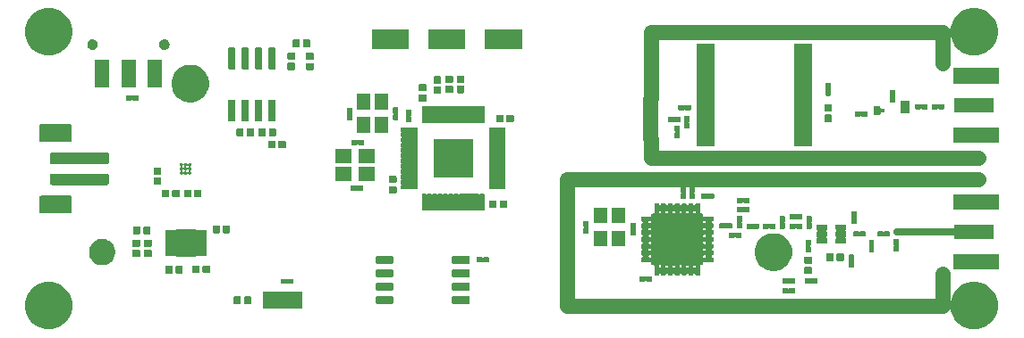
<source format=gbr>
G04 #@! TF.GenerationSoftware,KiCad,Pcbnew,(5.1.5)-3*
G04 #@! TF.CreationDate,2020-05-16T21:03:05+05:30*
G04 #@! TF.ProjectId,ArmTrax,41726d54-7261-4782-9e6b-696361645f70,rev?*
G04 #@! TF.SameCoordinates,Original*
G04 #@! TF.FileFunction,Soldermask,Top*
G04 #@! TF.FilePolarity,Negative*
%FSLAX46Y46*%
G04 Gerber Fmt 4.6, Leading zero omitted, Abs format (unit mm)*
G04 Created by KiCad (PCBNEW (5.1.5)-3) date 2020-05-16 21:03:05*
%MOMM*%
%LPD*%
G04 APERTURE LIST*
%ADD10C,1.400000*%
%ADD11C,0.700000*%
%ADD12C,0.010000*%
%ADD13C,0.100000*%
G04 APERTURE END LIST*
D10*
X149500000Y-64700000D02*
X135800000Y-64700000D01*
X119800000Y-64700000D02*
X111900000Y-64700000D01*
X147400000Y-73700000D02*
X147400000Y-76700000D01*
X147400000Y-76700000D02*
X111900000Y-76700000D01*
X111900000Y-76700000D02*
X111900000Y-64700000D01*
X135800000Y-64700000D02*
X119800000Y-64700000D01*
X150800000Y-64700000D02*
X149500000Y-64700000D01*
X119800000Y-50700000D02*
X119800000Y-57033260D01*
X119774990Y-57058270D02*
X119774990Y-60841730D01*
X147400000Y-50700000D02*
X119800000Y-50700000D01*
X147400000Y-53700000D02*
X147400000Y-50700000D01*
X119774990Y-60841730D02*
X119800000Y-60866740D01*
X119800000Y-60866740D02*
X119800000Y-62700000D01*
X119800000Y-62700000D02*
X135800000Y-62700000D01*
X135800000Y-62700000D02*
X150800000Y-62700000D01*
D11*
X150400000Y-69700000D02*
X143100000Y-69700000D01*
D12*
G36*
X143425000Y-57225000D02*
G01*
X144175000Y-57225000D01*
X144175000Y-58375000D01*
X143425000Y-58375000D01*
X143425000Y-57225000D01*
G37*
X143425000Y-57225000D02*
X144175000Y-57225000D01*
X144175000Y-58375000D01*
X143425000Y-58375000D01*
X143425000Y-57225000D01*
D13*
G36*
X151300000Y-65200000D02*
G01*
X124015981Y-65200000D01*
X123991595Y-65202402D01*
X123968146Y-65209515D01*
X123946535Y-65221066D01*
X123927593Y-65236611D01*
X123912048Y-65255553D01*
X123900497Y-65277164D01*
X123893384Y-65300613D01*
X123890982Y-65324999D01*
X123893384Y-65349385D01*
X123900497Y-65372834D01*
X123912048Y-65394445D01*
X123924513Y-65408198D01*
X123924310Y-65408365D01*
X123939879Y-65427335D01*
X123945646Y-65438125D01*
X123949197Y-65449830D01*
X123951000Y-65468138D01*
X123951000Y-65891862D01*
X123949197Y-65910170D01*
X123945645Y-65921877D01*
X123935383Y-65941077D01*
X123926006Y-65963716D01*
X123921226Y-65987749D01*
X123921226Y-66012253D01*
X123926007Y-66036286D01*
X123935383Y-66058923D01*
X123945645Y-66078123D01*
X123949197Y-66089830D01*
X123951000Y-66108138D01*
X123951000Y-66531862D01*
X123949197Y-66550170D01*
X123945646Y-66561875D01*
X123939879Y-66572665D01*
X123932119Y-66582119D01*
X123922665Y-66589879D01*
X123911875Y-66595646D01*
X123900170Y-66599197D01*
X123881862Y-66601000D01*
X123518138Y-66601000D01*
X123499830Y-66599197D01*
X123488125Y-66595646D01*
X123477335Y-66589879D01*
X123467881Y-66582119D01*
X123460121Y-66572665D01*
X123454354Y-66561875D01*
X123450803Y-66550170D01*
X123449000Y-66531862D01*
X123449000Y-66108138D01*
X123450803Y-66089830D01*
X123454355Y-66078123D01*
X123464617Y-66058923D01*
X123473994Y-66036284D01*
X123478774Y-66012251D01*
X123478774Y-65987747D01*
X123473993Y-65963714D01*
X123464617Y-65941077D01*
X123454355Y-65921877D01*
X123450803Y-65910170D01*
X123449000Y-65891862D01*
X123449000Y-65468138D01*
X123450803Y-65449830D01*
X123454354Y-65438125D01*
X123460121Y-65427335D01*
X123471630Y-65413312D01*
X123480648Y-65404293D01*
X123494261Y-65383918D01*
X123503637Y-65361279D01*
X123508417Y-65337246D01*
X123508416Y-65312742D01*
X123503634Y-65288709D01*
X123494256Y-65266070D01*
X123480641Y-65245696D01*
X123463313Y-65228370D01*
X123442938Y-65214757D01*
X123420299Y-65205381D01*
X123384019Y-65200000D01*
X123215981Y-65200000D01*
X123191595Y-65202402D01*
X123168146Y-65209515D01*
X123146535Y-65221066D01*
X123127593Y-65236611D01*
X123112048Y-65255553D01*
X123100497Y-65277164D01*
X123093384Y-65300613D01*
X123090982Y-65324999D01*
X123093384Y-65349385D01*
X123100497Y-65372834D01*
X123112048Y-65394445D01*
X123124513Y-65408198D01*
X123124310Y-65408365D01*
X123139879Y-65427335D01*
X123145646Y-65438125D01*
X123149197Y-65449830D01*
X123151000Y-65468138D01*
X123151000Y-65891862D01*
X123149197Y-65910170D01*
X123145645Y-65921877D01*
X123135383Y-65941077D01*
X123126006Y-65963716D01*
X123121226Y-65987749D01*
X123121226Y-66012253D01*
X123126007Y-66036286D01*
X123135383Y-66058923D01*
X123145645Y-66078123D01*
X123149197Y-66089830D01*
X123151000Y-66108138D01*
X123151000Y-66531862D01*
X123149197Y-66550170D01*
X123145646Y-66561875D01*
X123139879Y-66572665D01*
X123132119Y-66582119D01*
X123122665Y-66589879D01*
X123111875Y-66595646D01*
X123100170Y-66599197D01*
X123081862Y-66601000D01*
X122718138Y-66601000D01*
X122699830Y-66599197D01*
X122688125Y-66595646D01*
X122677335Y-66589879D01*
X122667881Y-66582119D01*
X122660121Y-66572665D01*
X122654354Y-66561875D01*
X122650803Y-66550170D01*
X122649000Y-66531862D01*
X122649000Y-66108138D01*
X122650803Y-66089830D01*
X122654355Y-66078123D01*
X122664617Y-66058923D01*
X122673994Y-66036284D01*
X122678774Y-66012251D01*
X122678774Y-65987747D01*
X122673993Y-65963714D01*
X122664617Y-65941077D01*
X122654355Y-65921877D01*
X122650803Y-65910170D01*
X122649000Y-65891862D01*
X122649000Y-65468138D01*
X122650803Y-65449830D01*
X122654354Y-65438125D01*
X122660121Y-65427335D01*
X122671630Y-65413312D01*
X122680648Y-65404293D01*
X122694261Y-65383918D01*
X122703637Y-65361279D01*
X122708417Y-65337246D01*
X122708416Y-65312742D01*
X122703634Y-65288709D01*
X122694256Y-65266070D01*
X122680641Y-65245696D01*
X122663313Y-65228370D01*
X122642938Y-65214757D01*
X122620299Y-65205381D01*
X122584019Y-65200000D01*
X112524999Y-65200000D01*
X112500613Y-65202402D01*
X112477164Y-65209515D01*
X112455553Y-65221066D01*
X112436611Y-65236611D01*
X112421066Y-65255553D01*
X112409515Y-65277164D01*
X112402402Y-65300613D01*
X112400000Y-65324999D01*
X112400000Y-76075001D01*
X112402402Y-76099387D01*
X112409515Y-76122836D01*
X112421066Y-76144447D01*
X112436611Y-76163389D01*
X112455553Y-76178934D01*
X112477164Y-76190485D01*
X112500613Y-76197598D01*
X112524999Y-76200000D01*
X146775001Y-76200000D01*
X146799387Y-76197598D01*
X146822836Y-76190485D01*
X146844447Y-76178934D01*
X146863389Y-76163389D01*
X146878934Y-76144447D01*
X146890485Y-76122836D01*
X146897598Y-76099387D01*
X146900000Y-76075001D01*
X146900000Y-73200000D01*
X147900000Y-73200000D01*
X147900000Y-76460968D01*
X147902402Y-76485354D01*
X147909515Y-76508803D01*
X147921066Y-76530414D01*
X147936611Y-76549356D01*
X147955553Y-76564901D01*
X147977164Y-76576452D01*
X148000613Y-76583565D01*
X148024999Y-76585967D01*
X148049385Y-76583565D01*
X148072834Y-76576452D01*
X148094445Y-76564901D01*
X148113387Y-76549356D01*
X148128932Y-76530414D01*
X148140483Y-76508803D01*
X148147596Y-76485354D01*
X148157015Y-76438003D01*
X148235504Y-76043407D01*
X148405189Y-75633751D01*
X148651534Y-75265071D01*
X148965071Y-74951534D01*
X149333751Y-74705189D01*
X149743407Y-74535504D01*
X150124120Y-74459776D01*
X150178295Y-74449000D01*
X150621705Y-74449000D01*
X150675880Y-74459776D01*
X151056593Y-74535504D01*
X151466249Y-74705189D01*
X151834929Y-74951534D01*
X152148466Y-75265071D01*
X152394811Y-75633751D01*
X152564496Y-76043407D01*
X152636950Y-76407661D01*
X152649736Y-76471938D01*
X152651000Y-76478296D01*
X152651000Y-76921704D01*
X152564496Y-77356593D01*
X152394811Y-77766249D01*
X152148466Y-78134929D01*
X151834929Y-78448466D01*
X151466249Y-78694811D01*
X151056593Y-78864496D01*
X150675880Y-78940224D01*
X150621705Y-78951000D01*
X150178295Y-78951000D01*
X150124120Y-78940224D01*
X149743407Y-78864496D01*
X149333751Y-78694811D01*
X148965071Y-78448466D01*
X148651534Y-78134929D01*
X148405189Y-77766249D01*
X148235504Y-77356593D01*
X148149000Y-76921704D01*
X148147596Y-76914646D01*
X148140483Y-76891197D01*
X148128932Y-76869586D01*
X148113387Y-76850644D01*
X148094445Y-76835099D01*
X148072834Y-76823548D01*
X148049385Y-76816435D01*
X148024999Y-76814033D01*
X148000613Y-76816435D01*
X147977164Y-76823548D01*
X147955553Y-76835099D01*
X147936611Y-76850644D01*
X147921066Y-76869586D01*
X147909515Y-76891197D01*
X147902402Y-76914646D01*
X147900000Y-76939032D01*
X147900000Y-77200000D01*
X111400000Y-77200000D01*
X111400000Y-64200000D01*
X151300000Y-64200000D01*
X151300000Y-65200000D01*
G37*
G36*
X63075880Y-74459776D02*
G01*
X63456593Y-74535504D01*
X63866249Y-74705189D01*
X64234929Y-74951534D01*
X64548466Y-75265071D01*
X64794811Y-75633751D01*
X64964496Y-76043407D01*
X65036950Y-76407661D01*
X65049736Y-76471938D01*
X65051000Y-76478296D01*
X65051000Y-76921704D01*
X64964496Y-77356593D01*
X64794811Y-77766249D01*
X64548466Y-78134929D01*
X64234929Y-78448466D01*
X63866249Y-78694811D01*
X63456593Y-78864496D01*
X63075880Y-78940224D01*
X63021705Y-78951000D01*
X62578295Y-78951000D01*
X62524120Y-78940224D01*
X62143407Y-78864496D01*
X61733751Y-78694811D01*
X61365071Y-78448466D01*
X61051534Y-78134929D01*
X60805189Y-77766249D01*
X60635504Y-77356593D01*
X60549000Y-76921704D01*
X60549000Y-76478296D01*
X60550265Y-76471938D01*
X60563050Y-76407661D01*
X60635504Y-76043407D01*
X60805189Y-75633751D01*
X61051534Y-75265071D01*
X61365071Y-74951534D01*
X61733751Y-74705189D01*
X62143407Y-74535504D01*
X62524120Y-74459776D01*
X62578295Y-74449000D01*
X63021705Y-74449000D01*
X63075880Y-74459776D01*
G37*
G36*
X86791000Y-76991000D02*
G01*
X83089000Y-76991000D01*
X83089000Y-75389000D01*
X86791000Y-75389000D01*
X86791000Y-76991000D01*
G37*
G36*
X80911938Y-75821716D02*
G01*
X80932557Y-75827971D01*
X80951553Y-75838124D01*
X80968208Y-75851792D01*
X80981876Y-75868447D01*
X80992029Y-75887443D01*
X80998284Y-75908062D01*
X81001000Y-75935640D01*
X81001000Y-76444360D01*
X80998284Y-76471938D01*
X80992029Y-76492557D01*
X80981876Y-76511553D01*
X80968208Y-76528208D01*
X80951553Y-76541876D01*
X80932557Y-76552029D01*
X80911938Y-76558284D01*
X80884360Y-76561000D01*
X80425640Y-76561000D01*
X80398062Y-76558284D01*
X80377443Y-76552029D01*
X80358447Y-76541876D01*
X80341792Y-76528208D01*
X80328124Y-76511553D01*
X80317971Y-76492557D01*
X80311716Y-76471938D01*
X80309000Y-76444360D01*
X80309000Y-75935640D01*
X80311716Y-75908062D01*
X80317971Y-75887443D01*
X80328124Y-75868447D01*
X80341792Y-75851792D01*
X80358447Y-75838124D01*
X80377443Y-75827971D01*
X80398062Y-75821716D01*
X80425640Y-75819000D01*
X80884360Y-75819000D01*
X80911938Y-75821716D01*
G37*
G36*
X81881938Y-75821716D02*
G01*
X81902557Y-75827971D01*
X81921553Y-75838124D01*
X81938208Y-75851792D01*
X81951876Y-75868447D01*
X81962029Y-75887443D01*
X81968284Y-75908062D01*
X81971000Y-75935640D01*
X81971000Y-76444360D01*
X81968284Y-76471938D01*
X81962029Y-76492557D01*
X81951876Y-76511553D01*
X81938208Y-76528208D01*
X81921553Y-76541876D01*
X81902557Y-76552029D01*
X81881938Y-76558284D01*
X81854360Y-76561000D01*
X81395640Y-76561000D01*
X81368062Y-76558284D01*
X81347443Y-76552029D01*
X81328447Y-76541876D01*
X81311792Y-76528208D01*
X81298124Y-76511553D01*
X81287971Y-76492557D01*
X81281716Y-76471938D01*
X81279000Y-76444360D01*
X81279000Y-75935640D01*
X81281716Y-75908062D01*
X81287971Y-75887443D01*
X81298124Y-75868447D01*
X81311792Y-75851792D01*
X81328447Y-75838124D01*
X81347443Y-75827971D01*
X81368062Y-75821716D01*
X81395640Y-75819000D01*
X81854360Y-75819000D01*
X81881938Y-75821716D01*
G37*
G36*
X95379928Y-75816764D02*
G01*
X95401009Y-75823160D01*
X95420445Y-75833548D01*
X95437476Y-75847524D01*
X95451452Y-75864555D01*
X95461840Y-75883991D01*
X95468236Y-75905072D01*
X95471000Y-75933140D01*
X95471000Y-76396860D01*
X95468236Y-76424928D01*
X95461840Y-76446009D01*
X95451452Y-76465445D01*
X95437476Y-76482476D01*
X95420445Y-76496452D01*
X95401009Y-76506840D01*
X95379928Y-76513236D01*
X95351860Y-76516000D01*
X93888140Y-76516000D01*
X93860072Y-76513236D01*
X93838991Y-76506840D01*
X93819555Y-76496452D01*
X93802524Y-76482476D01*
X93788548Y-76465445D01*
X93778160Y-76446009D01*
X93771764Y-76424928D01*
X93769000Y-76396860D01*
X93769000Y-75933140D01*
X93771764Y-75905072D01*
X93778160Y-75883991D01*
X93788548Y-75864555D01*
X93802524Y-75847524D01*
X93819555Y-75833548D01*
X93838991Y-75823160D01*
X93860072Y-75816764D01*
X93888140Y-75814000D01*
X95351860Y-75814000D01*
X95379928Y-75816764D01*
G37*
G36*
X102579928Y-75816764D02*
G01*
X102601009Y-75823160D01*
X102620445Y-75833548D01*
X102637476Y-75847524D01*
X102651452Y-75864555D01*
X102661840Y-75883991D01*
X102668236Y-75905072D01*
X102671000Y-75933140D01*
X102671000Y-76396860D01*
X102668236Y-76424928D01*
X102661840Y-76446009D01*
X102651452Y-76465445D01*
X102637476Y-76482476D01*
X102620445Y-76496452D01*
X102601009Y-76506840D01*
X102579928Y-76513236D01*
X102551860Y-76516000D01*
X101088140Y-76516000D01*
X101060072Y-76513236D01*
X101038991Y-76506840D01*
X101019555Y-76496452D01*
X101002524Y-76482476D01*
X100988548Y-76465445D01*
X100978160Y-76446009D01*
X100971764Y-76424928D01*
X100969000Y-76396860D01*
X100969000Y-75933140D01*
X100971764Y-75905072D01*
X100978160Y-75883991D01*
X100988548Y-75864555D01*
X101002524Y-75847524D01*
X101019555Y-75833548D01*
X101038991Y-75823160D01*
X101060072Y-75816764D01*
X101088140Y-75814000D01*
X102551860Y-75814000D01*
X102579928Y-75816764D01*
G37*
G36*
X132760170Y-75050803D02*
G01*
X132771877Y-75054355D01*
X132791077Y-75064617D01*
X132813716Y-75073994D01*
X132837749Y-75078774D01*
X132862253Y-75078774D01*
X132886286Y-75073993D01*
X132908923Y-75064617D01*
X132928123Y-75054355D01*
X132939830Y-75050803D01*
X132958138Y-75049000D01*
X133381862Y-75049000D01*
X133400170Y-75050803D01*
X133411875Y-75054354D01*
X133422665Y-75060121D01*
X133432119Y-75067881D01*
X133439879Y-75077335D01*
X133445646Y-75088125D01*
X133449197Y-75099830D01*
X133451000Y-75118138D01*
X133451000Y-75481862D01*
X133449197Y-75500170D01*
X133445646Y-75511875D01*
X133439879Y-75522665D01*
X133432119Y-75532119D01*
X133422665Y-75539879D01*
X133411875Y-75545646D01*
X133400170Y-75549197D01*
X133381862Y-75551000D01*
X132958138Y-75551000D01*
X132939830Y-75549197D01*
X132928123Y-75545645D01*
X132908923Y-75535383D01*
X132886284Y-75526006D01*
X132862251Y-75521226D01*
X132837747Y-75521226D01*
X132813714Y-75526007D01*
X132791077Y-75535383D01*
X132771877Y-75545645D01*
X132760170Y-75549197D01*
X132741862Y-75551000D01*
X132318138Y-75551000D01*
X132299830Y-75549197D01*
X132288125Y-75545646D01*
X132277335Y-75539879D01*
X132267881Y-75532119D01*
X132260121Y-75522665D01*
X132254354Y-75511875D01*
X132250803Y-75500170D01*
X132249000Y-75481862D01*
X132249000Y-75118138D01*
X132250803Y-75099830D01*
X132254354Y-75088125D01*
X132260121Y-75077335D01*
X132267881Y-75067881D01*
X132277335Y-75060121D01*
X132288125Y-75054354D01*
X132299830Y-75050803D01*
X132318138Y-75049000D01*
X132741862Y-75049000D01*
X132760170Y-75050803D01*
G37*
G36*
X102579928Y-74546764D02*
G01*
X102601009Y-74553160D01*
X102620445Y-74563548D01*
X102637476Y-74577524D01*
X102651452Y-74594555D01*
X102661840Y-74613991D01*
X102668236Y-74635072D01*
X102671000Y-74663140D01*
X102671000Y-75126860D01*
X102668236Y-75154928D01*
X102661840Y-75176009D01*
X102651452Y-75195445D01*
X102637476Y-75212476D01*
X102620445Y-75226452D01*
X102601009Y-75236840D01*
X102579928Y-75243236D01*
X102551860Y-75246000D01*
X101088140Y-75246000D01*
X101060072Y-75243236D01*
X101038991Y-75236840D01*
X101019555Y-75226452D01*
X101002524Y-75212476D01*
X100988548Y-75195445D01*
X100978160Y-75176009D01*
X100971764Y-75154928D01*
X100969000Y-75126860D01*
X100969000Y-74663140D01*
X100971764Y-74635072D01*
X100978160Y-74613991D01*
X100988548Y-74594555D01*
X101002524Y-74577524D01*
X101019555Y-74563548D01*
X101038991Y-74553160D01*
X101060072Y-74546764D01*
X101088140Y-74544000D01*
X102551860Y-74544000D01*
X102579928Y-74546764D01*
G37*
G36*
X95379928Y-74546764D02*
G01*
X95401009Y-74553160D01*
X95420445Y-74563548D01*
X95437476Y-74577524D01*
X95451452Y-74594555D01*
X95461840Y-74613991D01*
X95468236Y-74635072D01*
X95471000Y-74663140D01*
X95471000Y-75126860D01*
X95468236Y-75154928D01*
X95461840Y-75176009D01*
X95451452Y-75195445D01*
X95437476Y-75212476D01*
X95420445Y-75226452D01*
X95401009Y-75236840D01*
X95379928Y-75243236D01*
X95351860Y-75246000D01*
X93888140Y-75246000D01*
X93860072Y-75243236D01*
X93838991Y-75236840D01*
X93819555Y-75226452D01*
X93802524Y-75212476D01*
X93788548Y-75195445D01*
X93778160Y-75176009D01*
X93771764Y-75154928D01*
X93769000Y-75126860D01*
X93769000Y-74663140D01*
X93771764Y-74635072D01*
X93778160Y-74613991D01*
X93788548Y-74594555D01*
X93802524Y-74577524D01*
X93819555Y-74563548D01*
X93838991Y-74553160D01*
X93860072Y-74546764D01*
X93888140Y-74544000D01*
X95351860Y-74544000D01*
X95379928Y-74546764D01*
G37*
G36*
X85250170Y-74140803D02*
G01*
X85261877Y-74144355D01*
X85281077Y-74154617D01*
X85303716Y-74163994D01*
X85327749Y-74168774D01*
X85352253Y-74168774D01*
X85376286Y-74163993D01*
X85398923Y-74154617D01*
X85418123Y-74144355D01*
X85429830Y-74140803D01*
X85448138Y-74139000D01*
X85871862Y-74139000D01*
X85890170Y-74140803D01*
X85901875Y-74144354D01*
X85912665Y-74150121D01*
X85922119Y-74157881D01*
X85929879Y-74167335D01*
X85935646Y-74178125D01*
X85939197Y-74189830D01*
X85941000Y-74208138D01*
X85941000Y-74571862D01*
X85939197Y-74590170D01*
X85935646Y-74601875D01*
X85929879Y-74612665D01*
X85922119Y-74622119D01*
X85912665Y-74629879D01*
X85901875Y-74635646D01*
X85890170Y-74639197D01*
X85871862Y-74641000D01*
X85448138Y-74641000D01*
X85429830Y-74639197D01*
X85418123Y-74635645D01*
X85398923Y-74625383D01*
X85376284Y-74616006D01*
X85352251Y-74611226D01*
X85327747Y-74611226D01*
X85303714Y-74616007D01*
X85281077Y-74625383D01*
X85261877Y-74635645D01*
X85250170Y-74639197D01*
X85231862Y-74641000D01*
X84808138Y-74641000D01*
X84789830Y-74639197D01*
X84778125Y-74635646D01*
X84767335Y-74629879D01*
X84757881Y-74622119D01*
X84750121Y-74612665D01*
X84744354Y-74601875D01*
X84740803Y-74590170D01*
X84739000Y-74571862D01*
X84739000Y-74208138D01*
X84740803Y-74189830D01*
X84744354Y-74178125D01*
X84750121Y-74167335D01*
X84757881Y-74157881D01*
X84767335Y-74150121D01*
X84778125Y-74144354D01*
X84789830Y-74140803D01*
X84808138Y-74139000D01*
X85231862Y-74139000D01*
X85250170Y-74140803D01*
G37*
G36*
X134860170Y-74100803D02*
G01*
X134871877Y-74104355D01*
X134891077Y-74114617D01*
X134913716Y-74123994D01*
X134937749Y-74128774D01*
X134962253Y-74128774D01*
X134986286Y-74123993D01*
X135008923Y-74114617D01*
X135028123Y-74104355D01*
X135039830Y-74100803D01*
X135058138Y-74099000D01*
X135481862Y-74099000D01*
X135500170Y-74100803D01*
X135511875Y-74104354D01*
X135522665Y-74110121D01*
X135532119Y-74117881D01*
X135539879Y-74127335D01*
X135545646Y-74138125D01*
X135549197Y-74149830D01*
X135551000Y-74168138D01*
X135551000Y-74531862D01*
X135549197Y-74550170D01*
X135545646Y-74561875D01*
X135539879Y-74572665D01*
X135532119Y-74582119D01*
X135522665Y-74589879D01*
X135511875Y-74595646D01*
X135500170Y-74599197D01*
X135481862Y-74601000D01*
X135058138Y-74601000D01*
X135039830Y-74599197D01*
X135028123Y-74595645D01*
X135008923Y-74585383D01*
X134986284Y-74576006D01*
X134962251Y-74571226D01*
X134937747Y-74571226D01*
X134913714Y-74576007D01*
X134891077Y-74585383D01*
X134871877Y-74595645D01*
X134860170Y-74599197D01*
X134841862Y-74601000D01*
X134418138Y-74601000D01*
X134399830Y-74599197D01*
X134388125Y-74595646D01*
X134377335Y-74589879D01*
X134367881Y-74582119D01*
X134360121Y-74572665D01*
X134354354Y-74561875D01*
X134350803Y-74550170D01*
X134349000Y-74531862D01*
X134349000Y-74168138D01*
X134350803Y-74149830D01*
X134354354Y-74138125D01*
X134360121Y-74127335D01*
X134367881Y-74117881D01*
X134377335Y-74110121D01*
X134388125Y-74104354D01*
X134399830Y-74100803D01*
X134418138Y-74099000D01*
X134841862Y-74099000D01*
X134860170Y-74100803D01*
G37*
G36*
X132810170Y-74100803D02*
G01*
X132821877Y-74104355D01*
X132841077Y-74114617D01*
X132863716Y-74123994D01*
X132887749Y-74128774D01*
X132912253Y-74128774D01*
X132936286Y-74123993D01*
X132958923Y-74114617D01*
X132978123Y-74104355D01*
X132989830Y-74100803D01*
X133008138Y-74099000D01*
X133431862Y-74099000D01*
X133450170Y-74100803D01*
X133461875Y-74104354D01*
X133472665Y-74110121D01*
X133482119Y-74117881D01*
X133489879Y-74127335D01*
X133495646Y-74138125D01*
X133499197Y-74149830D01*
X133501000Y-74168138D01*
X133501000Y-74531862D01*
X133499197Y-74550170D01*
X133495646Y-74561875D01*
X133489879Y-74572665D01*
X133482119Y-74582119D01*
X133472665Y-74589879D01*
X133461875Y-74595646D01*
X133450170Y-74599197D01*
X133431862Y-74601000D01*
X133008138Y-74601000D01*
X132989830Y-74599197D01*
X132978123Y-74595645D01*
X132958923Y-74585383D01*
X132936284Y-74576006D01*
X132912251Y-74571226D01*
X132887747Y-74571226D01*
X132863714Y-74576007D01*
X132841077Y-74585383D01*
X132821877Y-74595645D01*
X132810170Y-74599197D01*
X132791862Y-74601000D01*
X132368138Y-74601000D01*
X132349830Y-74599197D01*
X132338125Y-74595646D01*
X132327335Y-74589879D01*
X132317881Y-74582119D01*
X132310121Y-74572665D01*
X132304354Y-74561875D01*
X132300803Y-74550170D01*
X132299000Y-74531862D01*
X132299000Y-74168138D01*
X132300803Y-74149830D01*
X132304354Y-74138125D01*
X132310121Y-74127335D01*
X132317881Y-74117881D01*
X132327335Y-74110121D01*
X132338125Y-74104354D01*
X132349830Y-74100803D01*
X132368138Y-74099000D01*
X132791862Y-74099000D01*
X132810170Y-74100803D01*
G37*
G36*
X119240170Y-73900803D02*
G01*
X119251877Y-73904355D01*
X119271077Y-73914617D01*
X119293716Y-73923994D01*
X119317749Y-73928774D01*
X119342253Y-73928774D01*
X119366286Y-73923993D01*
X119388923Y-73914617D01*
X119408123Y-73904355D01*
X119419830Y-73900803D01*
X119438138Y-73899000D01*
X119861862Y-73899000D01*
X119880170Y-73900803D01*
X119891875Y-73904354D01*
X119902665Y-73910121D01*
X119912119Y-73917881D01*
X119919879Y-73927335D01*
X119925646Y-73938125D01*
X119929197Y-73949830D01*
X119931000Y-73968138D01*
X119931000Y-74331862D01*
X119929197Y-74350170D01*
X119925646Y-74361875D01*
X119919879Y-74372665D01*
X119912119Y-74382119D01*
X119902665Y-74389879D01*
X119891875Y-74395646D01*
X119880170Y-74399197D01*
X119861862Y-74401000D01*
X119438138Y-74401000D01*
X119419830Y-74399197D01*
X119408123Y-74395645D01*
X119388923Y-74385383D01*
X119366284Y-74376006D01*
X119342251Y-74371226D01*
X119317747Y-74371226D01*
X119293714Y-74376007D01*
X119271077Y-74385383D01*
X119251877Y-74395645D01*
X119240170Y-74399197D01*
X119221862Y-74401000D01*
X118798138Y-74401000D01*
X118779830Y-74399197D01*
X118768125Y-74395646D01*
X118757335Y-74389879D01*
X118747881Y-74382119D01*
X118740121Y-74372665D01*
X118734354Y-74361875D01*
X118730803Y-74350170D01*
X118729000Y-74331862D01*
X118729000Y-73968138D01*
X118730803Y-73949830D01*
X118734354Y-73938125D01*
X118740121Y-73927335D01*
X118747881Y-73917881D01*
X118757335Y-73910121D01*
X118768125Y-73904354D01*
X118779830Y-73900803D01*
X118798138Y-73899000D01*
X119221862Y-73899000D01*
X119240170Y-73900803D01*
G37*
G36*
X102579928Y-73276764D02*
G01*
X102601009Y-73283160D01*
X102620445Y-73293548D01*
X102637476Y-73307524D01*
X102651452Y-73324555D01*
X102661840Y-73343991D01*
X102668236Y-73365072D01*
X102671000Y-73393140D01*
X102671000Y-73856860D01*
X102668236Y-73884928D01*
X102661840Y-73906009D01*
X102651452Y-73925445D01*
X102637476Y-73942476D01*
X102620445Y-73956452D01*
X102601009Y-73966840D01*
X102579928Y-73973236D01*
X102551860Y-73976000D01*
X101088140Y-73976000D01*
X101060072Y-73973236D01*
X101038991Y-73966840D01*
X101019555Y-73956452D01*
X101002524Y-73942476D01*
X100988548Y-73925445D01*
X100978160Y-73906009D01*
X100971764Y-73884928D01*
X100969000Y-73856860D01*
X100969000Y-73393140D01*
X100971764Y-73365072D01*
X100978160Y-73343991D01*
X100988548Y-73324555D01*
X101002524Y-73307524D01*
X101019555Y-73293548D01*
X101038991Y-73283160D01*
X101060072Y-73276764D01*
X101088140Y-73274000D01*
X102551860Y-73274000D01*
X102579928Y-73276764D01*
G37*
G36*
X95379928Y-73276764D02*
G01*
X95401009Y-73283160D01*
X95420445Y-73293548D01*
X95437476Y-73307524D01*
X95451452Y-73324555D01*
X95461840Y-73343991D01*
X95468236Y-73365072D01*
X95471000Y-73393140D01*
X95471000Y-73856860D01*
X95468236Y-73884928D01*
X95461840Y-73906009D01*
X95451452Y-73925445D01*
X95437476Y-73942476D01*
X95420445Y-73956452D01*
X95401009Y-73966840D01*
X95379928Y-73973236D01*
X95351860Y-73976000D01*
X93888140Y-73976000D01*
X93860072Y-73973236D01*
X93838991Y-73966840D01*
X93819555Y-73956452D01*
X93802524Y-73942476D01*
X93788548Y-73925445D01*
X93778160Y-73906009D01*
X93771764Y-73884928D01*
X93769000Y-73856860D01*
X93769000Y-73393140D01*
X93771764Y-73365072D01*
X93778160Y-73343991D01*
X93788548Y-73324555D01*
X93802524Y-73307524D01*
X93819555Y-73293548D01*
X93838991Y-73283160D01*
X93860072Y-73276764D01*
X93888140Y-73274000D01*
X95351860Y-73274000D01*
X95379928Y-73276764D01*
G37*
G36*
X120520295Y-66975323D02*
G01*
X120527310Y-66977451D01*
X120533776Y-66980908D01*
X120539442Y-66985558D01*
X120544092Y-66991224D01*
X120547549Y-66997690D01*
X120549677Y-67004705D01*
X120550603Y-67014109D01*
X120555383Y-67038142D01*
X120564761Y-67060781D01*
X120578374Y-67081155D01*
X120595701Y-67098482D01*
X120616076Y-67112096D01*
X120638715Y-67121474D01*
X120662748Y-67126254D01*
X120687252Y-67126254D01*
X120711285Y-67121474D01*
X120733924Y-67112096D01*
X120754298Y-67098483D01*
X120771625Y-67081156D01*
X120785239Y-67060781D01*
X120794617Y-67038142D01*
X120799397Y-67014109D01*
X120800323Y-67004705D01*
X120802451Y-66997690D01*
X120805908Y-66991224D01*
X120810558Y-66985558D01*
X120816224Y-66980908D01*
X120822690Y-66977451D01*
X120829705Y-66975323D01*
X120843140Y-66974000D01*
X121156860Y-66974000D01*
X121170295Y-66975323D01*
X121177310Y-66977451D01*
X121183776Y-66980908D01*
X121189442Y-66985558D01*
X121194092Y-66991224D01*
X121197549Y-66997690D01*
X121199677Y-67004705D01*
X121200603Y-67014109D01*
X121205383Y-67038142D01*
X121214761Y-67060781D01*
X121228374Y-67081155D01*
X121245701Y-67098482D01*
X121266076Y-67112096D01*
X121288715Y-67121474D01*
X121312748Y-67126254D01*
X121337252Y-67126254D01*
X121361285Y-67121474D01*
X121383924Y-67112096D01*
X121404298Y-67098483D01*
X121421625Y-67081156D01*
X121435239Y-67060781D01*
X121444617Y-67038142D01*
X121449397Y-67014109D01*
X121450323Y-67004705D01*
X121452451Y-66997690D01*
X121455908Y-66991224D01*
X121460558Y-66985558D01*
X121466224Y-66980908D01*
X121472690Y-66977451D01*
X121479705Y-66975323D01*
X121493140Y-66974000D01*
X121806860Y-66974000D01*
X121820295Y-66975323D01*
X121827310Y-66977451D01*
X121833776Y-66980908D01*
X121839442Y-66985558D01*
X121844092Y-66991224D01*
X121847549Y-66997690D01*
X121849677Y-67004705D01*
X121850603Y-67014109D01*
X121855383Y-67038142D01*
X121864761Y-67060781D01*
X121878374Y-67081155D01*
X121895701Y-67098482D01*
X121916076Y-67112096D01*
X121938715Y-67121474D01*
X121962748Y-67126254D01*
X121987252Y-67126254D01*
X122011285Y-67121474D01*
X122033924Y-67112096D01*
X122054298Y-67098483D01*
X122071625Y-67081156D01*
X122085239Y-67060781D01*
X122094617Y-67038142D01*
X122099397Y-67014109D01*
X122100323Y-67004705D01*
X122102451Y-66997690D01*
X122105908Y-66991224D01*
X122110558Y-66985558D01*
X122116224Y-66980908D01*
X122122690Y-66977451D01*
X122129705Y-66975323D01*
X122143140Y-66974000D01*
X122456860Y-66974000D01*
X122470295Y-66975323D01*
X122477310Y-66977451D01*
X122483776Y-66980908D01*
X122489442Y-66985558D01*
X122494092Y-66991224D01*
X122497549Y-66997690D01*
X122499677Y-67004705D01*
X122500603Y-67014109D01*
X122505383Y-67038142D01*
X122514761Y-67060781D01*
X122528374Y-67081155D01*
X122545701Y-67098482D01*
X122566076Y-67112096D01*
X122588715Y-67121474D01*
X122612748Y-67126254D01*
X122637252Y-67126254D01*
X122661285Y-67121474D01*
X122683924Y-67112096D01*
X122704298Y-67098483D01*
X122721625Y-67081156D01*
X122735239Y-67060781D01*
X122744617Y-67038142D01*
X122749397Y-67014109D01*
X122750323Y-67004705D01*
X122752451Y-66997690D01*
X122755908Y-66991224D01*
X122760558Y-66985558D01*
X122766224Y-66980908D01*
X122772690Y-66977451D01*
X122779705Y-66975323D01*
X122793140Y-66974000D01*
X123106860Y-66974000D01*
X123120295Y-66975323D01*
X123127310Y-66977451D01*
X123133776Y-66980908D01*
X123139442Y-66985558D01*
X123144092Y-66991224D01*
X123147549Y-66997690D01*
X123149677Y-67004705D01*
X123150603Y-67014109D01*
X123155383Y-67038142D01*
X123164761Y-67060781D01*
X123178374Y-67081155D01*
X123195701Y-67098482D01*
X123216076Y-67112096D01*
X123238715Y-67121474D01*
X123262748Y-67126254D01*
X123287252Y-67126254D01*
X123311285Y-67121474D01*
X123333924Y-67112096D01*
X123354298Y-67098483D01*
X123371625Y-67081156D01*
X123385239Y-67060781D01*
X123394617Y-67038142D01*
X123399397Y-67014109D01*
X123400323Y-67004705D01*
X123402451Y-66997690D01*
X123405908Y-66991224D01*
X123410558Y-66985558D01*
X123416224Y-66980908D01*
X123422690Y-66977451D01*
X123429705Y-66975323D01*
X123443140Y-66974000D01*
X123756860Y-66974000D01*
X123770295Y-66975323D01*
X123777310Y-66977451D01*
X123783776Y-66980908D01*
X123789442Y-66985558D01*
X123794092Y-66991224D01*
X123797549Y-66997690D01*
X123799677Y-67004705D01*
X123800603Y-67014109D01*
X123805383Y-67038142D01*
X123814761Y-67060781D01*
X123828374Y-67081155D01*
X123845701Y-67098482D01*
X123866076Y-67112096D01*
X123888715Y-67121474D01*
X123912748Y-67126254D01*
X123937252Y-67126254D01*
X123961285Y-67121474D01*
X123983924Y-67112096D01*
X124004298Y-67098483D01*
X124021625Y-67081156D01*
X124035239Y-67060781D01*
X124044617Y-67038142D01*
X124049397Y-67014109D01*
X124050323Y-67004705D01*
X124052451Y-66997690D01*
X124055908Y-66991224D01*
X124060558Y-66985558D01*
X124066224Y-66980908D01*
X124072690Y-66977451D01*
X124079705Y-66975323D01*
X124093140Y-66974000D01*
X124406860Y-66974000D01*
X124420295Y-66975323D01*
X124427310Y-66977451D01*
X124433776Y-66980908D01*
X124439442Y-66985558D01*
X124444092Y-66991224D01*
X124447549Y-66997690D01*
X124449677Y-67004705D01*
X124451000Y-67018140D01*
X124451000Y-67806859D01*
X124450518Y-67811755D01*
X124450519Y-67836259D01*
X124455301Y-67860292D01*
X124464679Y-67882930D01*
X124478294Y-67903304D01*
X124495622Y-67920630D01*
X124515997Y-67934243D01*
X124538636Y-67943619D01*
X124574916Y-67949000D01*
X124601528Y-67949000D01*
X124635513Y-67952347D01*
X124662287Y-67960469D01*
X124686964Y-67973659D01*
X124708592Y-67991408D01*
X124726341Y-68013036D01*
X124739531Y-68037713D01*
X124747653Y-68064487D01*
X124751000Y-68098472D01*
X124751000Y-68125084D01*
X124753402Y-68149470D01*
X124760515Y-68172919D01*
X124772066Y-68194530D01*
X124787611Y-68213472D01*
X124806553Y-68229017D01*
X124828164Y-68240568D01*
X124851613Y-68247681D01*
X124888245Y-68249482D01*
X124893141Y-68249000D01*
X125681860Y-68249000D01*
X125695295Y-68250323D01*
X125702310Y-68252451D01*
X125708776Y-68255908D01*
X125714442Y-68260558D01*
X125719092Y-68266224D01*
X125722549Y-68272690D01*
X125724677Y-68279705D01*
X125726000Y-68293140D01*
X125726000Y-68606860D01*
X125724677Y-68620295D01*
X125722549Y-68627310D01*
X125719092Y-68633776D01*
X125714442Y-68639442D01*
X125708776Y-68644092D01*
X125702310Y-68647549D01*
X125695295Y-68649677D01*
X125685891Y-68650603D01*
X125661858Y-68655383D01*
X125639219Y-68664761D01*
X125618845Y-68678374D01*
X125601518Y-68695701D01*
X125587904Y-68716076D01*
X125578526Y-68738715D01*
X125573746Y-68762748D01*
X125573746Y-68787252D01*
X125578526Y-68811285D01*
X125587904Y-68833924D01*
X125601517Y-68854298D01*
X125618844Y-68871625D01*
X125639219Y-68885239D01*
X125661858Y-68894617D01*
X125685891Y-68899397D01*
X125695295Y-68900323D01*
X125702310Y-68902451D01*
X125708776Y-68905908D01*
X125714442Y-68910558D01*
X125719092Y-68916224D01*
X125722549Y-68922690D01*
X125724677Y-68929705D01*
X125726000Y-68943140D01*
X125726000Y-69256860D01*
X125724677Y-69270295D01*
X125722549Y-69277310D01*
X125719092Y-69283776D01*
X125714442Y-69289442D01*
X125708776Y-69294092D01*
X125702310Y-69297549D01*
X125695295Y-69299677D01*
X125685891Y-69300603D01*
X125661858Y-69305383D01*
X125639219Y-69314761D01*
X125618845Y-69328374D01*
X125601518Y-69345701D01*
X125587904Y-69366076D01*
X125578526Y-69388715D01*
X125573746Y-69412748D01*
X125573746Y-69437252D01*
X125578526Y-69461285D01*
X125587904Y-69483924D01*
X125601517Y-69504298D01*
X125618844Y-69521625D01*
X125639219Y-69535239D01*
X125661858Y-69544617D01*
X125685891Y-69549397D01*
X125695295Y-69550323D01*
X125702310Y-69552451D01*
X125708776Y-69555908D01*
X125714442Y-69560558D01*
X125719092Y-69566224D01*
X125722549Y-69572690D01*
X125724677Y-69579705D01*
X125726000Y-69593140D01*
X125726000Y-69906860D01*
X125724677Y-69920295D01*
X125722549Y-69927310D01*
X125719092Y-69933776D01*
X125714442Y-69939442D01*
X125708776Y-69944092D01*
X125702310Y-69947549D01*
X125695295Y-69949677D01*
X125685891Y-69950603D01*
X125661858Y-69955383D01*
X125639219Y-69964761D01*
X125618845Y-69978374D01*
X125601518Y-69995701D01*
X125587904Y-70016076D01*
X125578526Y-70038715D01*
X125573746Y-70062748D01*
X125573746Y-70087252D01*
X125578526Y-70111285D01*
X125587904Y-70133924D01*
X125601517Y-70154298D01*
X125618844Y-70171625D01*
X125639219Y-70185239D01*
X125661858Y-70194617D01*
X125685891Y-70199397D01*
X125695295Y-70200323D01*
X125702310Y-70202451D01*
X125708776Y-70205908D01*
X125714442Y-70210558D01*
X125719092Y-70216224D01*
X125722549Y-70222690D01*
X125724677Y-70229705D01*
X125726000Y-70243140D01*
X125726000Y-70556860D01*
X125724677Y-70570295D01*
X125722549Y-70577310D01*
X125719092Y-70583776D01*
X125714442Y-70589442D01*
X125708776Y-70594092D01*
X125702310Y-70597549D01*
X125695295Y-70599677D01*
X125685891Y-70600603D01*
X125661858Y-70605383D01*
X125639219Y-70614761D01*
X125618845Y-70628374D01*
X125601518Y-70645701D01*
X125587904Y-70666076D01*
X125578526Y-70688715D01*
X125573746Y-70712748D01*
X125573746Y-70737252D01*
X125578526Y-70761285D01*
X125587904Y-70783924D01*
X125601517Y-70804298D01*
X125618844Y-70821625D01*
X125639219Y-70835239D01*
X125661858Y-70844617D01*
X125685891Y-70849397D01*
X125695295Y-70850323D01*
X125702310Y-70852451D01*
X125708776Y-70855908D01*
X125714442Y-70860558D01*
X125719092Y-70866224D01*
X125722549Y-70872690D01*
X125724677Y-70879705D01*
X125726000Y-70893140D01*
X125726000Y-71206860D01*
X125724677Y-71220295D01*
X125722549Y-71227310D01*
X125719092Y-71233776D01*
X125714442Y-71239442D01*
X125708776Y-71244092D01*
X125702310Y-71247549D01*
X125695295Y-71249677D01*
X125685891Y-71250603D01*
X125661858Y-71255383D01*
X125639219Y-71264761D01*
X125618845Y-71278374D01*
X125601518Y-71295701D01*
X125587904Y-71316076D01*
X125578526Y-71338715D01*
X125573746Y-71362748D01*
X125573746Y-71387252D01*
X125578526Y-71411285D01*
X125587904Y-71433924D01*
X125601517Y-71454298D01*
X125618844Y-71471625D01*
X125639219Y-71485239D01*
X125661858Y-71494617D01*
X125685891Y-71499397D01*
X125695295Y-71500323D01*
X125702310Y-71502451D01*
X125708776Y-71505908D01*
X125714442Y-71510558D01*
X125719092Y-71516224D01*
X125722549Y-71522690D01*
X125724677Y-71529705D01*
X125726000Y-71543140D01*
X125726000Y-71856860D01*
X125724677Y-71870295D01*
X125722549Y-71877310D01*
X125719092Y-71883776D01*
X125714442Y-71889442D01*
X125708776Y-71894092D01*
X125702310Y-71897549D01*
X125695295Y-71899677D01*
X125685891Y-71900603D01*
X125661858Y-71905383D01*
X125639219Y-71914761D01*
X125618845Y-71928374D01*
X125601518Y-71945701D01*
X125587904Y-71966076D01*
X125578526Y-71988715D01*
X125573746Y-72012748D01*
X125573746Y-72037252D01*
X125578526Y-72061285D01*
X125587904Y-72083924D01*
X125601517Y-72104298D01*
X125618844Y-72121625D01*
X125639219Y-72135239D01*
X125661858Y-72144617D01*
X125685891Y-72149397D01*
X125695295Y-72150323D01*
X125702310Y-72152451D01*
X125708776Y-72155908D01*
X125714442Y-72160558D01*
X125719092Y-72166224D01*
X125722549Y-72172690D01*
X125724677Y-72179705D01*
X125726000Y-72193140D01*
X125726000Y-72506860D01*
X125724677Y-72520295D01*
X125722549Y-72527310D01*
X125719092Y-72533776D01*
X125714442Y-72539442D01*
X125708776Y-72544092D01*
X125702310Y-72547549D01*
X125695295Y-72549677D01*
X125681860Y-72551000D01*
X124893141Y-72551000D01*
X124888245Y-72550518D01*
X124863741Y-72550519D01*
X124839708Y-72555301D01*
X124817070Y-72564679D01*
X124796696Y-72578294D01*
X124779370Y-72595622D01*
X124765757Y-72615997D01*
X124756381Y-72638636D01*
X124751000Y-72674916D01*
X124751000Y-72701528D01*
X124747653Y-72735513D01*
X124739531Y-72762287D01*
X124726341Y-72786964D01*
X124708592Y-72808592D01*
X124686964Y-72826341D01*
X124662287Y-72839531D01*
X124635513Y-72847653D01*
X124601528Y-72851000D01*
X124574916Y-72851000D01*
X124550530Y-72853402D01*
X124527081Y-72860515D01*
X124505470Y-72872066D01*
X124486528Y-72887611D01*
X124470983Y-72906553D01*
X124459432Y-72928164D01*
X124452319Y-72951613D01*
X124450518Y-72988245D01*
X124451000Y-72993141D01*
X124451000Y-73781860D01*
X124449677Y-73795295D01*
X124447549Y-73802310D01*
X124444092Y-73808776D01*
X124439442Y-73814442D01*
X124433776Y-73819092D01*
X124427310Y-73822549D01*
X124420295Y-73824677D01*
X124406860Y-73826000D01*
X124093140Y-73826000D01*
X124079705Y-73824677D01*
X124072690Y-73822549D01*
X124066224Y-73819092D01*
X124060558Y-73814442D01*
X124055908Y-73808776D01*
X124052451Y-73802310D01*
X124050323Y-73795295D01*
X124049397Y-73785891D01*
X124044617Y-73761858D01*
X124035239Y-73739219D01*
X124021626Y-73718845D01*
X124004299Y-73701518D01*
X123983924Y-73687904D01*
X123961285Y-73678526D01*
X123937252Y-73673746D01*
X123912748Y-73673746D01*
X123888715Y-73678526D01*
X123866076Y-73687904D01*
X123845702Y-73701517D01*
X123828375Y-73718844D01*
X123814761Y-73739219D01*
X123805383Y-73761858D01*
X123800603Y-73785891D01*
X123799677Y-73795295D01*
X123797549Y-73802310D01*
X123794092Y-73808776D01*
X123789442Y-73814442D01*
X123783776Y-73819092D01*
X123777310Y-73822549D01*
X123770295Y-73824677D01*
X123756860Y-73826000D01*
X123443140Y-73826000D01*
X123429705Y-73824677D01*
X123422690Y-73822549D01*
X123416224Y-73819092D01*
X123410558Y-73814442D01*
X123405908Y-73808776D01*
X123402451Y-73802310D01*
X123400323Y-73795295D01*
X123399397Y-73785891D01*
X123394617Y-73761858D01*
X123385239Y-73739219D01*
X123371626Y-73718845D01*
X123354299Y-73701518D01*
X123333924Y-73687904D01*
X123311285Y-73678526D01*
X123287252Y-73673746D01*
X123262748Y-73673746D01*
X123238715Y-73678526D01*
X123216076Y-73687904D01*
X123195702Y-73701517D01*
X123178375Y-73718844D01*
X123164761Y-73739219D01*
X123155383Y-73761858D01*
X123150603Y-73785891D01*
X123149677Y-73795295D01*
X123147549Y-73802310D01*
X123144092Y-73808776D01*
X123139442Y-73814442D01*
X123133776Y-73819092D01*
X123127310Y-73822549D01*
X123120295Y-73824677D01*
X123106860Y-73826000D01*
X122793140Y-73826000D01*
X122779705Y-73824677D01*
X122772690Y-73822549D01*
X122766224Y-73819092D01*
X122760558Y-73814442D01*
X122755908Y-73808776D01*
X122752451Y-73802310D01*
X122750323Y-73795295D01*
X122749397Y-73785891D01*
X122744617Y-73761858D01*
X122735239Y-73739219D01*
X122721626Y-73718845D01*
X122704299Y-73701518D01*
X122683924Y-73687904D01*
X122661285Y-73678526D01*
X122637252Y-73673746D01*
X122612748Y-73673746D01*
X122588715Y-73678526D01*
X122566076Y-73687904D01*
X122545702Y-73701517D01*
X122528375Y-73718844D01*
X122514761Y-73739219D01*
X122505383Y-73761858D01*
X122500603Y-73785891D01*
X122499677Y-73795295D01*
X122497549Y-73802310D01*
X122494092Y-73808776D01*
X122489442Y-73814442D01*
X122483776Y-73819092D01*
X122477310Y-73822549D01*
X122470295Y-73824677D01*
X122456860Y-73826000D01*
X122143140Y-73826000D01*
X122129705Y-73824677D01*
X122122690Y-73822549D01*
X122116224Y-73819092D01*
X122110558Y-73814442D01*
X122105908Y-73808776D01*
X122102451Y-73802310D01*
X122100323Y-73795295D01*
X122099397Y-73785891D01*
X122094617Y-73761858D01*
X122085239Y-73739219D01*
X122071626Y-73718845D01*
X122054299Y-73701518D01*
X122033924Y-73687904D01*
X122011285Y-73678526D01*
X121987252Y-73673746D01*
X121962748Y-73673746D01*
X121938715Y-73678526D01*
X121916076Y-73687904D01*
X121895702Y-73701517D01*
X121878375Y-73718844D01*
X121864761Y-73739219D01*
X121855383Y-73761858D01*
X121850603Y-73785891D01*
X121849677Y-73795295D01*
X121847549Y-73802310D01*
X121844092Y-73808776D01*
X121839442Y-73814442D01*
X121833776Y-73819092D01*
X121827310Y-73822549D01*
X121820295Y-73824677D01*
X121806860Y-73826000D01*
X121493140Y-73826000D01*
X121479705Y-73824677D01*
X121472690Y-73822549D01*
X121466224Y-73819092D01*
X121460558Y-73814442D01*
X121455908Y-73808776D01*
X121452451Y-73802310D01*
X121450323Y-73795295D01*
X121449397Y-73785891D01*
X121444617Y-73761858D01*
X121435239Y-73739219D01*
X121421626Y-73718845D01*
X121404299Y-73701518D01*
X121383924Y-73687904D01*
X121361285Y-73678526D01*
X121337252Y-73673746D01*
X121312748Y-73673746D01*
X121288715Y-73678526D01*
X121266076Y-73687904D01*
X121245702Y-73701517D01*
X121228375Y-73718844D01*
X121214761Y-73739219D01*
X121205383Y-73761858D01*
X121200603Y-73785891D01*
X121199677Y-73795295D01*
X121197549Y-73802310D01*
X121194092Y-73808776D01*
X121189442Y-73814442D01*
X121183776Y-73819092D01*
X121177310Y-73822549D01*
X121170295Y-73824677D01*
X121156860Y-73826000D01*
X120843140Y-73826000D01*
X120829705Y-73824677D01*
X120822690Y-73822549D01*
X120816224Y-73819092D01*
X120810558Y-73814442D01*
X120805908Y-73808776D01*
X120802451Y-73802310D01*
X120800323Y-73795295D01*
X120799397Y-73785891D01*
X120794617Y-73761858D01*
X120785239Y-73739219D01*
X120771626Y-73718845D01*
X120754299Y-73701518D01*
X120733924Y-73687904D01*
X120711285Y-73678526D01*
X120687252Y-73673746D01*
X120662748Y-73673746D01*
X120638715Y-73678526D01*
X120616076Y-73687904D01*
X120595702Y-73701517D01*
X120578375Y-73718844D01*
X120564761Y-73739219D01*
X120555383Y-73761858D01*
X120550603Y-73785891D01*
X120549677Y-73795295D01*
X120547549Y-73802310D01*
X120544092Y-73808776D01*
X120539442Y-73814442D01*
X120533776Y-73819092D01*
X120527310Y-73822549D01*
X120520295Y-73824677D01*
X120506860Y-73826000D01*
X120193140Y-73826000D01*
X120179705Y-73824677D01*
X120172690Y-73822549D01*
X120166224Y-73819092D01*
X120160558Y-73814442D01*
X120155908Y-73808776D01*
X120152451Y-73802310D01*
X120150323Y-73795295D01*
X120149000Y-73781860D01*
X120149000Y-72993141D01*
X120149482Y-72988245D01*
X120149482Y-72988178D01*
X120550512Y-72988178D01*
X120550596Y-72989036D01*
X120555362Y-73013072D01*
X120564726Y-73035717D01*
X120578328Y-73056099D01*
X120595645Y-73073436D01*
X120616012Y-73087062D01*
X120638645Y-73096452D01*
X120662675Y-73101247D01*
X120687179Y-73101261D01*
X120711215Y-73096495D01*
X120733860Y-73087131D01*
X120754242Y-73073529D01*
X120771579Y-73056212D01*
X120785205Y-73035845D01*
X120794595Y-73013212D01*
X120799404Y-72989036D01*
X120799488Y-72988178D01*
X121200512Y-72988178D01*
X121200596Y-72989036D01*
X121205362Y-73013072D01*
X121214726Y-73035717D01*
X121228328Y-73056099D01*
X121245645Y-73073436D01*
X121266012Y-73087062D01*
X121288645Y-73096452D01*
X121312675Y-73101247D01*
X121337179Y-73101261D01*
X121361215Y-73096495D01*
X121383860Y-73087131D01*
X121404242Y-73073529D01*
X121421579Y-73056212D01*
X121435205Y-73035845D01*
X121444595Y-73013212D01*
X121449404Y-72989036D01*
X121449488Y-72988178D01*
X121850512Y-72988178D01*
X121850596Y-72989036D01*
X121855362Y-73013072D01*
X121864726Y-73035717D01*
X121878328Y-73056099D01*
X121895645Y-73073436D01*
X121916012Y-73087062D01*
X121938645Y-73096452D01*
X121962675Y-73101247D01*
X121987179Y-73101261D01*
X122011215Y-73096495D01*
X122033860Y-73087131D01*
X122054242Y-73073529D01*
X122071579Y-73056212D01*
X122085205Y-73035845D01*
X122094595Y-73013212D01*
X122099404Y-72989036D01*
X122099488Y-72988178D01*
X122500512Y-72988178D01*
X122500596Y-72989036D01*
X122505362Y-73013072D01*
X122514726Y-73035717D01*
X122528328Y-73056099D01*
X122545645Y-73073436D01*
X122566012Y-73087062D01*
X122588645Y-73096452D01*
X122612675Y-73101247D01*
X122637179Y-73101261D01*
X122661215Y-73096495D01*
X122683860Y-73087131D01*
X122704242Y-73073529D01*
X122721579Y-73056212D01*
X122735205Y-73035845D01*
X122744595Y-73013212D01*
X122749404Y-72989036D01*
X122749488Y-72988178D01*
X123150512Y-72988178D01*
X123150596Y-72989036D01*
X123155362Y-73013072D01*
X123164726Y-73035717D01*
X123178328Y-73056099D01*
X123195645Y-73073436D01*
X123216012Y-73087062D01*
X123238645Y-73096452D01*
X123262675Y-73101247D01*
X123287179Y-73101261D01*
X123311215Y-73096495D01*
X123333860Y-73087131D01*
X123354242Y-73073529D01*
X123371579Y-73056212D01*
X123385205Y-73035845D01*
X123394595Y-73013212D01*
X123399404Y-72989036D01*
X123399488Y-72988178D01*
X123800512Y-72988178D01*
X123800596Y-72989036D01*
X123805362Y-73013072D01*
X123814726Y-73035717D01*
X123828328Y-73056099D01*
X123845645Y-73073436D01*
X123866012Y-73087062D01*
X123888645Y-73096452D01*
X123912675Y-73101247D01*
X123937179Y-73101261D01*
X123961215Y-73096495D01*
X123983860Y-73087131D01*
X124004242Y-73073529D01*
X124021579Y-73056212D01*
X124035205Y-73035845D01*
X124044595Y-73013212D01*
X124049404Y-72989036D01*
X124049488Y-72988178D01*
X124049474Y-72963674D01*
X124044679Y-72939644D01*
X124035289Y-72917011D01*
X124021663Y-72896644D01*
X124004326Y-72879327D01*
X123983944Y-72865725D01*
X123961299Y-72856361D01*
X123925084Y-72851000D01*
X123924916Y-72851000D01*
X123900530Y-72853402D01*
X123877081Y-72860515D01*
X123855470Y-72872066D01*
X123836528Y-72887611D01*
X123820983Y-72906553D01*
X123809432Y-72928164D01*
X123802319Y-72951613D01*
X123800512Y-72988178D01*
X123399488Y-72988178D01*
X123399474Y-72963674D01*
X123394679Y-72939644D01*
X123385289Y-72917011D01*
X123371663Y-72896644D01*
X123354326Y-72879327D01*
X123333944Y-72865725D01*
X123311299Y-72856361D01*
X123275084Y-72851000D01*
X123274916Y-72851000D01*
X123250530Y-72853402D01*
X123227081Y-72860515D01*
X123205470Y-72872066D01*
X123186528Y-72887611D01*
X123170983Y-72906553D01*
X123159432Y-72928164D01*
X123152319Y-72951613D01*
X123150512Y-72988178D01*
X122749488Y-72988178D01*
X122749474Y-72963674D01*
X122744679Y-72939644D01*
X122735289Y-72917011D01*
X122721663Y-72896644D01*
X122704326Y-72879327D01*
X122683944Y-72865725D01*
X122661299Y-72856361D01*
X122625084Y-72851000D01*
X122624916Y-72851000D01*
X122600530Y-72853402D01*
X122577081Y-72860515D01*
X122555470Y-72872066D01*
X122536528Y-72887611D01*
X122520983Y-72906553D01*
X122509432Y-72928164D01*
X122502319Y-72951613D01*
X122500512Y-72988178D01*
X122099488Y-72988178D01*
X122099474Y-72963674D01*
X122094679Y-72939644D01*
X122085289Y-72917011D01*
X122071663Y-72896644D01*
X122054326Y-72879327D01*
X122033944Y-72865725D01*
X122011299Y-72856361D01*
X121975084Y-72851000D01*
X121974916Y-72851000D01*
X121950530Y-72853402D01*
X121927081Y-72860515D01*
X121905470Y-72872066D01*
X121886528Y-72887611D01*
X121870983Y-72906553D01*
X121859432Y-72928164D01*
X121852319Y-72951613D01*
X121850512Y-72988178D01*
X121449488Y-72988178D01*
X121449474Y-72963674D01*
X121444679Y-72939644D01*
X121435289Y-72917011D01*
X121421663Y-72896644D01*
X121404326Y-72879327D01*
X121383944Y-72865725D01*
X121361299Y-72856361D01*
X121325084Y-72851000D01*
X121324916Y-72851000D01*
X121300530Y-72853402D01*
X121277081Y-72860515D01*
X121255470Y-72872066D01*
X121236528Y-72887611D01*
X121220983Y-72906553D01*
X121209432Y-72928164D01*
X121202319Y-72951613D01*
X121200512Y-72988178D01*
X120799488Y-72988178D01*
X120799474Y-72963674D01*
X120794679Y-72939644D01*
X120785289Y-72917011D01*
X120771663Y-72896644D01*
X120754326Y-72879327D01*
X120733944Y-72865725D01*
X120711299Y-72856361D01*
X120675084Y-72851000D01*
X120674916Y-72851000D01*
X120650530Y-72853402D01*
X120627081Y-72860515D01*
X120605470Y-72872066D01*
X120586528Y-72887611D01*
X120570983Y-72906553D01*
X120559432Y-72928164D01*
X120552319Y-72951613D01*
X120550512Y-72988178D01*
X120149482Y-72988178D01*
X120149481Y-72963741D01*
X120144699Y-72939708D01*
X120135321Y-72917070D01*
X120121706Y-72896696D01*
X120104378Y-72879370D01*
X120084003Y-72865757D01*
X120061364Y-72856381D01*
X120025084Y-72851000D01*
X119998472Y-72851000D01*
X119964487Y-72847653D01*
X119937713Y-72839531D01*
X119913036Y-72826341D01*
X119891408Y-72808592D01*
X119873659Y-72786964D01*
X119860469Y-72762287D01*
X119852347Y-72735513D01*
X119849000Y-72701528D01*
X119849000Y-72674916D01*
X119846598Y-72650530D01*
X119839485Y-72627081D01*
X119827934Y-72605470D01*
X119812389Y-72586528D01*
X119793447Y-72570983D01*
X119771836Y-72559432D01*
X119748387Y-72552319D01*
X119711755Y-72550518D01*
X119706859Y-72551000D01*
X118918140Y-72551000D01*
X118904705Y-72549677D01*
X118897690Y-72547549D01*
X118891224Y-72544092D01*
X118885558Y-72539442D01*
X118880908Y-72533776D01*
X118877451Y-72527310D01*
X118875323Y-72520295D01*
X118874000Y-72506860D01*
X118874000Y-72193140D01*
X118875323Y-72179705D01*
X118877451Y-72172690D01*
X118880908Y-72166224D01*
X118885558Y-72160558D01*
X118891224Y-72155908D01*
X118897690Y-72152451D01*
X118904705Y-72150323D01*
X118914109Y-72149397D01*
X118938142Y-72144617D01*
X118960781Y-72135239D01*
X118981155Y-72121626D01*
X118998482Y-72104299D01*
X119012096Y-72083924D01*
X119021474Y-72061285D01*
X119026254Y-72037252D01*
X119026254Y-72037179D01*
X119598739Y-72037179D01*
X119603505Y-72061215D01*
X119612869Y-72083860D01*
X119626471Y-72104242D01*
X119643788Y-72121579D01*
X119664155Y-72135205D01*
X119686788Y-72144595D01*
X119710964Y-72149404D01*
X119711822Y-72149488D01*
X119736326Y-72149474D01*
X119760356Y-72144679D01*
X119782989Y-72135289D01*
X119803356Y-72121663D01*
X119820673Y-72104326D01*
X119834275Y-72083944D01*
X119843639Y-72061299D01*
X119849000Y-72025084D01*
X119849000Y-72024916D01*
X124751000Y-72024916D01*
X124751000Y-72025084D01*
X124753402Y-72049470D01*
X124760515Y-72072919D01*
X124772066Y-72094530D01*
X124787611Y-72113472D01*
X124806553Y-72129017D01*
X124828164Y-72140568D01*
X124851613Y-72147681D01*
X124888178Y-72149488D01*
X124889036Y-72149404D01*
X124913072Y-72144638D01*
X124935717Y-72135274D01*
X124956099Y-72121672D01*
X124973436Y-72104355D01*
X124987062Y-72083988D01*
X124996452Y-72061355D01*
X125001247Y-72037325D01*
X125001261Y-72012821D01*
X124996495Y-71988785D01*
X124987131Y-71966140D01*
X124973529Y-71945758D01*
X124956212Y-71928421D01*
X124935845Y-71914795D01*
X124913212Y-71905405D01*
X124889036Y-71900596D01*
X124888178Y-71900512D01*
X124863674Y-71900526D01*
X124839644Y-71905321D01*
X124817011Y-71914711D01*
X124796644Y-71928337D01*
X124779327Y-71945674D01*
X124765725Y-71966056D01*
X124756361Y-71988701D01*
X124751000Y-72024916D01*
X119849000Y-72024916D01*
X119846598Y-72000530D01*
X119839485Y-71977081D01*
X119827934Y-71955470D01*
X119812389Y-71936528D01*
X119793447Y-71920983D01*
X119771836Y-71909432D01*
X119748387Y-71902319D01*
X119711822Y-71900512D01*
X119710964Y-71900596D01*
X119686928Y-71905362D01*
X119664283Y-71914726D01*
X119643901Y-71928328D01*
X119626564Y-71945645D01*
X119612938Y-71966012D01*
X119603548Y-71988645D01*
X119598753Y-72012675D01*
X119598739Y-72037179D01*
X119026254Y-72037179D01*
X119026254Y-72012748D01*
X119021474Y-71988715D01*
X119012096Y-71966076D01*
X118998483Y-71945702D01*
X118981156Y-71928375D01*
X118960781Y-71914761D01*
X118938142Y-71905383D01*
X118914109Y-71900603D01*
X118904705Y-71899677D01*
X118897690Y-71897549D01*
X118891224Y-71894092D01*
X118885558Y-71889442D01*
X118880908Y-71883776D01*
X118877451Y-71877310D01*
X118875323Y-71870295D01*
X118874000Y-71856860D01*
X118874000Y-71543140D01*
X118875323Y-71529705D01*
X118877451Y-71522690D01*
X118880908Y-71516224D01*
X118885558Y-71510558D01*
X118891224Y-71505908D01*
X118897690Y-71502451D01*
X118904705Y-71500323D01*
X118914109Y-71499397D01*
X118938142Y-71494617D01*
X118960781Y-71485239D01*
X118981155Y-71471626D01*
X118998482Y-71454299D01*
X119012096Y-71433924D01*
X119021474Y-71411285D01*
X119026254Y-71387252D01*
X119026254Y-71387179D01*
X119598739Y-71387179D01*
X119603505Y-71411215D01*
X119612869Y-71433860D01*
X119626471Y-71454242D01*
X119643788Y-71471579D01*
X119664155Y-71485205D01*
X119686788Y-71494595D01*
X119710964Y-71499404D01*
X119711822Y-71499488D01*
X119736326Y-71499474D01*
X119760356Y-71494679D01*
X119782989Y-71485289D01*
X119803356Y-71471663D01*
X119820673Y-71454326D01*
X119834275Y-71433944D01*
X119843639Y-71411299D01*
X119849000Y-71375084D01*
X119849000Y-71374916D01*
X124751000Y-71374916D01*
X124751000Y-71375084D01*
X124753402Y-71399470D01*
X124760515Y-71422919D01*
X124772066Y-71444530D01*
X124787611Y-71463472D01*
X124806553Y-71479017D01*
X124828164Y-71490568D01*
X124851613Y-71497681D01*
X124888178Y-71499488D01*
X124889036Y-71499404D01*
X124913072Y-71494638D01*
X124935717Y-71485274D01*
X124956099Y-71471672D01*
X124973436Y-71454355D01*
X124987062Y-71433988D01*
X124996452Y-71411355D01*
X125001247Y-71387325D01*
X125001261Y-71362821D01*
X124996495Y-71338785D01*
X124987131Y-71316140D01*
X124973529Y-71295758D01*
X124956212Y-71278421D01*
X124935845Y-71264795D01*
X124913212Y-71255405D01*
X124889036Y-71250596D01*
X124888178Y-71250512D01*
X124863674Y-71250526D01*
X124839644Y-71255321D01*
X124817011Y-71264711D01*
X124796644Y-71278337D01*
X124779327Y-71295674D01*
X124765725Y-71316056D01*
X124756361Y-71338701D01*
X124751000Y-71374916D01*
X119849000Y-71374916D01*
X119846598Y-71350530D01*
X119839485Y-71327081D01*
X119827934Y-71305470D01*
X119812389Y-71286528D01*
X119793447Y-71270983D01*
X119771836Y-71259432D01*
X119748387Y-71252319D01*
X119711822Y-71250512D01*
X119710964Y-71250596D01*
X119686928Y-71255362D01*
X119664283Y-71264726D01*
X119643901Y-71278328D01*
X119626564Y-71295645D01*
X119612938Y-71316012D01*
X119603548Y-71338645D01*
X119598753Y-71362675D01*
X119598739Y-71387179D01*
X119026254Y-71387179D01*
X119026254Y-71362748D01*
X119021474Y-71338715D01*
X119012096Y-71316076D01*
X118998483Y-71295702D01*
X118981156Y-71278375D01*
X118960781Y-71264761D01*
X118938142Y-71255383D01*
X118914109Y-71250603D01*
X118904705Y-71249677D01*
X118897690Y-71247549D01*
X118891224Y-71244092D01*
X118885558Y-71239442D01*
X118880908Y-71233776D01*
X118877451Y-71227310D01*
X118875323Y-71220295D01*
X118874000Y-71206860D01*
X118874000Y-70893140D01*
X118875323Y-70879705D01*
X118877451Y-70872690D01*
X118880908Y-70866224D01*
X118885558Y-70860558D01*
X118891224Y-70855908D01*
X118897690Y-70852451D01*
X118904705Y-70850323D01*
X118914109Y-70849397D01*
X118938142Y-70844617D01*
X118960781Y-70835239D01*
X118981155Y-70821626D01*
X118998482Y-70804299D01*
X119012096Y-70783924D01*
X119021474Y-70761285D01*
X119026254Y-70737252D01*
X119026254Y-70737179D01*
X119598739Y-70737179D01*
X119603505Y-70761215D01*
X119612869Y-70783860D01*
X119626471Y-70804242D01*
X119643788Y-70821579D01*
X119664155Y-70835205D01*
X119686788Y-70844595D01*
X119710964Y-70849404D01*
X119711822Y-70849488D01*
X119736326Y-70849474D01*
X119760356Y-70844679D01*
X119782989Y-70835289D01*
X119803356Y-70821663D01*
X119820673Y-70804326D01*
X119834275Y-70783944D01*
X119843639Y-70761299D01*
X119849000Y-70725084D01*
X119849000Y-70724916D01*
X124751000Y-70724916D01*
X124751000Y-70725084D01*
X124753402Y-70749470D01*
X124760515Y-70772919D01*
X124772066Y-70794530D01*
X124787611Y-70813472D01*
X124806553Y-70829017D01*
X124828164Y-70840568D01*
X124851613Y-70847681D01*
X124888178Y-70849488D01*
X124889036Y-70849404D01*
X124913072Y-70844638D01*
X124935717Y-70835274D01*
X124956099Y-70821672D01*
X124973436Y-70804355D01*
X124987062Y-70783988D01*
X124996452Y-70761355D01*
X125001247Y-70737325D01*
X125001261Y-70712821D01*
X124996495Y-70688785D01*
X124987131Y-70666140D01*
X124973529Y-70645758D01*
X124956212Y-70628421D01*
X124935845Y-70614795D01*
X124913212Y-70605405D01*
X124889036Y-70600596D01*
X124888178Y-70600512D01*
X124863674Y-70600526D01*
X124839644Y-70605321D01*
X124817011Y-70614711D01*
X124796644Y-70628337D01*
X124779327Y-70645674D01*
X124765725Y-70666056D01*
X124756361Y-70688701D01*
X124751000Y-70724916D01*
X119849000Y-70724916D01*
X119846598Y-70700530D01*
X119839485Y-70677081D01*
X119827934Y-70655470D01*
X119812389Y-70636528D01*
X119793447Y-70620983D01*
X119771836Y-70609432D01*
X119748387Y-70602319D01*
X119711822Y-70600512D01*
X119710964Y-70600596D01*
X119686928Y-70605362D01*
X119664283Y-70614726D01*
X119643901Y-70628328D01*
X119626564Y-70645645D01*
X119612938Y-70666012D01*
X119603548Y-70688645D01*
X119598753Y-70712675D01*
X119598739Y-70737179D01*
X119026254Y-70737179D01*
X119026254Y-70712748D01*
X119021474Y-70688715D01*
X119012096Y-70666076D01*
X118998483Y-70645702D01*
X118981156Y-70628375D01*
X118960781Y-70614761D01*
X118938142Y-70605383D01*
X118914109Y-70600603D01*
X118904705Y-70599677D01*
X118897690Y-70597549D01*
X118891224Y-70594092D01*
X118885558Y-70589442D01*
X118880908Y-70583776D01*
X118877451Y-70577310D01*
X118875323Y-70570295D01*
X118874000Y-70556860D01*
X118874000Y-70243140D01*
X118875323Y-70229705D01*
X118877451Y-70222690D01*
X118880908Y-70216224D01*
X118885558Y-70210558D01*
X118891224Y-70205908D01*
X118897690Y-70202451D01*
X118904705Y-70200323D01*
X118914109Y-70199397D01*
X118938142Y-70194617D01*
X118960781Y-70185239D01*
X118981155Y-70171626D01*
X118998482Y-70154299D01*
X119012096Y-70133924D01*
X119021474Y-70111285D01*
X119026254Y-70087252D01*
X119026254Y-70087179D01*
X119598739Y-70087179D01*
X119603505Y-70111215D01*
X119612869Y-70133860D01*
X119626471Y-70154242D01*
X119643788Y-70171579D01*
X119664155Y-70185205D01*
X119686788Y-70194595D01*
X119710964Y-70199404D01*
X119711822Y-70199488D01*
X119736326Y-70199474D01*
X119760356Y-70194679D01*
X119782989Y-70185289D01*
X119803356Y-70171663D01*
X119820673Y-70154326D01*
X119834275Y-70133944D01*
X119843639Y-70111299D01*
X119849000Y-70075084D01*
X119849000Y-70074916D01*
X124751000Y-70074916D01*
X124751000Y-70075084D01*
X124753402Y-70099470D01*
X124760515Y-70122919D01*
X124772066Y-70144530D01*
X124787611Y-70163472D01*
X124806553Y-70179017D01*
X124828164Y-70190568D01*
X124851613Y-70197681D01*
X124888178Y-70199488D01*
X124889036Y-70199404D01*
X124913072Y-70194638D01*
X124935717Y-70185274D01*
X124956099Y-70171672D01*
X124973436Y-70154355D01*
X124987062Y-70133988D01*
X124996452Y-70111355D01*
X125001247Y-70087325D01*
X125001261Y-70062821D01*
X124996495Y-70038785D01*
X124987131Y-70016140D01*
X124973529Y-69995758D01*
X124956212Y-69978421D01*
X124935845Y-69964795D01*
X124913212Y-69955405D01*
X124889036Y-69950596D01*
X124888178Y-69950512D01*
X124863674Y-69950526D01*
X124839644Y-69955321D01*
X124817011Y-69964711D01*
X124796644Y-69978337D01*
X124779327Y-69995674D01*
X124765725Y-70016056D01*
X124756361Y-70038701D01*
X124751000Y-70074916D01*
X119849000Y-70074916D01*
X119846598Y-70050530D01*
X119839485Y-70027081D01*
X119827934Y-70005470D01*
X119812389Y-69986528D01*
X119793447Y-69970983D01*
X119771836Y-69959432D01*
X119748387Y-69952319D01*
X119711822Y-69950512D01*
X119710964Y-69950596D01*
X119686928Y-69955362D01*
X119664283Y-69964726D01*
X119643901Y-69978328D01*
X119626564Y-69995645D01*
X119612938Y-70016012D01*
X119603548Y-70038645D01*
X119598753Y-70062675D01*
X119598739Y-70087179D01*
X119026254Y-70087179D01*
X119026254Y-70062748D01*
X119021474Y-70038715D01*
X119012096Y-70016076D01*
X118998483Y-69995702D01*
X118981156Y-69978375D01*
X118960781Y-69964761D01*
X118938142Y-69955383D01*
X118914109Y-69950603D01*
X118904705Y-69949677D01*
X118897690Y-69947549D01*
X118891224Y-69944092D01*
X118885558Y-69939442D01*
X118880908Y-69933776D01*
X118877451Y-69927310D01*
X118875323Y-69920295D01*
X118874000Y-69906860D01*
X118874000Y-69593140D01*
X118875323Y-69579705D01*
X118877451Y-69572690D01*
X118880908Y-69566224D01*
X118885558Y-69560558D01*
X118891224Y-69555908D01*
X118897690Y-69552451D01*
X118904705Y-69550323D01*
X118914109Y-69549397D01*
X118938142Y-69544617D01*
X118960781Y-69535239D01*
X118981155Y-69521626D01*
X118998482Y-69504299D01*
X119012096Y-69483924D01*
X119021474Y-69461285D01*
X119026254Y-69437252D01*
X119026254Y-69437179D01*
X119598739Y-69437179D01*
X119603505Y-69461215D01*
X119612869Y-69483860D01*
X119626471Y-69504242D01*
X119643788Y-69521579D01*
X119664155Y-69535205D01*
X119686788Y-69544595D01*
X119710964Y-69549404D01*
X119711822Y-69549488D01*
X119736326Y-69549474D01*
X119760356Y-69544679D01*
X119782989Y-69535289D01*
X119803356Y-69521663D01*
X119820673Y-69504326D01*
X119834275Y-69483944D01*
X119843639Y-69461299D01*
X119849000Y-69425084D01*
X119849000Y-69424916D01*
X124751000Y-69424916D01*
X124751000Y-69425084D01*
X124753402Y-69449470D01*
X124760515Y-69472919D01*
X124772066Y-69494530D01*
X124787611Y-69513472D01*
X124806553Y-69529017D01*
X124828164Y-69540568D01*
X124851613Y-69547681D01*
X124888178Y-69549488D01*
X124889036Y-69549404D01*
X124913072Y-69544638D01*
X124935717Y-69535274D01*
X124956099Y-69521672D01*
X124973436Y-69504355D01*
X124987062Y-69483988D01*
X124996452Y-69461355D01*
X125001247Y-69437325D01*
X125001261Y-69412821D01*
X124996495Y-69388785D01*
X124987131Y-69366140D01*
X124973529Y-69345758D01*
X124956212Y-69328421D01*
X124935845Y-69314795D01*
X124913212Y-69305405D01*
X124889036Y-69300596D01*
X124888178Y-69300512D01*
X124863674Y-69300526D01*
X124839644Y-69305321D01*
X124817011Y-69314711D01*
X124796644Y-69328337D01*
X124779327Y-69345674D01*
X124765725Y-69366056D01*
X124756361Y-69388701D01*
X124751000Y-69424916D01*
X119849000Y-69424916D01*
X119846598Y-69400530D01*
X119839485Y-69377081D01*
X119827934Y-69355470D01*
X119812389Y-69336528D01*
X119793447Y-69320983D01*
X119771836Y-69309432D01*
X119748387Y-69302319D01*
X119711822Y-69300512D01*
X119710964Y-69300596D01*
X119686928Y-69305362D01*
X119664283Y-69314726D01*
X119643901Y-69328328D01*
X119626564Y-69345645D01*
X119612938Y-69366012D01*
X119603548Y-69388645D01*
X119598753Y-69412675D01*
X119598739Y-69437179D01*
X119026254Y-69437179D01*
X119026254Y-69412748D01*
X119021474Y-69388715D01*
X119012096Y-69366076D01*
X118998483Y-69345702D01*
X118981156Y-69328375D01*
X118960781Y-69314761D01*
X118938142Y-69305383D01*
X118914109Y-69300603D01*
X118904705Y-69299677D01*
X118897690Y-69297549D01*
X118891224Y-69294092D01*
X118885558Y-69289442D01*
X118880908Y-69283776D01*
X118877451Y-69277310D01*
X118875323Y-69270295D01*
X118874000Y-69256860D01*
X118874000Y-68943140D01*
X118875323Y-68929705D01*
X118877451Y-68922690D01*
X118880908Y-68916224D01*
X118885558Y-68910558D01*
X118891224Y-68905908D01*
X118897690Y-68902451D01*
X118904705Y-68900323D01*
X118914109Y-68899397D01*
X118938142Y-68894617D01*
X118960781Y-68885239D01*
X118981155Y-68871626D01*
X118998482Y-68854299D01*
X119012096Y-68833924D01*
X119021474Y-68811285D01*
X119026254Y-68787252D01*
X119026254Y-68787179D01*
X119598739Y-68787179D01*
X119603505Y-68811215D01*
X119612869Y-68833860D01*
X119626471Y-68854242D01*
X119643788Y-68871579D01*
X119664155Y-68885205D01*
X119686788Y-68894595D01*
X119710964Y-68899404D01*
X119711822Y-68899488D01*
X119736326Y-68899474D01*
X119760356Y-68894679D01*
X119782989Y-68885289D01*
X119803356Y-68871663D01*
X119820673Y-68854326D01*
X119834275Y-68833944D01*
X119843639Y-68811299D01*
X119849000Y-68775084D01*
X119849000Y-68774916D01*
X124751000Y-68774916D01*
X124751000Y-68775084D01*
X124753402Y-68799470D01*
X124760515Y-68822919D01*
X124772066Y-68844530D01*
X124787611Y-68863472D01*
X124806553Y-68879017D01*
X124828164Y-68890568D01*
X124851613Y-68897681D01*
X124888178Y-68899488D01*
X124889036Y-68899404D01*
X124913072Y-68894638D01*
X124935717Y-68885274D01*
X124956099Y-68871672D01*
X124973436Y-68854355D01*
X124987062Y-68833988D01*
X124996452Y-68811355D01*
X125001247Y-68787325D01*
X125001261Y-68762821D01*
X124996495Y-68738785D01*
X124987131Y-68716140D01*
X124973529Y-68695758D01*
X124956212Y-68678421D01*
X124935845Y-68664795D01*
X124913212Y-68655405D01*
X124889036Y-68650596D01*
X124888178Y-68650512D01*
X124863674Y-68650526D01*
X124839644Y-68655321D01*
X124817011Y-68664711D01*
X124796644Y-68678337D01*
X124779327Y-68695674D01*
X124765725Y-68716056D01*
X124756361Y-68738701D01*
X124751000Y-68774916D01*
X119849000Y-68774916D01*
X119846598Y-68750530D01*
X119839485Y-68727081D01*
X119827934Y-68705470D01*
X119812389Y-68686528D01*
X119793447Y-68670983D01*
X119771836Y-68659432D01*
X119748387Y-68652319D01*
X119711822Y-68650512D01*
X119710964Y-68650596D01*
X119686928Y-68655362D01*
X119664283Y-68664726D01*
X119643901Y-68678328D01*
X119626564Y-68695645D01*
X119612938Y-68716012D01*
X119603548Y-68738645D01*
X119598753Y-68762675D01*
X119598739Y-68787179D01*
X119026254Y-68787179D01*
X119026254Y-68762748D01*
X119021474Y-68738715D01*
X119012096Y-68716076D01*
X118998483Y-68695702D01*
X118981156Y-68678375D01*
X118960781Y-68664761D01*
X118938142Y-68655383D01*
X118914109Y-68650603D01*
X118904705Y-68649677D01*
X118897690Y-68647549D01*
X118891224Y-68644092D01*
X118885558Y-68639442D01*
X118880908Y-68633776D01*
X118877451Y-68627310D01*
X118875323Y-68620295D01*
X118874000Y-68606860D01*
X118874000Y-68293140D01*
X118875323Y-68279705D01*
X118877451Y-68272690D01*
X118880908Y-68266224D01*
X118885558Y-68260558D01*
X118891224Y-68255908D01*
X118897690Y-68252451D01*
X118904705Y-68250323D01*
X118918140Y-68249000D01*
X119706859Y-68249000D01*
X119711755Y-68249482D01*
X119736259Y-68249481D01*
X119760292Y-68244699D01*
X119782930Y-68235321D01*
X119803304Y-68221706D01*
X119820630Y-68204378D01*
X119834243Y-68184003D01*
X119843619Y-68161364D01*
X119849000Y-68125084D01*
X119849000Y-68098472D01*
X119852347Y-68064487D01*
X119860469Y-68037713D01*
X119873659Y-68013036D01*
X119891408Y-67991408D01*
X119913036Y-67973659D01*
X119937713Y-67960469D01*
X119964487Y-67952347D01*
X119998472Y-67949000D01*
X120025084Y-67949000D01*
X120049470Y-67946598D01*
X120072919Y-67939485D01*
X120094530Y-67927934D01*
X120113472Y-67912389D01*
X120129017Y-67893447D01*
X120140568Y-67871836D01*
X120147681Y-67848387D01*
X120149478Y-67811822D01*
X120550512Y-67811822D01*
X120550526Y-67836326D01*
X120555321Y-67860356D01*
X120564711Y-67882989D01*
X120578337Y-67903356D01*
X120595674Y-67920673D01*
X120616056Y-67934275D01*
X120638701Y-67943639D01*
X120674916Y-67949000D01*
X120675084Y-67949000D01*
X120699470Y-67946598D01*
X120722919Y-67939485D01*
X120744530Y-67927934D01*
X120763472Y-67912389D01*
X120779017Y-67893447D01*
X120790568Y-67871836D01*
X120797681Y-67848387D01*
X120799488Y-67811822D01*
X121200512Y-67811822D01*
X121200526Y-67836326D01*
X121205321Y-67860356D01*
X121214711Y-67882989D01*
X121228337Y-67903356D01*
X121245674Y-67920673D01*
X121266056Y-67934275D01*
X121288701Y-67943639D01*
X121324916Y-67949000D01*
X121325084Y-67949000D01*
X121349470Y-67946598D01*
X121372919Y-67939485D01*
X121394530Y-67927934D01*
X121413472Y-67912389D01*
X121429017Y-67893447D01*
X121440568Y-67871836D01*
X121447681Y-67848387D01*
X121449488Y-67811822D01*
X121850512Y-67811822D01*
X121850526Y-67836326D01*
X121855321Y-67860356D01*
X121864711Y-67882989D01*
X121878337Y-67903356D01*
X121895674Y-67920673D01*
X121916056Y-67934275D01*
X121938701Y-67943639D01*
X121974916Y-67949000D01*
X121975084Y-67949000D01*
X121999470Y-67946598D01*
X122022919Y-67939485D01*
X122044530Y-67927934D01*
X122063472Y-67912389D01*
X122079017Y-67893447D01*
X122090568Y-67871836D01*
X122097681Y-67848387D01*
X122099488Y-67811822D01*
X122500512Y-67811822D01*
X122500526Y-67836326D01*
X122505321Y-67860356D01*
X122514711Y-67882989D01*
X122528337Y-67903356D01*
X122545674Y-67920673D01*
X122566056Y-67934275D01*
X122588701Y-67943639D01*
X122624916Y-67949000D01*
X122625084Y-67949000D01*
X122649470Y-67946598D01*
X122672919Y-67939485D01*
X122694530Y-67927934D01*
X122713472Y-67912389D01*
X122729017Y-67893447D01*
X122740568Y-67871836D01*
X122747681Y-67848387D01*
X122749488Y-67811822D01*
X123150512Y-67811822D01*
X123150526Y-67836326D01*
X123155321Y-67860356D01*
X123164711Y-67882989D01*
X123178337Y-67903356D01*
X123195674Y-67920673D01*
X123216056Y-67934275D01*
X123238701Y-67943639D01*
X123274916Y-67949000D01*
X123275084Y-67949000D01*
X123299470Y-67946598D01*
X123322919Y-67939485D01*
X123344530Y-67927934D01*
X123363472Y-67912389D01*
X123379017Y-67893447D01*
X123390568Y-67871836D01*
X123397681Y-67848387D01*
X123399488Y-67811822D01*
X123800512Y-67811822D01*
X123800526Y-67836326D01*
X123805321Y-67860356D01*
X123814711Y-67882989D01*
X123828337Y-67903356D01*
X123845674Y-67920673D01*
X123866056Y-67934275D01*
X123888701Y-67943639D01*
X123924916Y-67949000D01*
X123925084Y-67949000D01*
X123949470Y-67946598D01*
X123972919Y-67939485D01*
X123994530Y-67927934D01*
X124013472Y-67912389D01*
X124029017Y-67893447D01*
X124040568Y-67871836D01*
X124047681Y-67848387D01*
X124049488Y-67811822D01*
X124049404Y-67810964D01*
X124044638Y-67786928D01*
X124035274Y-67764283D01*
X124021672Y-67743901D01*
X124004355Y-67726564D01*
X123983988Y-67712938D01*
X123961355Y-67703548D01*
X123937325Y-67698753D01*
X123912821Y-67698739D01*
X123888785Y-67703505D01*
X123866140Y-67712869D01*
X123845758Y-67726471D01*
X123828421Y-67743788D01*
X123814795Y-67764155D01*
X123805405Y-67786788D01*
X123800596Y-67810964D01*
X123800512Y-67811822D01*
X123399488Y-67811822D01*
X123399404Y-67810964D01*
X123394638Y-67786928D01*
X123385274Y-67764283D01*
X123371672Y-67743901D01*
X123354355Y-67726564D01*
X123333988Y-67712938D01*
X123311355Y-67703548D01*
X123287325Y-67698753D01*
X123262821Y-67698739D01*
X123238785Y-67703505D01*
X123216140Y-67712869D01*
X123195758Y-67726471D01*
X123178421Y-67743788D01*
X123164795Y-67764155D01*
X123155405Y-67786788D01*
X123150596Y-67810964D01*
X123150512Y-67811822D01*
X122749488Y-67811822D01*
X122749404Y-67810964D01*
X122744638Y-67786928D01*
X122735274Y-67764283D01*
X122721672Y-67743901D01*
X122704355Y-67726564D01*
X122683988Y-67712938D01*
X122661355Y-67703548D01*
X122637325Y-67698753D01*
X122612821Y-67698739D01*
X122588785Y-67703505D01*
X122566140Y-67712869D01*
X122545758Y-67726471D01*
X122528421Y-67743788D01*
X122514795Y-67764155D01*
X122505405Y-67786788D01*
X122500596Y-67810964D01*
X122500512Y-67811822D01*
X122099488Y-67811822D01*
X122099404Y-67810964D01*
X122094638Y-67786928D01*
X122085274Y-67764283D01*
X122071672Y-67743901D01*
X122054355Y-67726564D01*
X122033988Y-67712938D01*
X122011355Y-67703548D01*
X121987325Y-67698753D01*
X121962821Y-67698739D01*
X121938785Y-67703505D01*
X121916140Y-67712869D01*
X121895758Y-67726471D01*
X121878421Y-67743788D01*
X121864795Y-67764155D01*
X121855405Y-67786788D01*
X121850596Y-67810964D01*
X121850512Y-67811822D01*
X121449488Y-67811822D01*
X121449404Y-67810964D01*
X121444638Y-67786928D01*
X121435274Y-67764283D01*
X121421672Y-67743901D01*
X121404355Y-67726564D01*
X121383988Y-67712938D01*
X121361355Y-67703548D01*
X121337325Y-67698753D01*
X121312821Y-67698739D01*
X121288785Y-67703505D01*
X121266140Y-67712869D01*
X121245758Y-67726471D01*
X121228421Y-67743788D01*
X121214795Y-67764155D01*
X121205405Y-67786788D01*
X121200596Y-67810964D01*
X121200512Y-67811822D01*
X120799488Y-67811822D01*
X120799404Y-67810964D01*
X120794638Y-67786928D01*
X120785274Y-67764283D01*
X120771672Y-67743901D01*
X120754355Y-67726564D01*
X120733988Y-67712938D01*
X120711355Y-67703548D01*
X120687325Y-67698753D01*
X120662821Y-67698739D01*
X120638785Y-67703505D01*
X120616140Y-67712869D01*
X120595758Y-67726471D01*
X120578421Y-67743788D01*
X120564795Y-67764155D01*
X120555405Y-67786788D01*
X120550596Y-67810964D01*
X120550512Y-67811822D01*
X120149478Y-67811822D01*
X120149482Y-67811755D01*
X120149000Y-67806859D01*
X120149000Y-67018140D01*
X120150323Y-67004705D01*
X120152451Y-66997690D01*
X120155908Y-66991224D01*
X120160558Y-66985558D01*
X120166224Y-66980908D01*
X120172690Y-66977451D01*
X120179705Y-66975323D01*
X120193140Y-66974000D01*
X120506860Y-66974000D01*
X120520295Y-66975323D01*
G37*
G36*
X134981938Y-73006716D02*
G01*
X135002557Y-73012971D01*
X135021553Y-73023124D01*
X135038208Y-73036792D01*
X135051876Y-73053447D01*
X135062029Y-73072443D01*
X135068284Y-73093062D01*
X135071000Y-73120640D01*
X135071000Y-73579360D01*
X135068284Y-73606938D01*
X135062029Y-73627557D01*
X135051876Y-73646553D01*
X135038208Y-73663208D01*
X135021553Y-73676876D01*
X135002557Y-73687029D01*
X134981938Y-73693284D01*
X134954360Y-73696000D01*
X134445640Y-73696000D01*
X134418062Y-73693284D01*
X134397443Y-73687029D01*
X134378447Y-73676876D01*
X134361792Y-73663208D01*
X134348124Y-73646553D01*
X134337971Y-73627557D01*
X134331716Y-73606938D01*
X134329000Y-73579360D01*
X134329000Y-73120640D01*
X134331716Y-73093062D01*
X134337971Y-73072443D01*
X134348124Y-73053447D01*
X134361792Y-73036792D01*
X134378447Y-73023124D01*
X134397443Y-73012971D01*
X134418062Y-73006716D01*
X134445640Y-73004000D01*
X134954360Y-73004000D01*
X134981938Y-73006716D01*
G37*
G36*
X74436938Y-72911716D02*
G01*
X74457557Y-72917971D01*
X74476553Y-72928124D01*
X74493208Y-72941792D01*
X74506876Y-72958447D01*
X74517029Y-72977443D01*
X74523284Y-72998062D01*
X74526000Y-73025640D01*
X74526000Y-73534360D01*
X74523284Y-73561938D01*
X74517029Y-73582557D01*
X74506876Y-73601553D01*
X74493208Y-73618208D01*
X74476553Y-73631876D01*
X74457557Y-73642029D01*
X74436938Y-73648284D01*
X74409360Y-73651000D01*
X73950640Y-73651000D01*
X73923062Y-73648284D01*
X73902443Y-73642029D01*
X73883447Y-73631876D01*
X73866792Y-73618208D01*
X73853124Y-73601553D01*
X73842971Y-73582557D01*
X73836716Y-73561938D01*
X73834000Y-73534360D01*
X73834000Y-73025640D01*
X73836716Y-72998062D01*
X73842971Y-72977443D01*
X73853124Y-72958447D01*
X73866792Y-72941792D01*
X73883447Y-72928124D01*
X73902443Y-72917971D01*
X73923062Y-72911716D01*
X73950640Y-72909000D01*
X74409360Y-72909000D01*
X74436938Y-72911716D01*
G37*
G36*
X75406938Y-72911716D02*
G01*
X75427557Y-72917971D01*
X75446553Y-72928124D01*
X75463208Y-72941792D01*
X75476876Y-72958447D01*
X75487029Y-72977443D01*
X75493284Y-72998062D01*
X75496000Y-73025640D01*
X75496000Y-73534360D01*
X75493284Y-73561938D01*
X75487029Y-73582557D01*
X75476876Y-73601553D01*
X75463208Y-73618208D01*
X75446553Y-73631876D01*
X75427557Y-73642029D01*
X75406938Y-73648284D01*
X75379360Y-73651000D01*
X74920640Y-73651000D01*
X74893062Y-73648284D01*
X74872443Y-73642029D01*
X74853447Y-73631876D01*
X74836792Y-73618208D01*
X74823124Y-73601553D01*
X74812971Y-73582557D01*
X74806716Y-73561938D01*
X74804000Y-73534360D01*
X74804000Y-73025640D01*
X74806716Y-72998062D01*
X74812971Y-72977443D01*
X74823124Y-72958447D01*
X74836792Y-72941792D01*
X74853447Y-72928124D01*
X74872443Y-72917971D01*
X74893062Y-72911716D01*
X74920640Y-72909000D01*
X75379360Y-72909000D01*
X75406938Y-72911716D01*
G37*
G36*
X77966938Y-72871716D02*
G01*
X77987557Y-72877971D01*
X78006553Y-72888124D01*
X78023208Y-72901792D01*
X78036876Y-72918447D01*
X78047029Y-72937443D01*
X78053284Y-72958062D01*
X78056000Y-72985640D01*
X78056000Y-73494360D01*
X78053284Y-73521938D01*
X78047029Y-73542557D01*
X78036876Y-73561553D01*
X78023208Y-73578208D01*
X78006553Y-73591876D01*
X77987557Y-73602029D01*
X77966938Y-73608284D01*
X77939360Y-73611000D01*
X77480640Y-73611000D01*
X77453062Y-73608284D01*
X77432443Y-73602029D01*
X77413447Y-73591876D01*
X77396792Y-73578208D01*
X77383124Y-73561553D01*
X77372971Y-73542557D01*
X77366716Y-73521938D01*
X77364000Y-73494360D01*
X77364000Y-72985640D01*
X77366716Y-72958062D01*
X77372971Y-72937443D01*
X77383124Y-72918447D01*
X77396792Y-72901792D01*
X77413447Y-72888124D01*
X77432443Y-72877971D01*
X77453062Y-72871716D01*
X77480640Y-72869000D01*
X77939360Y-72869000D01*
X77966938Y-72871716D01*
G37*
G36*
X76996938Y-72871716D02*
G01*
X77017557Y-72877971D01*
X77036553Y-72888124D01*
X77053208Y-72901792D01*
X77066876Y-72918447D01*
X77077029Y-72937443D01*
X77083284Y-72958062D01*
X77086000Y-72985640D01*
X77086000Y-73494360D01*
X77083284Y-73521938D01*
X77077029Y-73542557D01*
X77066876Y-73561553D01*
X77053208Y-73578208D01*
X77036553Y-73591876D01*
X77017557Y-73602029D01*
X76996938Y-73608284D01*
X76969360Y-73611000D01*
X76510640Y-73611000D01*
X76483062Y-73608284D01*
X76462443Y-73602029D01*
X76443447Y-73591876D01*
X76426792Y-73578208D01*
X76413124Y-73561553D01*
X76402971Y-73542557D01*
X76396716Y-73521938D01*
X76394000Y-73494360D01*
X76394000Y-72985640D01*
X76396716Y-72958062D01*
X76402971Y-72937443D01*
X76413124Y-72918447D01*
X76426792Y-72901792D01*
X76443447Y-72888124D01*
X76462443Y-72877971D01*
X76483062Y-72871716D01*
X76510640Y-72869000D01*
X76969360Y-72869000D01*
X76996938Y-72871716D01*
G37*
G36*
X131918039Y-69892250D02*
G01*
X132093011Y-69964726D01*
X132241251Y-70026129D01*
X132532134Y-70220491D01*
X132779509Y-70467866D01*
X132973871Y-70758749D01*
X133016582Y-70861862D01*
X133107750Y-71081961D01*
X133176000Y-71425078D01*
X133176000Y-71774922D01*
X133107750Y-72118039D01*
X133067794Y-72214500D01*
X132973871Y-72441251D01*
X132779509Y-72732134D01*
X132532134Y-72979509D01*
X132241251Y-73173871D01*
X132163344Y-73206141D01*
X131918039Y-73307750D01*
X131574922Y-73376000D01*
X131225078Y-73376000D01*
X130881961Y-73307750D01*
X130636656Y-73206141D01*
X130558749Y-73173871D01*
X130267866Y-72979509D01*
X130020491Y-72732134D01*
X129826129Y-72441251D01*
X129732206Y-72214500D01*
X129692250Y-72118039D01*
X129624000Y-71774922D01*
X129624000Y-71425078D01*
X129692250Y-71081961D01*
X129783418Y-70861862D01*
X129826129Y-70758749D01*
X130020491Y-70467866D01*
X130267866Y-70220491D01*
X130558749Y-70026129D01*
X130706989Y-69964726D01*
X130881961Y-69892250D01*
X131225078Y-69824000D01*
X131574922Y-69824000D01*
X131918039Y-69892250D01*
G37*
G36*
X152751000Y-73251000D02*
G01*
X148449000Y-73251000D01*
X148449000Y-71799000D01*
X152751000Y-71799000D01*
X152751000Y-73251000D01*
G37*
G36*
X139000170Y-71850803D02*
G01*
X139011875Y-71854354D01*
X139022665Y-71860121D01*
X139032119Y-71867881D01*
X139039879Y-71877335D01*
X139045646Y-71888125D01*
X139049197Y-71899830D01*
X139051000Y-71918138D01*
X139051000Y-72341862D01*
X139049197Y-72360170D01*
X139045645Y-72371877D01*
X139035383Y-72391077D01*
X139026006Y-72413716D01*
X139021226Y-72437749D01*
X139021226Y-72462253D01*
X139026007Y-72486286D01*
X139035383Y-72508923D01*
X139045645Y-72528123D01*
X139049197Y-72539830D01*
X139051000Y-72558138D01*
X139051000Y-72981862D01*
X139049197Y-73000170D01*
X139045646Y-73011875D01*
X139039879Y-73022665D01*
X139032119Y-73032119D01*
X139022665Y-73039879D01*
X139011875Y-73045646D01*
X139000170Y-73049197D01*
X138981862Y-73051000D01*
X138618138Y-73051000D01*
X138599830Y-73049197D01*
X138588125Y-73045646D01*
X138577335Y-73039879D01*
X138567881Y-73032119D01*
X138560121Y-73022665D01*
X138554354Y-73011875D01*
X138550803Y-73000170D01*
X138549000Y-72981862D01*
X138549000Y-72558138D01*
X138550803Y-72539830D01*
X138554355Y-72528123D01*
X138564617Y-72508923D01*
X138573994Y-72486284D01*
X138578774Y-72462251D01*
X138578774Y-72437747D01*
X138573993Y-72413714D01*
X138564617Y-72391077D01*
X138554355Y-72371877D01*
X138550803Y-72360170D01*
X138549000Y-72341862D01*
X138549000Y-71918138D01*
X138550803Y-71899830D01*
X138554354Y-71888125D01*
X138560121Y-71877335D01*
X138567881Y-71867881D01*
X138577335Y-71860121D01*
X138588125Y-71854354D01*
X138599830Y-71850803D01*
X138618138Y-71849000D01*
X138981862Y-71849000D01*
X139000170Y-71850803D01*
G37*
G36*
X68233444Y-70401882D02*
G01*
X68460201Y-70495808D01*
X68478540Y-70508062D01*
X68664279Y-70632168D01*
X68837832Y-70805721D01*
X68921540Y-70931000D01*
X68974192Y-71009799D01*
X69068118Y-71236556D01*
X69116000Y-71477278D01*
X69116000Y-71722722D01*
X69068118Y-71963444D01*
X68974192Y-72190201D01*
X68934570Y-72249500D01*
X68837832Y-72394279D01*
X68664279Y-72567832D01*
X68548041Y-72645499D01*
X68460201Y-72704192D01*
X68233444Y-72798118D01*
X67992722Y-72846000D01*
X67747278Y-72846000D01*
X67506556Y-72798118D01*
X67279799Y-72704192D01*
X67191959Y-72645499D01*
X67075721Y-72567832D01*
X66902168Y-72394279D01*
X66805430Y-72249500D01*
X66765808Y-72190201D01*
X66671882Y-71963444D01*
X66624000Y-71722722D01*
X66624000Y-71477278D01*
X66671882Y-71236556D01*
X66765808Y-71009799D01*
X66818460Y-70931000D01*
X66902168Y-70805721D01*
X67075721Y-70632168D01*
X67261460Y-70508062D01*
X67279799Y-70495808D01*
X67506556Y-70401882D01*
X67747278Y-70354000D01*
X67992722Y-70354000D01*
X68233444Y-70401882D01*
G37*
G36*
X134981938Y-72036716D02*
G01*
X135002557Y-72042971D01*
X135021553Y-72053124D01*
X135038208Y-72066792D01*
X135051876Y-72083447D01*
X135062029Y-72102443D01*
X135068284Y-72123062D01*
X135071000Y-72150640D01*
X135071000Y-72609360D01*
X135068284Y-72636938D01*
X135062029Y-72657557D01*
X135051876Y-72676553D01*
X135038208Y-72693208D01*
X135021553Y-72706876D01*
X135002557Y-72717029D01*
X134981938Y-72723284D01*
X134954360Y-72726000D01*
X134445640Y-72726000D01*
X134418062Y-72723284D01*
X134397443Y-72717029D01*
X134378447Y-72706876D01*
X134361792Y-72693208D01*
X134348124Y-72676553D01*
X134337971Y-72657557D01*
X134331716Y-72636938D01*
X134329000Y-72609360D01*
X134329000Y-72150640D01*
X134331716Y-72123062D01*
X134337971Y-72102443D01*
X134348124Y-72083447D01*
X134361792Y-72066792D01*
X134378447Y-72053124D01*
X134397443Y-72042971D01*
X134418062Y-72036716D01*
X134445640Y-72034000D01*
X134954360Y-72034000D01*
X134981938Y-72036716D01*
G37*
G36*
X95379928Y-72006764D02*
G01*
X95401009Y-72013160D01*
X95420445Y-72023548D01*
X95437476Y-72037524D01*
X95451452Y-72054555D01*
X95461840Y-72073991D01*
X95468236Y-72095072D01*
X95471000Y-72123140D01*
X95471000Y-72586860D01*
X95468236Y-72614928D01*
X95461840Y-72636009D01*
X95451452Y-72655445D01*
X95437476Y-72672476D01*
X95420445Y-72686452D01*
X95401009Y-72696840D01*
X95379928Y-72703236D01*
X95351860Y-72706000D01*
X93888140Y-72706000D01*
X93860072Y-72703236D01*
X93838991Y-72696840D01*
X93819555Y-72686452D01*
X93802524Y-72672476D01*
X93788548Y-72655445D01*
X93778160Y-72636009D01*
X93771764Y-72614928D01*
X93769000Y-72586860D01*
X93769000Y-72123140D01*
X93771764Y-72095072D01*
X93778160Y-72073991D01*
X93788548Y-72054555D01*
X93802524Y-72037524D01*
X93819555Y-72023548D01*
X93838991Y-72013160D01*
X93860072Y-72006764D01*
X93888140Y-72004000D01*
X95351860Y-72004000D01*
X95379928Y-72006764D01*
G37*
G36*
X102579928Y-72006764D02*
G01*
X102601009Y-72013160D01*
X102620445Y-72023548D01*
X102637476Y-72037524D01*
X102651452Y-72054555D01*
X102661840Y-72073991D01*
X102668236Y-72095072D01*
X102671000Y-72123140D01*
X102671000Y-72586860D01*
X102668236Y-72614928D01*
X102661840Y-72636009D01*
X102651452Y-72655445D01*
X102637476Y-72672476D01*
X102620445Y-72686452D01*
X102601009Y-72696840D01*
X102579928Y-72703236D01*
X102551860Y-72706000D01*
X101088140Y-72706000D01*
X101060072Y-72703236D01*
X101038991Y-72696840D01*
X101019555Y-72686452D01*
X101002524Y-72672476D01*
X100988548Y-72655445D01*
X100978160Y-72636009D01*
X100971764Y-72614928D01*
X100969000Y-72586860D01*
X100969000Y-72123140D01*
X100971764Y-72095072D01*
X100978160Y-72073991D01*
X100988548Y-72054555D01*
X101002524Y-72037524D01*
X101019555Y-72023548D01*
X101038991Y-72013160D01*
X101060072Y-72006764D01*
X101088140Y-72004000D01*
X102551860Y-72004000D01*
X102579928Y-72006764D01*
G37*
G36*
X103790170Y-72090803D02*
G01*
X103801877Y-72094355D01*
X103821077Y-72104617D01*
X103843716Y-72113994D01*
X103867749Y-72118774D01*
X103892253Y-72118774D01*
X103916286Y-72113993D01*
X103938923Y-72104617D01*
X103958123Y-72094355D01*
X103969830Y-72090803D01*
X103988138Y-72089000D01*
X104411862Y-72089000D01*
X104430170Y-72090803D01*
X104441875Y-72094354D01*
X104452665Y-72100121D01*
X104462119Y-72107881D01*
X104469879Y-72117335D01*
X104475646Y-72128125D01*
X104479197Y-72139830D01*
X104481000Y-72158138D01*
X104481000Y-72521862D01*
X104479197Y-72540170D01*
X104475646Y-72551875D01*
X104469879Y-72562665D01*
X104462119Y-72572119D01*
X104452665Y-72579879D01*
X104441875Y-72585646D01*
X104430170Y-72589197D01*
X104411862Y-72591000D01*
X103988138Y-72591000D01*
X103969830Y-72589197D01*
X103958123Y-72585645D01*
X103938923Y-72575383D01*
X103916284Y-72566006D01*
X103892251Y-72561226D01*
X103867747Y-72561226D01*
X103843714Y-72566007D01*
X103821077Y-72575383D01*
X103801877Y-72585645D01*
X103790170Y-72589197D01*
X103771862Y-72591000D01*
X103348138Y-72591000D01*
X103329830Y-72589197D01*
X103318125Y-72585646D01*
X103307335Y-72579879D01*
X103297881Y-72572119D01*
X103290121Y-72562665D01*
X103284354Y-72551875D01*
X103280803Y-72540170D01*
X103279000Y-72521862D01*
X103279000Y-72158138D01*
X103280803Y-72139830D01*
X103284354Y-72128125D01*
X103290121Y-72117335D01*
X103297881Y-72107881D01*
X103307335Y-72100121D01*
X103318125Y-72094354D01*
X103329830Y-72090803D01*
X103348138Y-72089000D01*
X103771862Y-72089000D01*
X103790170Y-72090803D01*
G37*
G36*
X137991938Y-71731716D02*
G01*
X138012557Y-71737971D01*
X138031553Y-71748124D01*
X138048208Y-71761792D01*
X138061876Y-71778447D01*
X138072029Y-71797443D01*
X138078284Y-71818062D01*
X138081000Y-71845640D01*
X138081000Y-72354360D01*
X138078284Y-72381938D01*
X138072029Y-72402557D01*
X138061876Y-72421553D01*
X138048208Y-72438208D01*
X138031553Y-72451876D01*
X138012557Y-72462029D01*
X137991938Y-72468284D01*
X137964360Y-72471000D01*
X137505640Y-72471000D01*
X137478062Y-72468284D01*
X137457443Y-72462029D01*
X137438447Y-72451876D01*
X137421792Y-72438208D01*
X137408124Y-72421553D01*
X137397971Y-72402557D01*
X137391716Y-72381938D01*
X137389000Y-72354360D01*
X137389000Y-71845640D01*
X137391716Y-71818062D01*
X137397971Y-71797443D01*
X137408124Y-71778447D01*
X137421792Y-71761792D01*
X137438447Y-71748124D01*
X137457443Y-71737971D01*
X137478062Y-71731716D01*
X137505640Y-71729000D01*
X137964360Y-71729000D01*
X137991938Y-71731716D01*
G37*
G36*
X137021938Y-71731716D02*
G01*
X137042557Y-71737971D01*
X137061553Y-71748124D01*
X137078208Y-71761792D01*
X137091876Y-71778447D01*
X137102029Y-71797443D01*
X137108284Y-71818062D01*
X137111000Y-71845640D01*
X137111000Y-72354360D01*
X137108284Y-72381938D01*
X137102029Y-72402557D01*
X137091876Y-72421553D01*
X137078208Y-72438208D01*
X137061553Y-72451876D01*
X137042557Y-72462029D01*
X137021938Y-72468284D01*
X136994360Y-72471000D01*
X136535640Y-72471000D01*
X136508062Y-72468284D01*
X136487443Y-72462029D01*
X136468447Y-72451876D01*
X136451792Y-72438208D01*
X136438124Y-72421553D01*
X136427971Y-72402557D01*
X136421716Y-72381938D01*
X136419000Y-72354360D01*
X136419000Y-71845640D01*
X136421716Y-71818062D01*
X136427971Y-71797443D01*
X136438124Y-71778447D01*
X136451792Y-71761792D01*
X136468447Y-71748124D01*
X136487443Y-71737971D01*
X136508062Y-71731716D01*
X136535640Y-71729000D01*
X136994360Y-71729000D01*
X137021938Y-71731716D01*
G37*
G36*
X71381938Y-71391716D02*
G01*
X71402557Y-71397971D01*
X71421553Y-71408124D01*
X71438208Y-71421792D01*
X71451876Y-71438447D01*
X71462029Y-71457443D01*
X71468284Y-71478062D01*
X71471000Y-71505640D01*
X71471000Y-71964360D01*
X71468284Y-71991938D01*
X71462029Y-72012557D01*
X71451876Y-72031553D01*
X71438208Y-72048208D01*
X71421553Y-72061876D01*
X71402557Y-72072029D01*
X71381938Y-72078284D01*
X71354360Y-72081000D01*
X70845640Y-72081000D01*
X70818062Y-72078284D01*
X70797443Y-72072029D01*
X70778447Y-72061876D01*
X70761792Y-72048208D01*
X70748124Y-72031553D01*
X70737971Y-72012557D01*
X70731716Y-71991938D01*
X70729000Y-71964360D01*
X70729000Y-71505640D01*
X70731716Y-71478062D01*
X70737971Y-71457443D01*
X70748124Y-71438447D01*
X70761792Y-71421792D01*
X70778447Y-71408124D01*
X70797443Y-71397971D01*
X70818062Y-71391716D01*
X70845640Y-71389000D01*
X71354360Y-71389000D01*
X71381938Y-71391716D01*
G37*
G36*
X72481938Y-71391716D02*
G01*
X72502557Y-71397971D01*
X72521553Y-71408124D01*
X72538208Y-71421792D01*
X72551876Y-71438447D01*
X72562029Y-71457443D01*
X72568284Y-71478062D01*
X72571000Y-71505640D01*
X72571000Y-71964360D01*
X72568284Y-71991938D01*
X72562029Y-72012557D01*
X72551876Y-72031553D01*
X72538208Y-72048208D01*
X72521553Y-72061876D01*
X72502557Y-72072029D01*
X72481938Y-72078284D01*
X72454360Y-72081000D01*
X71945640Y-72081000D01*
X71918062Y-72078284D01*
X71897443Y-72072029D01*
X71878447Y-72061876D01*
X71861792Y-72048208D01*
X71848124Y-72031553D01*
X71837971Y-72012557D01*
X71831716Y-71991938D01*
X71829000Y-71964360D01*
X71829000Y-71505640D01*
X71831716Y-71478062D01*
X71837971Y-71457443D01*
X71848124Y-71438447D01*
X71861792Y-71421792D01*
X71878447Y-71408124D01*
X71897443Y-71397971D01*
X71918062Y-71391716D01*
X71945640Y-71389000D01*
X72454360Y-71389000D01*
X72481938Y-71391716D01*
G37*
G36*
X76747066Y-69493447D02*
G01*
X76762611Y-69512389D01*
X76781553Y-69527934D01*
X76803164Y-69539485D01*
X76826613Y-69546598D01*
X76850999Y-69549000D01*
X77751000Y-69549000D01*
X77751000Y-71951000D01*
X76850999Y-71951000D01*
X76826613Y-71953402D01*
X76803164Y-71960515D01*
X76781553Y-71972066D01*
X76762611Y-71987611D01*
X76747066Y-72006553D01*
X76736672Y-72026000D01*
X74863328Y-72026000D01*
X74852934Y-72006553D01*
X74837389Y-71987611D01*
X74818447Y-71972066D01*
X74796836Y-71960515D01*
X74773387Y-71953402D01*
X74749001Y-71951000D01*
X73849000Y-71951000D01*
X73849000Y-69549000D01*
X74749001Y-69549000D01*
X74773387Y-69546598D01*
X74796836Y-69539485D01*
X74818447Y-69527934D01*
X74837389Y-69512389D01*
X74852934Y-69493447D01*
X74863328Y-69474000D01*
X76736672Y-69474000D01*
X76747066Y-69493447D01*
G37*
G36*
X140900170Y-70450803D02*
G01*
X140911875Y-70454354D01*
X140922665Y-70460121D01*
X140932119Y-70467881D01*
X140939879Y-70477335D01*
X140945646Y-70488125D01*
X140949197Y-70499830D01*
X140951000Y-70518138D01*
X140951000Y-70941862D01*
X140949197Y-70960170D01*
X140945645Y-70971877D01*
X140935383Y-70991077D01*
X140926006Y-71013716D01*
X140921226Y-71037749D01*
X140921226Y-71062253D01*
X140926007Y-71086286D01*
X140935383Y-71108923D01*
X140945645Y-71128123D01*
X140949197Y-71139830D01*
X140951000Y-71158138D01*
X140951000Y-71581862D01*
X140949197Y-71600170D01*
X140945646Y-71611875D01*
X140939879Y-71622665D01*
X140932119Y-71632119D01*
X140922665Y-71639879D01*
X140911875Y-71645646D01*
X140900170Y-71649197D01*
X140881862Y-71651000D01*
X140518138Y-71651000D01*
X140499830Y-71649197D01*
X140488125Y-71645646D01*
X140477335Y-71639879D01*
X140467881Y-71632119D01*
X140460121Y-71622665D01*
X140454354Y-71611875D01*
X140450803Y-71600170D01*
X140449000Y-71581862D01*
X140449000Y-71158138D01*
X140450803Y-71139830D01*
X140454355Y-71128123D01*
X140464617Y-71108923D01*
X140473994Y-71086284D01*
X140478774Y-71062251D01*
X140478774Y-71037747D01*
X140473993Y-71013714D01*
X140464617Y-70991077D01*
X140454355Y-70971877D01*
X140450803Y-70960170D01*
X140449000Y-70941862D01*
X140449000Y-70518138D01*
X140450803Y-70499830D01*
X140454354Y-70488125D01*
X140460121Y-70477335D01*
X140467881Y-70467881D01*
X140477335Y-70460121D01*
X140488125Y-70454354D01*
X140499830Y-70450803D01*
X140518138Y-70449000D01*
X140881862Y-70449000D01*
X140900170Y-70450803D01*
G37*
G36*
X134900170Y-70450803D02*
G01*
X134911875Y-70454354D01*
X134922665Y-70460121D01*
X134932119Y-70467881D01*
X134939879Y-70477335D01*
X134945646Y-70488125D01*
X134949197Y-70499830D01*
X134951000Y-70518138D01*
X134951000Y-70941862D01*
X134949197Y-70960170D01*
X134945645Y-70971877D01*
X134935383Y-70991077D01*
X134926006Y-71013716D01*
X134921226Y-71037749D01*
X134921226Y-71062253D01*
X134926007Y-71086286D01*
X134935383Y-71108923D01*
X134945645Y-71128123D01*
X134949197Y-71139830D01*
X134951000Y-71158138D01*
X134951000Y-71581862D01*
X134949197Y-71600170D01*
X134945646Y-71611875D01*
X134939879Y-71622665D01*
X134932119Y-71632119D01*
X134922665Y-71639879D01*
X134911875Y-71645646D01*
X134900170Y-71649197D01*
X134881862Y-71651000D01*
X134518138Y-71651000D01*
X134499830Y-71649197D01*
X134488125Y-71645646D01*
X134477335Y-71639879D01*
X134467881Y-71632119D01*
X134460121Y-71622665D01*
X134454354Y-71611875D01*
X134450803Y-71600170D01*
X134449000Y-71581862D01*
X134449000Y-71158138D01*
X134450803Y-71139830D01*
X134454355Y-71128123D01*
X134464617Y-71108923D01*
X134473994Y-71086284D01*
X134478774Y-71062251D01*
X134478774Y-71037747D01*
X134473993Y-71013714D01*
X134464617Y-70991077D01*
X134454355Y-70971877D01*
X134450803Y-70960170D01*
X134449000Y-70941862D01*
X134449000Y-70518138D01*
X134450803Y-70499830D01*
X134454354Y-70488125D01*
X134460121Y-70477335D01*
X134467881Y-70467881D01*
X134477335Y-70460121D01*
X134488125Y-70454354D01*
X134499830Y-70450803D01*
X134518138Y-70449000D01*
X134881862Y-70449000D01*
X134900170Y-70450803D01*
G37*
G36*
X143250170Y-70370803D02*
G01*
X143261875Y-70374354D01*
X143272665Y-70380121D01*
X143282119Y-70387881D01*
X143289879Y-70397335D01*
X143295646Y-70408125D01*
X143299197Y-70419830D01*
X143301000Y-70438138D01*
X143301000Y-70861862D01*
X143299197Y-70880170D01*
X143295645Y-70891877D01*
X143285383Y-70911077D01*
X143276006Y-70933716D01*
X143271226Y-70957749D01*
X143271226Y-70982253D01*
X143276007Y-71006286D01*
X143285383Y-71028923D01*
X143295645Y-71048123D01*
X143299197Y-71059830D01*
X143301000Y-71078138D01*
X143301000Y-71501862D01*
X143299197Y-71520170D01*
X143295646Y-71531875D01*
X143289879Y-71542665D01*
X143282119Y-71552119D01*
X143272665Y-71559879D01*
X143261875Y-71565646D01*
X143250170Y-71569197D01*
X143231862Y-71571000D01*
X142868138Y-71571000D01*
X142849830Y-71569197D01*
X142838125Y-71565646D01*
X142827335Y-71559879D01*
X142817881Y-71552119D01*
X142810121Y-71542665D01*
X142804354Y-71531875D01*
X142800803Y-71520170D01*
X142799000Y-71501862D01*
X142799000Y-71078138D01*
X142800803Y-71059830D01*
X142804355Y-71048123D01*
X142814617Y-71028923D01*
X142823994Y-71006284D01*
X142828774Y-70982251D01*
X142828774Y-70957747D01*
X142823993Y-70933714D01*
X142814617Y-70911077D01*
X142804355Y-70891877D01*
X142800803Y-70880170D01*
X142799000Y-70861862D01*
X142799000Y-70438138D01*
X142800803Y-70419830D01*
X142804354Y-70408125D01*
X142810121Y-70397335D01*
X142817881Y-70387881D01*
X142827335Y-70380121D01*
X142838125Y-70374354D01*
X142849830Y-70370803D01*
X142868138Y-70369000D01*
X143231862Y-70369000D01*
X143250170Y-70370803D01*
G37*
G36*
X72481938Y-70421716D02*
G01*
X72502557Y-70427971D01*
X72521553Y-70438124D01*
X72538208Y-70451792D01*
X72551876Y-70468447D01*
X72562029Y-70487443D01*
X72568284Y-70508062D01*
X72571000Y-70535640D01*
X72571000Y-70994360D01*
X72568284Y-71021938D01*
X72562029Y-71042557D01*
X72551876Y-71061553D01*
X72538208Y-71078208D01*
X72521553Y-71091876D01*
X72502557Y-71102029D01*
X72481938Y-71108284D01*
X72454360Y-71111000D01*
X71945640Y-71111000D01*
X71918062Y-71108284D01*
X71897443Y-71102029D01*
X71878447Y-71091876D01*
X71861792Y-71078208D01*
X71848124Y-71061553D01*
X71837971Y-71042557D01*
X71831716Y-71021938D01*
X71829000Y-70994360D01*
X71829000Y-70535640D01*
X71831716Y-70508062D01*
X71837971Y-70487443D01*
X71848124Y-70468447D01*
X71861792Y-70451792D01*
X71878447Y-70438124D01*
X71897443Y-70427971D01*
X71918062Y-70421716D01*
X71945640Y-70419000D01*
X72454360Y-70419000D01*
X72481938Y-70421716D01*
G37*
G36*
X71381938Y-70421716D02*
G01*
X71402557Y-70427971D01*
X71421553Y-70438124D01*
X71438208Y-70451792D01*
X71451876Y-70468447D01*
X71462029Y-70487443D01*
X71468284Y-70508062D01*
X71471000Y-70535640D01*
X71471000Y-70994360D01*
X71468284Y-71021938D01*
X71462029Y-71042557D01*
X71451876Y-71061553D01*
X71438208Y-71078208D01*
X71421553Y-71091876D01*
X71402557Y-71102029D01*
X71381938Y-71108284D01*
X71354360Y-71111000D01*
X70845640Y-71111000D01*
X70818062Y-71108284D01*
X70797443Y-71102029D01*
X70778447Y-71091876D01*
X70761792Y-71078208D01*
X70748124Y-71061553D01*
X70737971Y-71042557D01*
X70731716Y-71021938D01*
X70729000Y-70994360D01*
X70729000Y-70535640D01*
X70731716Y-70508062D01*
X70737971Y-70487443D01*
X70748124Y-70468447D01*
X70761792Y-70451792D01*
X70778447Y-70438124D01*
X70797443Y-70427971D01*
X70818062Y-70421716D01*
X70845640Y-70419000D01*
X71354360Y-70419000D01*
X71381938Y-70421716D01*
G37*
G36*
X115701000Y-71076000D02*
G01*
X114399000Y-71076000D01*
X114399000Y-69574000D01*
X115701000Y-69574000D01*
X115701000Y-71076000D01*
G37*
G36*
X117401000Y-71076000D02*
G01*
X116099000Y-71076000D01*
X116099000Y-69574000D01*
X117401000Y-69574000D01*
X117401000Y-71076000D01*
G37*
G36*
X138261420Y-69010893D02*
G01*
X138274002Y-69014710D01*
X138285592Y-69020905D01*
X138295755Y-69029245D01*
X138304095Y-69039408D01*
X138310290Y-69050998D01*
X138314107Y-69063580D01*
X138316000Y-69082802D01*
X138316000Y-69417198D01*
X138314107Y-69436420D01*
X138310291Y-69449001D01*
X138304095Y-69460592D01*
X138295754Y-69470756D01*
X138286469Y-69478376D01*
X138269142Y-69495703D01*
X138255529Y-69516077D01*
X138246152Y-69538716D01*
X138241372Y-69562750D01*
X138241372Y-69587254D01*
X138246153Y-69611287D01*
X138255531Y-69633926D01*
X138269145Y-69654300D01*
X138286469Y-69671624D01*
X138295754Y-69679244D01*
X138304095Y-69689408D01*
X138310290Y-69700998D01*
X138314107Y-69713580D01*
X138316000Y-69732802D01*
X138316000Y-70067198D01*
X138314107Y-70086420D01*
X138310290Y-70099002D01*
X138304095Y-70110592D01*
X138295754Y-70120756D01*
X138286469Y-70128376D01*
X138269142Y-70145703D01*
X138255529Y-70166077D01*
X138246152Y-70188716D01*
X138241372Y-70212750D01*
X138241372Y-70237254D01*
X138246153Y-70261287D01*
X138255531Y-70283926D01*
X138269145Y-70304300D01*
X138286469Y-70321624D01*
X138295754Y-70329244D01*
X138304095Y-70339408D01*
X138310290Y-70350998D01*
X138314107Y-70363580D01*
X138316000Y-70382802D01*
X138316000Y-70717198D01*
X138314107Y-70736420D01*
X138310290Y-70749002D01*
X138304095Y-70760592D01*
X138295755Y-70770755D01*
X138285592Y-70779095D01*
X138274002Y-70785290D01*
X138261420Y-70789107D01*
X138242198Y-70791000D01*
X137367802Y-70791000D01*
X137348580Y-70789107D01*
X137335998Y-70785290D01*
X137324408Y-70779095D01*
X137314245Y-70770755D01*
X137305905Y-70760592D01*
X137299710Y-70749002D01*
X137295893Y-70736420D01*
X137294000Y-70717198D01*
X137294000Y-70382802D01*
X137295893Y-70363580D01*
X137299710Y-70350998D01*
X137305905Y-70339408D01*
X137314246Y-70329244D01*
X137323531Y-70321624D01*
X137340858Y-70304297D01*
X137354471Y-70283923D01*
X137363848Y-70261284D01*
X137368628Y-70237250D01*
X137368628Y-70212746D01*
X137363847Y-70188713D01*
X137354469Y-70166074D01*
X137340855Y-70145700D01*
X137323531Y-70128376D01*
X137314246Y-70120756D01*
X137305905Y-70110592D01*
X137299710Y-70099002D01*
X137295893Y-70086420D01*
X137294000Y-70067198D01*
X137294000Y-69732802D01*
X137295893Y-69713580D01*
X137299710Y-69700998D01*
X137305905Y-69689408D01*
X137314246Y-69679244D01*
X137323531Y-69671624D01*
X137340858Y-69654297D01*
X137354471Y-69633923D01*
X137363848Y-69611284D01*
X137368628Y-69587250D01*
X137368628Y-69562746D01*
X137363847Y-69538713D01*
X137354469Y-69516074D01*
X137340855Y-69495700D01*
X137323531Y-69478376D01*
X137314246Y-69470756D01*
X137305905Y-69460592D01*
X137299709Y-69449001D01*
X137295893Y-69436420D01*
X137294000Y-69417198D01*
X137294000Y-69082802D01*
X137295893Y-69063580D01*
X137299710Y-69050998D01*
X137305905Y-69039408D01*
X137314245Y-69029245D01*
X137324408Y-69020905D01*
X137335998Y-69014710D01*
X137348580Y-69010893D01*
X137367802Y-69009000D01*
X138242198Y-69009000D01*
X138261420Y-69010893D01*
G37*
G36*
X136451420Y-69010893D02*
G01*
X136464002Y-69014710D01*
X136475592Y-69020905D01*
X136485755Y-69029245D01*
X136494095Y-69039408D01*
X136500290Y-69050998D01*
X136504107Y-69063580D01*
X136506000Y-69082802D01*
X136506000Y-69417198D01*
X136504107Y-69436420D01*
X136500291Y-69449001D01*
X136494095Y-69460592D01*
X136485754Y-69470756D01*
X136476469Y-69478376D01*
X136459142Y-69495703D01*
X136445529Y-69516077D01*
X136436152Y-69538716D01*
X136431372Y-69562750D01*
X136431372Y-69587254D01*
X136436153Y-69611287D01*
X136445531Y-69633926D01*
X136459145Y-69654300D01*
X136476469Y-69671624D01*
X136485754Y-69679244D01*
X136494095Y-69689408D01*
X136500290Y-69700998D01*
X136504107Y-69713580D01*
X136506000Y-69732802D01*
X136506000Y-70067198D01*
X136504107Y-70086420D01*
X136500290Y-70099002D01*
X136494095Y-70110592D01*
X136485754Y-70120756D01*
X136476469Y-70128376D01*
X136459142Y-70145703D01*
X136445529Y-70166077D01*
X136436152Y-70188716D01*
X136431372Y-70212750D01*
X136431372Y-70237254D01*
X136436153Y-70261287D01*
X136445531Y-70283926D01*
X136459145Y-70304300D01*
X136476469Y-70321624D01*
X136485754Y-70329244D01*
X136494095Y-70339408D01*
X136500290Y-70350998D01*
X136504107Y-70363580D01*
X136506000Y-70382802D01*
X136506000Y-70717198D01*
X136504107Y-70736420D01*
X136500290Y-70749002D01*
X136494095Y-70760592D01*
X136485755Y-70770755D01*
X136475592Y-70779095D01*
X136464002Y-70785290D01*
X136451420Y-70789107D01*
X136432198Y-70791000D01*
X135557802Y-70791000D01*
X135538580Y-70789107D01*
X135525998Y-70785290D01*
X135514408Y-70779095D01*
X135504245Y-70770755D01*
X135495905Y-70760592D01*
X135489710Y-70749002D01*
X135485893Y-70736420D01*
X135484000Y-70717198D01*
X135484000Y-70382802D01*
X135485893Y-70363580D01*
X135489710Y-70350998D01*
X135495905Y-70339408D01*
X135504246Y-70329244D01*
X135513531Y-70321624D01*
X135530858Y-70304297D01*
X135544471Y-70283923D01*
X135553848Y-70261284D01*
X135558628Y-70237250D01*
X135558628Y-70212746D01*
X135553847Y-70188713D01*
X135544469Y-70166074D01*
X135530855Y-70145700D01*
X135513531Y-70128376D01*
X135504246Y-70120756D01*
X135495905Y-70110592D01*
X135489710Y-70099002D01*
X135485893Y-70086420D01*
X135484000Y-70067198D01*
X135484000Y-69732802D01*
X135485893Y-69713580D01*
X135489710Y-69700998D01*
X135495905Y-69689408D01*
X135504246Y-69679244D01*
X135513531Y-69671624D01*
X135530858Y-69654297D01*
X135544471Y-69633923D01*
X135553848Y-69611284D01*
X135558628Y-69587250D01*
X135558628Y-69562746D01*
X135553847Y-69538713D01*
X135544469Y-69516074D01*
X135530855Y-69495700D01*
X135513531Y-69478376D01*
X135504246Y-69470756D01*
X135495905Y-69460592D01*
X135489709Y-69449001D01*
X135485893Y-69436420D01*
X135484000Y-69417198D01*
X135484000Y-69082802D01*
X135485893Y-69063580D01*
X135489710Y-69050998D01*
X135495905Y-69039408D01*
X135504245Y-69029245D01*
X135514408Y-69020905D01*
X135525998Y-69014710D01*
X135538580Y-69010893D01*
X135557802Y-69009000D01*
X136432198Y-69009000D01*
X136451420Y-69010893D01*
G37*
G36*
X152251000Y-70386000D02*
G01*
X148549000Y-70386000D01*
X148549000Y-69014000D01*
X152251000Y-69014000D01*
X152251000Y-70386000D01*
G37*
G36*
X127690170Y-69750803D02*
G01*
X127701877Y-69754355D01*
X127721077Y-69764617D01*
X127743716Y-69773994D01*
X127767749Y-69778774D01*
X127792253Y-69778774D01*
X127816286Y-69773993D01*
X127838923Y-69764617D01*
X127858123Y-69754355D01*
X127869830Y-69750803D01*
X127888138Y-69749000D01*
X128311862Y-69749000D01*
X128330170Y-69750803D01*
X128341875Y-69754354D01*
X128352665Y-69760121D01*
X128362119Y-69767881D01*
X128369879Y-69777335D01*
X128375646Y-69788125D01*
X128379197Y-69799830D01*
X128381000Y-69818138D01*
X128381000Y-70181862D01*
X128379197Y-70200170D01*
X128375646Y-70211875D01*
X128369879Y-70222665D01*
X128362119Y-70232119D01*
X128352665Y-70239879D01*
X128341875Y-70245646D01*
X128330170Y-70249197D01*
X128311862Y-70251000D01*
X127888138Y-70251000D01*
X127869830Y-70249197D01*
X127858123Y-70245645D01*
X127838923Y-70235383D01*
X127816284Y-70226006D01*
X127792251Y-70221226D01*
X127767747Y-70221226D01*
X127743714Y-70226007D01*
X127721077Y-70235383D01*
X127701877Y-70245645D01*
X127690170Y-70249197D01*
X127671862Y-70251000D01*
X127248138Y-70251000D01*
X127229830Y-70249197D01*
X127218125Y-70245646D01*
X127207335Y-70239879D01*
X127197881Y-70232119D01*
X127190121Y-70222665D01*
X127184354Y-70211875D01*
X127180803Y-70200170D01*
X127179000Y-70181862D01*
X127179000Y-69818138D01*
X127180803Y-69799830D01*
X127184354Y-69788125D01*
X127190121Y-69777335D01*
X127197881Y-69767881D01*
X127207335Y-69760121D01*
X127218125Y-69754354D01*
X127229830Y-69750803D01*
X127248138Y-69749000D01*
X127671862Y-69749000D01*
X127690170Y-69750803D01*
G37*
G36*
X141760170Y-69650803D02*
G01*
X141771877Y-69654355D01*
X141791077Y-69664617D01*
X141813716Y-69673994D01*
X141837749Y-69678774D01*
X141862253Y-69678774D01*
X141886286Y-69673993D01*
X141908923Y-69664617D01*
X141928123Y-69654355D01*
X141939830Y-69650803D01*
X141958138Y-69649000D01*
X142381862Y-69649000D01*
X142400170Y-69650803D01*
X142411875Y-69654354D01*
X142422665Y-69660121D01*
X142432119Y-69667881D01*
X142439879Y-69677335D01*
X142445646Y-69688125D01*
X142449197Y-69699830D01*
X142451000Y-69718138D01*
X142451000Y-70081862D01*
X142449197Y-70100170D01*
X142445646Y-70111875D01*
X142439879Y-70122665D01*
X142432119Y-70132119D01*
X142422665Y-70139879D01*
X142411875Y-70145646D01*
X142400170Y-70149197D01*
X142381862Y-70151000D01*
X141958138Y-70151000D01*
X141939830Y-70149197D01*
X141928123Y-70145645D01*
X141908923Y-70135383D01*
X141886284Y-70126006D01*
X141862251Y-70121226D01*
X141837747Y-70121226D01*
X141813714Y-70126007D01*
X141791077Y-70135383D01*
X141771877Y-70145645D01*
X141760170Y-70149197D01*
X141741862Y-70151000D01*
X141318138Y-70151000D01*
X141299830Y-70149197D01*
X141288125Y-70145646D01*
X141277335Y-70139879D01*
X141267881Y-70132119D01*
X141260121Y-70122665D01*
X141254354Y-70111875D01*
X141250803Y-70100170D01*
X141249000Y-70081862D01*
X141249000Y-69718138D01*
X141250803Y-69699830D01*
X141254354Y-69688125D01*
X141260121Y-69677335D01*
X141267881Y-69667881D01*
X141277335Y-69660121D01*
X141288125Y-69654354D01*
X141299830Y-69650803D01*
X141318138Y-69649000D01*
X141741862Y-69649000D01*
X141760170Y-69650803D01*
G37*
G36*
X139480170Y-69650803D02*
G01*
X139491877Y-69654355D01*
X139511077Y-69664617D01*
X139533716Y-69673994D01*
X139557749Y-69678774D01*
X139582253Y-69678774D01*
X139606286Y-69673993D01*
X139628923Y-69664617D01*
X139648123Y-69654355D01*
X139659830Y-69650803D01*
X139678138Y-69649000D01*
X140101862Y-69649000D01*
X140120170Y-69650803D01*
X140131875Y-69654354D01*
X140142665Y-69660121D01*
X140152119Y-69667881D01*
X140159879Y-69677335D01*
X140165646Y-69688125D01*
X140169197Y-69699830D01*
X140171000Y-69718138D01*
X140171000Y-70081862D01*
X140169197Y-70100170D01*
X140165646Y-70111875D01*
X140159879Y-70122665D01*
X140152119Y-70132119D01*
X140142665Y-70139879D01*
X140131875Y-70145646D01*
X140120170Y-70149197D01*
X140101862Y-70151000D01*
X139678138Y-70151000D01*
X139659830Y-70149197D01*
X139648123Y-70145645D01*
X139628923Y-70135383D01*
X139606284Y-70126006D01*
X139582251Y-70121226D01*
X139557747Y-70121226D01*
X139533714Y-70126007D01*
X139511077Y-70135383D01*
X139491877Y-70145645D01*
X139480170Y-70149197D01*
X139461862Y-70151000D01*
X139038138Y-70151000D01*
X139019830Y-70149197D01*
X139008125Y-70145646D01*
X138997335Y-70139879D01*
X138987881Y-70132119D01*
X138980121Y-70122665D01*
X138974354Y-70111875D01*
X138970803Y-70100170D01*
X138969000Y-70081862D01*
X138969000Y-69718138D01*
X138970803Y-69699830D01*
X138974354Y-69688125D01*
X138980121Y-69677335D01*
X138987881Y-69667881D01*
X138997335Y-69660121D01*
X139008125Y-69654354D01*
X139019830Y-69650803D01*
X139038138Y-69649000D01*
X139461862Y-69649000D01*
X139480170Y-69650803D01*
G37*
G36*
X118325170Y-68830803D02*
G01*
X118336875Y-68834354D01*
X118347665Y-68840121D01*
X118357119Y-68847881D01*
X118364879Y-68857335D01*
X118370646Y-68868125D01*
X118374197Y-68879830D01*
X118376000Y-68898138D01*
X118376000Y-69321862D01*
X118374197Y-69340170D01*
X118370645Y-69351877D01*
X118360383Y-69371077D01*
X118351006Y-69393716D01*
X118346226Y-69417749D01*
X118346226Y-69442253D01*
X118351007Y-69466286D01*
X118360383Y-69488923D01*
X118370645Y-69508123D01*
X118374197Y-69519830D01*
X118376000Y-69538138D01*
X118376000Y-69961862D01*
X118374197Y-69980170D01*
X118370646Y-69991875D01*
X118364879Y-70002665D01*
X118357119Y-70012119D01*
X118347665Y-70019879D01*
X118336875Y-70025646D01*
X118325170Y-70029197D01*
X118306862Y-70031000D01*
X117943138Y-70031000D01*
X117924830Y-70029197D01*
X117913125Y-70025646D01*
X117902335Y-70019879D01*
X117892881Y-70012119D01*
X117885121Y-70002665D01*
X117879354Y-69991875D01*
X117875803Y-69980170D01*
X117874000Y-69961862D01*
X117874000Y-69538138D01*
X117875803Y-69519830D01*
X117879355Y-69508123D01*
X117889617Y-69488923D01*
X117898994Y-69466284D01*
X117903774Y-69442251D01*
X117903774Y-69417747D01*
X117898993Y-69393714D01*
X117889617Y-69371077D01*
X117879355Y-69351877D01*
X117875803Y-69340170D01*
X117874000Y-69321862D01*
X117874000Y-68898138D01*
X117875803Y-68879830D01*
X117879354Y-68868125D01*
X117885121Y-68857335D01*
X117892881Y-68847881D01*
X117902335Y-68840121D01*
X117913125Y-68834354D01*
X117924830Y-68830803D01*
X117943138Y-68829000D01*
X118306862Y-68829000D01*
X118325170Y-68830803D01*
G37*
G36*
X72356938Y-69181716D02*
G01*
X72377557Y-69187971D01*
X72396553Y-69198124D01*
X72413208Y-69211792D01*
X72426876Y-69228447D01*
X72437029Y-69247443D01*
X72443284Y-69268062D01*
X72446000Y-69295640D01*
X72446000Y-69804360D01*
X72443284Y-69831938D01*
X72437029Y-69852557D01*
X72426876Y-69871553D01*
X72413208Y-69888208D01*
X72396553Y-69901876D01*
X72377557Y-69912029D01*
X72356938Y-69918284D01*
X72329360Y-69921000D01*
X71870640Y-69921000D01*
X71843062Y-69918284D01*
X71822443Y-69912029D01*
X71803447Y-69901876D01*
X71786792Y-69888208D01*
X71773124Y-69871553D01*
X71762971Y-69852557D01*
X71756716Y-69831938D01*
X71754000Y-69804360D01*
X71754000Y-69295640D01*
X71756716Y-69268062D01*
X71762971Y-69247443D01*
X71773124Y-69228447D01*
X71786792Y-69211792D01*
X71803447Y-69198124D01*
X71822443Y-69187971D01*
X71843062Y-69181716D01*
X71870640Y-69179000D01*
X72329360Y-69179000D01*
X72356938Y-69181716D01*
G37*
G36*
X71386938Y-69181716D02*
G01*
X71407557Y-69187971D01*
X71426553Y-69198124D01*
X71443208Y-69211792D01*
X71456876Y-69228447D01*
X71467029Y-69247443D01*
X71473284Y-69268062D01*
X71476000Y-69295640D01*
X71476000Y-69804360D01*
X71473284Y-69831938D01*
X71467029Y-69852557D01*
X71456876Y-69871553D01*
X71443208Y-69888208D01*
X71426553Y-69901876D01*
X71407557Y-69912029D01*
X71386938Y-69918284D01*
X71359360Y-69921000D01*
X70900640Y-69921000D01*
X70873062Y-69918284D01*
X70852443Y-69912029D01*
X70833447Y-69901876D01*
X70816792Y-69888208D01*
X70803124Y-69871553D01*
X70792971Y-69852557D01*
X70786716Y-69831938D01*
X70784000Y-69804360D01*
X70784000Y-69295640D01*
X70786716Y-69268062D01*
X70792971Y-69247443D01*
X70803124Y-69228447D01*
X70816792Y-69211792D01*
X70833447Y-69198124D01*
X70852443Y-69187971D01*
X70873062Y-69181716D01*
X70900640Y-69179000D01*
X71359360Y-69179000D01*
X71386938Y-69181716D01*
G37*
G36*
X113875170Y-68650803D02*
G01*
X113886875Y-68654354D01*
X113897665Y-68660121D01*
X113907119Y-68667881D01*
X113914879Y-68677335D01*
X113920646Y-68688125D01*
X113924197Y-68699830D01*
X113926000Y-68718138D01*
X113926000Y-69141862D01*
X113924197Y-69160170D01*
X113920645Y-69171877D01*
X113910383Y-69191077D01*
X113901006Y-69213716D01*
X113896226Y-69237749D01*
X113896226Y-69262253D01*
X113901007Y-69286286D01*
X113910383Y-69308923D01*
X113920645Y-69328123D01*
X113924197Y-69339830D01*
X113926000Y-69358138D01*
X113926000Y-69781862D01*
X113924197Y-69800170D01*
X113920646Y-69811875D01*
X113914879Y-69822665D01*
X113907119Y-69832119D01*
X113897665Y-69839879D01*
X113886875Y-69845646D01*
X113875170Y-69849197D01*
X113856862Y-69851000D01*
X113493138Y-69851000D01*
X113474830Y-69849197D01*
X113463125Y-69845646D01*
X113452335Y-69839879D01*
X113442881Y-69832119D01*
X113435121Y-69822665D01*
X113429354Y-69811875D01*
X113425803Y-69800170D01*
X113424000Y-69781862D01*
X113424000Y-69358138D01*
X113425803Y-69339830D01*
X113429355Y-69328123D01*
X113439617Y-69308923D01*
X113448994Y-69286284D01*
X113453774Y-69262251D01*
X113453774Y-69237747D01*
X113448993Y-69213714D01*
X113439617Y-69191077D01*
X113429355Y-69171877D01*
X113425803Y-69160170D01*
X113424000Y-69141862D01*
X113424000Y-68718138D01*
X113425803Y-68699830D01*
X113429354Y-68688125D01*
X113435121Y-68677335D01*
X113442881Y-68667881D01*
X113452335Y-68660121D01*
X113463125Y-68654354D01*
X113474830Y-68650803D01*
X113493138Y-68649000D01*
X113856862Y-68649000D01*
X113875170Y-68650803D01*
G37*
G36*
X79876938Y-69081716D02*
G01*
X79897557Y-69087971D01*
X79916553Y-69098124D01*
X79933208Y-69111792D01*
X79946876Y-69128447D01*
X79957029Y-69147443D01*
X79963284Y-69168062D01*
X79966000Y-69195640D01*
X79966000Y-69704360D01*
X79963284Y-69731938D01*
X79957029Y-69752557D01*
X79946876Y-69771553D01*
X79933208Y-69788208D01*
X79916553Y-69801876D01*
X79897557Y-69812029D01*
X79876938Y-69818284D01*
X79849360Y-69821000D01*
X79390640Y-69821000D01*
X79363062Y-69818284D01*
X79342443Y-69812029D01*
X79323447Y-69801876D01*
X79306792Y-69788208D01*
X79293124Y-69771553D01*
X79282971Y-69752557D01*
X79276716Y-69731938D01*
X79274000Y-69704360D01*
X79274000Y-69195640D01*
X79276716Y-69168062D01*
X79282971Y-69147443D01*
X79293124Y-69128447D01*
X79306792Y-69111792D01*
X79323447Y-69098124D01*
X79342443Y-69087971D01*
X79363062Y-69081716D01*
X79390640Y-69079000D01*
X79849360Y-69079000D01*
X79876938Y-69081716D01*
G37*
G36*
X78906938Y-69081716D02*
G01*
X78927557Y-69087971D01*
X78946553Y-69098124D01*
X78963208Y-69111792D01*
X78976876Y-69128447D01*
X78987029Y-69147443D01*
X78993284Y-69168062D01*
X78996000Y-69195640D01*
X78996000Y-69704360D01*
X78993284Y-69731938D01*
X78987029Y-69752557D01*
X78976876Y-69771553D01*
X78963208Y-69788208D01*
X78946553Y-69801876D01*
X78927557Y-69812029D01*
X78906938Y-69818284D01*
X78879360Y-69821000D01*
X78420640Y-69821000D01*
X78393062Y-69818284D01*
X78372443Y-69812029D01*
X78353447Y-69801876D01*
X78336792Y-69788208D01*
X78323124Y-69771553D01*
X78312971Y-69752557D01*
X78306716Y-69731938D01*
X78304000Y-69704360D01*
X78304000Y-69195640D01*
X78306716Y-69168062D01*
X78312971Y-69147443D01*
X78323124Y-69128447D01*
X78336792Y-69111792D01*
X78353447Y-69098124D01*
X78372443Y-69087971D01*
X78393062Y-69081716D01*
X78420640Y-69079000D01*
X78879360Y-69079000D01*
X78906938Y-69081716D01*
G37*
G36*
X130910170Y-68900803D02*
G01*
X130921877Y-68904355D01*
X130941077Y-68914617D01*
X130963716Y-68923994D01*
X130987749Y-68928774D01*
X131012253Y-68928774D01*
X131036286Y-68923993D01*
X131058923Y-68914617D01*
X131078123Y-68904355D01*
X131089830Y-68900803D01*
X131108138Y-68899000D01*
X131531862Y-68899000D01*
X131550170Y-68900803D01*
X131561875Y-68904354D01*
X131572665Y-68910121D01*
X131582119Y-68917881D01*
X131589879Y-68927335D01*
X131595646Y-68938125D01*
X131599197Y-68949830D01*
X131601000Y-68968138D01*
X131601000Y-69331862D01*
X131599197Y-69350170D01*
X131595646Y-69361875D01*
X131589879Y-69372665D01*
X131582119Y-69382119D01*
X131572665Y-69389879D01*
X131561875Y-69395646D01*
X131550170Y-69399197D01*
X131531862Y-69401000D01*
X131108138Y-69401000D01*
X131089830Y-69399197D01*
X131078123Y-69395645D01*
X131058923Y-69385383D01*
X131036284Y-69376006D01*
X131012251Y-69371226D01*
X130987747Y-69371226D01*
X130963714Y-69376007D01*
X130941077Y-69385383D01*
X130921877Y-69395645D01*
X130910170Y-69399197D01*
X130891862Y-69401000D01*
X130468138Y-69401000D01*
X130449830Y-69399197D01*
X130438125Y-69395646D01*
X130427335Y-69389879D01*
X130417881Y-69382119D01*
X130410121Y-69372665D01*
X130404354Y-69361875D01*
X130400803Y-69350170D01*
X130399000Y-69331862D01*
X130399000Y-68968138D01*
X130400803Y-68949830D01*
X130404354Y-68938125D01*
X130410121Y-68927335D01*
X130417881Y-68917881D01*
X130427335Y-68910121D01*
X130438125Y-68904354D01*
X130449830Y-68900803D01*
X130468138Y-68899000D01*
X130891862Y-68899000D01*
X130910170Y-68900803D01*
G37*
G36*
X133460170Y-68900803D02*
G01*
X133471877Y-68904355D01*
X133491077Y-68914617D01*
X133513716Y-68923994D01*
X133537749Y-68928774D01*
X133562253Y-68928774D01*
X133586286Y-68923993D01*
X133608923Y-68914617D01*
X133628123Y-68904355D01*
X133639830Y-68900803D01*
X133658138Y-68899000D01*
X134081862Y-68899000D01*
X134100170Y-68900803D01*
X134111875Y-68904354D01*
X134122665Y-68910121D01*
X134132119Y-68917881D01*
X134139879Y-68927335D01*
X134145646Y-68938125D01*
X134149197Y-68949830D01*
X134151000Y-68968138D01*
X134151000Y-69331862D01*
X134149197Y-69350170D01*
X134145646Y-69361875D01*
X134139879Y-69372665D01*
X134132119Y-69382119D01*
X134122665Y-69389879D01*
X134111875Y-69395646D01*
X134100170Y-69399197D01*
X134081862Y-69401000D01*
X133658138Y-69401000D01*
X133639830Y-69399197D01*
X133628123Y-69395645D01*
X133608923Y-69385383D01*
X133586284Y-69376006D01*
X133562251Y-69371226D01*
X133537747Y-69371226D01*
X133513714Y-69376007D01*
X133491077Y-69385383D01*
X133471877Y-69395645D01*
X133460170Y-69399197D01*
X133441862Y-69401000D01*
X133018138Y-69401000D01*
X132999830Y-69399197D01*
X132988125Y-69395646D01*
X132977335Y-69389879D01*
X132967881Y-69382119D01*
X132960121Y-69372665D01*
X132954354Y-69361875D01*
X132950803Y-69350170D01*
X132949000Y-69331862D01*
X132949000Y-68968138D01*
X132950803Y-68949830D01*
X132954354Y-68938125D01*
X132960121Y-68927335D01*
X132967881Y-68917881D01*
X132977335Y-68910121D01*
X132988125Y-68904354D01*
X132999830Y-68900803D01*
X133018138Y-68899000D01*
X133441862Y-68899000D01*
X133460170Y-68900803D01*
G37*
G36*
X132450170Y-68200803D02*
G01*
X132461875Y-68204354D01*
X132472665Y-68210121D01*
X132482119Y-68217881D01*
X132489879Y-68227335D01*
X132495646Y-68238125D01*
X132499197Y-68249830D01*
X132501000Y-68268138D01*
X132501000Y-68691862D01*
X132499197Y-68710170D01*
X132495645Y-68721877D01*
X132485383Y-68741077D01*
X132476006Y-68763716D01*
X132471226Y-68787749D01*
X132471226Y-68812253D01*
X132476007Y-68836286D01*
X132485383Y-68858923D01*
X132495645Y-68878123D01*
X132499197Y-68889830D01*
X132501000Y-68908138D01*
X132501000Y-69331862D01*
X132499197Y-69350170D01*
X132495646Y-69361875D01*
X132489879Y-69372665D01*
X132482119Y-69382119D01*
X132472665Y-69389879D01*
X132461875Y-69395646D01*
X132450170Y-69399197D01*
X132431862Y-69401000D01*
X132068138Y-69401000D01*
X132049830Y-69399197D01*
X132038125Y-69395646D01*
X132027335Y-69389879D01*
X132017881Y-69382119D01*
X132010121Y-69372665D01*
X132004354Y-69361875D01*
X132000803Y-69350170D01*
X131999000Y-69331862D01*
X131999000Y-68908138D01*
X132000803Y-68889830D01*
X132004355Y-68878123D01*
X132014617Y-68858923D01*
X132023994Y-68836284D01*
X132028774Y-68812251D01*
X132028774Y-68787747D01*
X132023993Y-68763714D01*
X132014617Y-68741077D01*
X132004355Y-68721877D01*
X132000803Y-68710170D01*
X131999000Y-68691862D01*
X131999000Y-68268138D01*
X132000803Y-68249830D01*
X132004354Y-68238125D01*
X132010121Y-68227335D01*
X132017881Y-68217881D01*
X132027335Y-68210121D01*
X132038125Y-68204354D01*
X132049830Y-68200803D01*
X132068138Y-68199000D01*
X132431862Y-68199000D01*
X132450170Y-68200803D01*
G37*
G36*
X129360170Y-68900803D02*
G01*
X129371877Y-68904355D01*
X129391077Y-68914617D01*
X129413716Y-68923994D01*
X129437749Y-68928774D01*
X129462253Y-68928774D01*
X129486286Y-68923993D01*
X129508923Y-68914617D01*
X129528123Y-68904355D01*
X129539830Y-68900803D01*
X129558138Y-68899000D01*
X129981862Y-68899000D01*
X130000170Y-68900803D01*
X130011875Y-68904354D01*
X130022665Y-68910121D01*
X130032119Y-68917881D01*
X130039879Y-68927335D01*
X130045646Y-68938125D01*
X130049197Y-68949830D01*
X130051000Y-68968138D01*
X130051000Y-69331862D01*
X130049197Y-69350170D01*
X130045646Y-69361875D01*
X130039879Y-69372665D01*
X130032119Y-69382119D01*
X130022665Y-69389879D01*
X130011875Y-69395646D01*
X130000170Y-69399197D01*
X129981862Y-69401000D01*
X129558138Y-69401000D01*
X129539830Y-69399197D01*
X129528123Y-69395645D01*
X129508923Y-69385383D01*
X129486284Y-69376006D01*
X129462251Y-69371226D01*
X129437747Y-69371226D01*
X129413714Y-69376007D01*
X129391077Y-69385383D01*
X129371877Y-69395645D01*
X129360170Y-69399197D01*
X129341862Y-69401000D01*
X128918138Y-69401000D01*
X128899830Y-69399197D01*
X128888125Y-69395646D01*
X128877335Y-69389879D01*
X128867881Y-69382119D01*
X128860121Y-69372665D01*
X128854354Y-69361875D01*
X128850803Y-69350170D01*
X128849000Y-69331862D01*
X128849000Y-68968138D01*
X128850803Y-68949830D01*
X128854354Y-68938125D01*
X128860121Y-68927335D01*
X128867881Y-68917881D01*
X128877335Y-68910121D01*
X128888125Y-68904354D01*
X128899830Y-68900803D01*
X128918138Y-68899000D01*
X129341862Y-68899000D01*
X129360170Y-68900803D01*
G37*
G36*
X135000170Y-68200803D02*
G01*
X135011875Y-68204354D01*
X135022665Y-68210121D01*
X135032119Y-68217881D01*
X135039879Y-68227335D01*
X135045646Y-68238125D01*
X135049197Y-68249830D01*
X135051000Y-68268138D01*
X135051000Y-68691862D01*
X135049197Y-68710170D01*
X135045645Y-68721877D01*
X135035383Y-68741077D01*
X135026006Y-68763716D01*
X135021226Y-68787749D01*
X135021226Y-68812253D01*
X135026007Y-68836286D01*
X135035383Y-68858923D01*
X135045645Y-68878123D01*
X135049197Y-68889830D01*
X135051000Y-68908138D01*
X135051000Y-69331862D01*
X135049197Y-69350170D01*
X135045646Y-69361875D01*
X135039879Y-69372665D01*
X135032119Y-69382119D01*
X135022665Y-69389879D01*
X135011875Y-69395646D01*
X135000170Y-69399197D01*
X134981862Y-69401000D01*
X134618138Y-69401000D01*
X134599830Y-69399197D01*
X134588125Y-69395646D01*
X134577335Y-69389879D01*
X134567881Y-69382119D01*
X134560121Y-69372665D01*
X134554354Y-69361875D01*
X134550803Y-69350170D01*
X134549000Y-69331862D01*
X134549000Y-68908138D01*
X134550803Y-68889830D01*
X134554355Y-68878123D01*
X134564617Y-68858923D01*
X134573994Y-68836284D01*
X134578774Y-68812251D01*
X134578774Y-68787747D01*
X134573993Y-68763714D01*
X134564617Y-68741077D01*
X134554355Y-68721877D01*
X134550803Y-68710170D01*
X134549000Y-68691862D01*
X134549000Y-68268138D01*
X134550803Y-68249830D01*
X134554354Y-68238125D01*
X134560121Y-68227335D01*
X134567881Y-68217881D01*
X134577335Y-68210121D01*
X134588125Y-68204354D01*
X134599830Y-68200803D01*
X134618138Y-68199000D01*
X134981862Y-68199000D01*
X135000170Y-68200803D01*
G37*
G36*
X128400170Y-68180803D02*
G01*
X128411875Y-68184354D01*
X128422665Y-68190121D01*
X128432119Y-68197881D01*
X128439879Y-68207335D01*
X128445646Y-68218125D01*
X128449197Y-68229830D01*
X128451000Y-68248138D01*
X128451000Y-68671862D01*
X128449197Y-68690170D01*
X128445645Y-68701877D01*
X128435383Y-68721077D01*
X128426006Y-68743716D01*
X128421226Y-68767749D01*
X128421226Y-68792253D01*
X128426007Y-68816286D01*
X128435383Y-68838923D01*
X128445645Y-68858123D01*
X128449197Y-68869830D01*
X128451000Y-68888138D01*
X128451000Y-69311862D01*
X128449197Y-69330170D01*
X128445646Y-69341875D01*
X128439879Y-69352665D01*
X128432119Y-69362119D01*
X128422665Y-69369879D01*
X128411875Y-69375646D01*
X128400170Y-69379197D01*
X128381862Y-69381000D01*
X128018138Y-69381000D01*
X127999830Y-69379197D01*
X127988125Y-69375646D01*
X127977335Y-69369879D01*
X127967881Y-69362119D01*
X127960121Y-69352665D01*
X127954354Y-69341875D01*
X127950803Y-69330170D01*
X127949000Y-69311862D01*
X127949000Y-68888138D01*
X127950803Y-68869830D01*
X127954355Y-68858123D01*
X127964617Y-68838923D01*
X127973994Y-68816284D01*
X127978774Y-68792251D01*
X127978774Y-68767747D01*
X127973993Y-68743714D01*
X127964617Y-68721077D01*
X127954355Y-68701877D01*
X127950803Y-68690170D01*
X127949000Y-68671862D01*
X127949000Y-68248138D01*
X127950803Y-68229830D01*
X127954354Y-68218125D01*
X127960121Y-68207335D01*
X127967881Y-68197881D01*
X127977335Y-68190121D01*
X127988125Y-68184354D01*
X127999830Y-68180803D01*
X128018138Y-68179000D01*
X128381862Y-68179000D01*
X128400170Y-68180803D01*
G37*
G36*
X126810170Y-68850803D02*
G01*
X126821877Y-68854355D01*
X126841077Y-68864617D01*
X126863716Y-68873994D01*
X126887749Y-68878774D01*
X126912253Y-68878774D01*
X126936286Y-68873993D01*
X126958923Y-68864617D01*
X126978123Y-68854355D01*
X126989830Y-68850803D01*
X127008138Y-68849000D01*
X127431862Y-68849000D01*
X127450170Y-68850803D01*
X127461875Y-68854354D01*
X127472665Y-68860121D01*
X127482119Y-68867881D01*
X127489879Y-68877335D01*
X127495646Y-68888125D01*
X127499197Y-68899830D01*
X127501000Y-68918138D01*
X127501000Y-69281862D01*
X127499197Y-69300170D01*
X127495646Y-69311875D01*
X127489879Y-69322665D01*
X127482119Y-69332119D01*
X127472665Y-69339879D01*
X127461875Y-69345646D01*
X127450170Y-69349197D01*
X127431862Y-69351000D01*
X127008138Y-69351000D01*
X126989830Y-69349197D01*
X126978123Y-69345645D01*
X126958923Y-69335383D01*
X126936284Y-69326006D01*
X126912251Y-69321226D01*
X126887747Y-69321226D01*
X126863714Y-69326007D01*
X126841077Y-69335383D01*
X126821877Y-69345645D01*
X126810170Y-69349197D01*
X126791862Y-69351000D01*
X126368138Y-69351000D01*
X126349830Y-69349197D01*
X126338125Y-69345646D01*
X126327335Y-69339879D01*
X126317881Y-69332119D01*
X126310121Y-69322665D01*
X126304354Y-69311875D01*
X126300803Y-69300170D01*
X126299000Y-69281862D01*
X126299000Y-68918138D01*
X126300803Y-68899830D01*
X126304354Y-68888125D01*
X126310121Y-68877335D01*
X126317881Y-68867881D01*
X126327335Y-68860121D01*
X126338125Y-68854354D01*
X126349830Y-68850803D01*
X126368138Y-68849000D01*
X126791862Y-68849000D01*
X126810170Y-68850803D01*
G37*
G36*
X139250170Y-67720803D02*
G01*
X139261875Y-67724354D01*
X139272665Y-67730121D01*
X139282119Y-67737881D01*
X139289879Y-67747335D01*
X139295646Y-67758125D01*
X139299197Y-67769830D01*
X139301000Y-67788138D01*
X139301000Y-68211862D01*
X139299197Y-68230170D01*
X139295645Y-68241877D01*
X139285383Y-68261077D01*
X139276006Y-68283716D01*
X139271226Y-68307749D01*
X139271226Y-68332253D01*
X139276007Y-68356286D01*
X139285383Y-68378923D01*
X139295645Y-68398123D01*
X139299197Y-68409830D01*
X139301000Y-68428138D01*
X139301000Y-68851862D01*
X139299197Y-68870170D01*
X139295646Y-68881875D01*
X139289879Y-68892665D01*
X139282119Y-68902119D01*
X139272665Y-68909879D01*
X139261875Y-68915646D01*
X139250170Y-68919197D01*
X139231862Y-68921000D01*
X138868138Y-68921000D01*
X138849830Y-68919197D01*
X138838125Y-68915646D01*
X138827335Y-68909879D01*
X138817881Y-68902119D01*
X138810121Y-68892665D01*
X138804354Y-68881875D01*
X138800803Y-68870170D01*
X138799000Y-68851862D01*
X138799000Y-68428138D01*
X138800803Y-68409830D01*
X138804355Y-68398123D01*
X138814617Y-68378923D01*
X138823994Y-68356284D01*
X138828774Y-68332251D01*
X138828774Y-68307747D01*
X138823993Y-68283714D01*
X138814617Y-68261077D01*
X138804355Y-68241877D01*
X138800803Y-68230170D01*
X138799000Y-68211862D01*
X138799000Y-67788138D01*
X138800803Y-67769830D01*
X138804354Y-67758125D01*
X138810121Y-67747335D01*
X138817881Y-67737881D01*
X138827335Y-67730121D01*
X138838125Y-67724354D01*
X138849830Y-67720803D01*
X138868138Y-67719000D01*
X139231862Y-67719000D01*
X139250170Y-67720803D01*
G37*
G36*
X117401000Y-68876000D02*
G01*
X116099000Y-68876000D01*
X116099000Y-67374000D01*
X117401000Y-67374000D01*
X117401000Y-68876000D01*
G37*
G36*
X115701000Y-68876000D02*
G01*
X114399000Y-68876000D01*
X114399000Y-67374000D01*
X115701000Y-67374000D01*
X115701000Y-68876000D01*
G37*
G36*
X133460170Y-68000803D02*
G01*
X133471877Y-68004355D01*
X133491077Y-68014617D01*
X133513716Y-68023994D01*
X133537749Y-68028774D01*
X133562253Y-68028774D01*
X133586286Y-68023993D01*
X133608923Y-68014617D01*
X133628123Y-68004355D01*
X133639830Y-68000803D01*
X133658138Y-67999000D01*
X134081862Y-67999000D01*
X134100170Y-68000803D01*
X134111875Y-68004354D01*
X134122665Y-68010121D01*
X134132119Y-68017881D01*
X134139879Y-68027335D01*
X134145646Y-68038125D01*
X134149197Y-68049830D01*
X134151000Y-68068138D01*
X134151000Y-68431862D01*
X134149197Y-68450170D01*
X134145646Y-68461875D01*
X134139879Y-68472665D01*
X134132119Y-68482119D01*
X134122665Y-68489879D01*
X134111875Y-68495646D01*
X134100170Y-68499197D01*
X134081862Y-68501000D01*
X133658138Y-68501000D01*
X133639830Y-68499197D01*
X133628123Y-68495645D01*
X133608923Y-68485383D01*
X133586284Y-68476006D01*
X133562251Y-68471226D01*
X133537747Y-68471226D01*
X133513714Y-68476007D01*
X133491077Y-68485383D01*
X133471877Y-68495645D01*
X133460170Y-68499197D01*
X133441862Y-68501000D01*
X133018138Y-68501000D01*
X132999830Y-68499197D01*
X132988125Y-68495646D01*
X132977335Y-68489879D01*
X132967881Y-68482119D01*
X132960121Y-68472665D01*
X132954354Y-68461875D01*
X132950803Y-68450170D01*
X132949000Y-68431862D01*
X132949000Y-68068138D01*
X132950803Y-68049830D01*
X132954354Y-68038125D01*
X132960121Y-68027335D01*
X132967881Y-68017881D01*
X132977335Y-68010121D01*
X132988125Y-68004354D01*
X132999830Y-68000803D01*
X133018138Y-67999000D01*
X133441862Y-67999000D01*
X133460170Y-68000803D01*
G37*
G36*
X64855997Y-66253051D02*
G01*
X64889652Y-66263261D01*
X64920665Y-66279838D01*
X64947851Y-66302149D01*
X64970162Y-66329335D01*
X64986739Y-66360348D01*
X64996949Y-66394003D01*
X65001000Y-66435138D01*
X65001000Y-67764862D01*
X64996949Y-67805997D01*
X64986739Y-67839652D01*
X64970162Y-67870665D01*
X64947851Y-67897851D01*
X64920665Y-67920162D01*
X64889652Y-67936739D01*
X64855997Y-67946949D01*
X64814862Y-67951000D01*
X62085138Y-67951000D01*
X62044003Y-67946949D01*
X62010348Y-67936739D01*
X61979335Y-67920162D01*
X61952149Y-67897851D01*
X61929838Y-67870665D01*
X61913261Y-67839652D01*
X61903051Y-67805997D01*
X61899000Y-67764862D01*
X61899000Y-66435138D01*
X61903051Y-66394003D01*
X61913261Y-66360348D01*
X61929838Y-66329335D01*
X61952149Y-66302149D01*
X61979335Y-66279838D01*
X62010348Y-66263261D01*
X62044003Y-66253051D01*
X62085138Y-66249000D01*
X64814862Y-66249000D01*
X64855997Y-66253051D01*
G37*
G36*
X128490170Y-67300803D02*
G01*
X128501877Y-67304355D01*
X128521077Y-67314617D01*
X128543716Y-67323994D01*
X128567749Y-67328774D01*
X128592253Y-67328774D01*
X128616286Y-67323993D01*
X128638923Y-67314617D01*
X128658123Y-67304355D01*
X128669830Y-67300803D01*
X128688138Y-67299000D01*
X129111862Y-67299000D01*
X129130170Y-67300803D01*
X129141875Y-67304354D01*
X129152665Y-67310121D01*
X129162119Y-67317881D01*
X129169879Y-67327335D01*
X129175646Y-67338125D01*
X129179197Y-67349830D01*
X129181000Y-67368138D01*
X129181000Y-67731862D01*
X129179197Y-67750170D01*
X129175646Y-67761875D01*
X129169879Y-67772665D01*
X129162119Y-67782119D01*
X129152665Y-67789879D01*
X129141875Y-67795646D01*
X129130170Y-67799197D01*
X129111862Y-67801000D01*
X128688138Y-67801000D01*
X128669830Y-67799197D01*
X128658123Y-67795645D01*
X128638923Y-67785383D01*
X128616284Y-67776006D01*
X128592251Y-67771226D01*
X128567747Y-67771226D01*
X128543714Y-67776007D01*
X128521077Y-67785383D01*
X128501877Y-67795645D01*
X128490170Y-67799197D01*
X128471862Y-67801000D01*
X128048138Y-67801000D01*
X128029830Y-67799197D01*
X128018125Y-67795646D01*
X128007335Y-67789879D01*
X127997881Y-67782119D01*
X127990121Y-67772665D01*
X127984354Y-67761875D01*
X127980803Y-67750170D01*
X127979000Y-67731862D01*
X127979000Y-67368138D01*
X127980803Y-67349830D01*
X127984354Y-67338125D01*
X127990121Y-67327335D01*
X127997881Y-67317881D01*
X128007335Y-67310121D01*
X128018125Y-67304354D01*
X128029830Y-67300803D01*
X128048138Y-67299000D01*
X128471862Y-67299000D01*
X128490170Y-67300803D01*
G37*
G36*
X98520295Y-66085323D02*
G01*
X98527309Y-66087451D01*
X98541077Y-66094810D01*
X98563716Y-66104187D01*
X98587749Y-66108967D01*
X98612253Y-66108967D01*
X98636286Y-66104186D01*
X98658923Y-66094810D01*
X98672691Y-66087451D01*
X98679705Y-66085323D01*
X98693140Y-66084000D01*
X99006860Y-66084000D01*
X99020295Y-66085323D01*
X99027309Y-66087451D01*
X99041077Y-66094810D01*
X99063716Y-66104187D01*
X99087749Y-66108967D01*
X99112253Y-66108967D01*
X99136286Y-66104186D01*
X99158923Y-66094810D01*
X99172691Y-66087451D01*
X99179705Y-66085323D01*
X99193140Y-66084000D01*
X99506860Y-66084000D01*
X99520295Y-66085323D01*
X99527309Y-66087451D01*
X99541077Y-66094810D01*
X99563716Y-66104187D01*
X99587749Y-66108967D01*
X99612253Y-66108967D01*
X99636286Y-66104186D01*
X99658923Y-66094810D01*
X99672691Y-66087451D01*
X99679705Y-66085323D01*
X99693140Y-66084000D01*
X100006860Y-66084000D01*
X100020295Y-66085323D01*
X100027309Y-66087451D01*
X100041077Y-66094810D01*
X100063716Y-66104187D01*
X100087749Y-66108967D01*
X100112253Y-66108967D01*
X100136286Y-66104186D01*
X100158923Y-66094810D01*
X100172691Y-66087451D01*
X100179705Y-66085323D01*
X100193140Y-66084000D01*
X100506860Y-66084000D01*
X100520295Y-66085323D01*
X100527309Y-66087451D01*
X100541077Y-66094810D01*
X100563716Y-66104187D01*
X100587749Y-66108967D01*
X100612253Y-66108967D01*
X100636286Y-66104186D01*
X100658923Y-66094810D01*
X100672691Y-66087451D01*
X100679705Y-66085323D01*
X100693140Y-66084000D01*
X101006860Y-66084000D01*
X101020295Y-66085323D01*
X101027309Y-66087451D01*
X101041077Y-66094810D01*
X101063716Y-66104187D01*
X101087749Y-66108967D01*
X101112253Y-66108967D01*
X101136286Y-66104186D01*
X101158923Y-66094810D01*
X101172691Y-66087451D01*
X101179705Y-66085323D01*
X101193140Y-66084000D01*
X101506860Y-66084000D01*
X101520295Y-66085323D01*
X101527309Y-66087451D01*
X101541077Y-66094810D01*
X101563716Y-66104187D01*
X101587749Y-66108967D01*
X101612253Y-66108967D01*
X101636286Y-66104186D01*
X101658923Y-66094810D01*
X101672691Y-66087451D01*
X101679705Y-66085323D01*
X101693140Y-66084000D01*
X102006860Y-66084000D01*
X102020295Y-66085323D01*
X102027309Y-66087451D01*
X102041077Y-66094810D01*
X102063716Y-66104187D01*
X102087749Y-66108967D01*
X102112253Y-66108967D01*
X102136286Y-66104186D01*
X102158923Y-66094810D01*
X102172691Y-66087451D01*
X102179705Y-66085323D01*
X102193140Y-66084000D01*
X102506860Y-66084000D01*
X102520295Y-66085323D01*
X102527309Y-66087451D01*
X102541077Y-66094810D01*
X102563716Y-66104187D01*
X102587749Y-66108967D01*
X102612253Y-66108967D01*
X102636286Y-66104186D01*
X102658923Y-66094810D01*
X102672691Y-66087451D01*
X102679705Y-66085323D01*
X102693140Y-66084000D01*
X103006860Y-66084000D01*
X103020295Y-66085323D01*
X103027309Y-66087451D01*
X103041077Y-66094810D01*
X103063716Y-66104187D01*
X103087749Y-66108967D01*
X103112253Y-66108967D01*
X103136286Y-66104186D01*
X103158923Y-66094810D01*
X103172691Y-66087451D01*
X103179705Y-66085323D01*
X103193140Y-66084000D01*
X103506860Y-66084000D01*
X103520295Y-66085323D01*
X103527309Y-66087451D01*
X103541077Y-66094810D01*
X103563716Y-66104187D01*
X103587749Y-66108967D01*
X103612253Y-66108967D01*
X103636286Y-66104186D01*
X103658923Y-66094810D01*
X103672691Y-66087451D01*
X103679705Y-66085323D01*
X103693140Y-66084000D01*
X104006860Y-66084000D01*
X104020295Y-66085323D01*
X104027310Y-66087451D01*
X104033776Y-66090908D01*
X104039442Y-66095558D01*
X104044092Y-66101224D01*
X104047549Y-66107690D01*
X104049677Y-66114705D01*
X104051000Y-66128140D01*
X104051000Y-67616860D01*
X104049677Y-67630295D01*
X104047549Y-67637310D01*
X104044092Y-67643776D01*
X104039442Y-67649442D01*
X104033776Y-67654092D01*
X104027310Y-67657549D01*
X104020295Y-67659677D01*
X104006860Y-67661000D01*
X103693140Y-67661000D01*
X103679705Y-67659677D01*
X103672691Y-67657549D01*
X103658923Y-67650190D01*
X103636284Y-67640813D01*
X103612251Y-67636033D01*
X103587747Y-67636033D01*
X103563714Y-67640814D01*
X103541077Y-67650190D01*
X103527309Y-67657549D01*
X103520295Y-67659677D01*
X103506860Y-67661000D01*
X103193140Y-67661000D01*
X103179705Y-67659677D01*
X103172691Y-67657549D01*
X103158923Y-67650190D01*
X103136284Y-67640813D01*
X103112251Y-67636033D01*
X103087747Y-67636033D01*
X103063714Y-67640814D01*
X103041077Y-67650190D01*
X103027309Y-67657549D01*
X103020295Y-67659677D01*
X103006860Y-67661000D01*
X102693140Y-67661000D01*
X102679705Y-67659677D01*
X102672691Y-67657549D01*
X102658923Y-67650190D01*
X102636284Y-67640813D01*
X102612251Y-67636033D01*
X102587747Y-67636033D01*
X102563714Y-67640814D01*
X102541077Y-67650190D01*
X102527309Y-67657549D01*
X102520295Y-67659677D01*
X102506860Y-67661000D01*
X102193140Y-67661000D01*
X102179705Y-67659677D01*
X102172691Y-67657549D01*
X102158923Y-67650190D01*
X102136284Y-67640813D01*
X102112251Y-67636033D01*
X102087747Y-67636033D01*
X102063714Y-67640814D01*
X102041077Y-67650190D01*
X102027309Y-67657549D01*
X102020295Y-67659677D01*
X102006860Y-67661000D01*
X101693140Y-67661000D01*
X101679705Y-67659677D01*
X101672691Y-67657549D01*
X101658923Y-67650190D01*
X101636284Y-67640813D01*
X101612251Y-67636033D01*
X101587747Y-67636033D01*
X101563714Y-67640814D01*
X101541077Y-67650190D01*
X101527309Y-67657549D01*
X101520295Y-67659677D01*
X101506860Y-67661000D01*
X101193140Y-67661000D01*
X101179705Y-67659677D01*
X101172691Y-67657549D01*
X101158923Y-67650190D01*
X101136284Y-67640813D01*
X101112251Y-67636033D01*
X101087747Y-67636033D01*
X101063714Y-67640814D01*
X101041077Y-67650190D01*
X101027309Y-67657549D01*
X101020295Y-67659677D01*
X101006860Y-67661000D01*
X100693140Y-67661000D01*
X100679705Y-67659677D01*
X100672691Y-67657549D01*
X100658923Y-67650190D01*
X100636284Y-67640813D01*
X100612251Y-67636033D01*
X100587747Y-67636033D01*
X100563714Y-67640814D01*
X100541077Y-67650190D01*
X100527309Y-67657549D01*
X100520295Y-67659677D01*
X100506860Y-67661000D01*
X100193140Y-67661000D01*
X100179705Y-67659677D01*
X100172691Y-67657549D01*
X100158923Y-67650190D01*
X100136284Y-67640813D01*
X100112251Y-67636033D01*
X100087747Y-67636033D01*
X100063714Y-67640814D01*
X100041077Y-67650190D01*
X100027309Y-67657549D01*
X100020295Y-67659677D01*
X100006860Y-67661000D01*
X99693140Y-67661000D01*
X99679705Y-67659677D01*
X99672691Y-67657549D01*
X99658923Y-67650190D01*
X99636284Y-67640813D01*
X99612251Y-67636033D01*
X99587747Y-67636033D01*
X99563714Y-67640814D01*
X99541077Y-67650190D01*
X99527309Y-67657549D01*
X99520295Y-67659677D01*
X99506860Y-67661000D01*
X99193140Y-67661000D01*
X99179705Y-67659677D01*
X99172691Y-67657549D01*
X99158923Y-67650190D01*
X99136284Y-67640813D01*
X99112251Y-67636033D01*
X99087747Y-67636033D01*
X99063714Y-67640814D01*
X99041077Y-67650190D01*
X99027309Y-67657549D01*
X99020295Y-67659677D01*
X99006860Y-67661000D01*
X98693140Y-67661000D01*
X98679705Y-67659677D01*
X98672691Y-67657549D01*
X98658923Y-67650190D01*
X98636284Y-67640813D01*
X98612251Y-67636033D01*
X98587747Y-67636033D01*
X98563714Y-67640814D01*
X98541077Y-67650190D01*
X98527309Y-67657549D01*
X98520295Y-67659677D01*
X98506860Y-67661000D01*
X98193140Y-67661000D01*
X98179705Y-67659677D01*
X98172690Y-67657549D01*
X98166224Y-67654092D01*
X98160558Y-67649442D01*
X98155908Y-67643776D01*
X98152451Y-67637310D01*
X98150323Y-67630295D01*
X98149000Y-67616860D01*
X98149000Y-66128140D01*
X98150323Y-66114705D01*
X98152451Y-66107690D01*
X98155908Y-66101224D01*
X98160558Y-66095558D01*
X98166224Y-66090908D01*
X98172690Y-66087451D01*
X98179705Y-66085323D01*
X98193140Y-66084000D01*
X98506860Y-66084000D01*
X98520295Y-66085323D01*
G37*
G36*
X152751000Y-67601000D02*
G01*
X148449000Y-67601000D01*
X148449000Y-66149000D01*
X152751000Y-66149000D01*
X152751000Y-67601000D01*
G37*
G36*
X105121938Y-66701716D02*
G01*
X105142557Y-66707971D01*
X105161553Y-66718124D01*
X105178208Y-66731792D01*
X105191876Y-66748447D01*
X105202029Y-66767443D01*
X105208284Y-66788062D01*
X105211000Y-66815640D01*
X105211000Y-67324360D01*
X105208284Y-67351938D01*
X105202029Y-67372557D01*
X105191876Y-67391553D01*
X105178208Y-67408208D01*
X105161553Y-67421876D01*
X105142557Y-67432029D01*
X105121938Y-67438284D01*
X105094360Y-67441000D01*
X104635640Y-67441000D01*
X104608062Y-67438284D01*
X104587443Y-67432029D01*
X104568447Y-67421876D01*
X104551792Y-67408208D01*
X104538124Y-67391553D01*
X104527971Y-67372557D01*
X104521716Y-67351938D01*
X104519000Y-67324360D01*
X104519000Y-66815640D01*
X104521716Y-66788062D01*
X104527971Y-66767443D01*
X104538124Y-66748447D01*
X104551792Y-66731792D01*
X104568447Y-66718124D01*
X104587443Y-66707971D01*
X104608062Y-66701716D01*
X104635640Y-66699000D01*
X105094360Y-66699000D01*
X105121938Y-66701716D01*
G37*
G36*
X106091938Y-66701716D02*
G01*
X106112557Y-66707971D01*
X106131553Y-66718124D01*
X106148208Y-66731792D01*
X106161876Y-66748447D01*
X106172029Y-66767443D01*
X106178284Y-66788062D01*
X106181000Y-66815640D01*
X106181000Y-67324360D01*
X106178284Y-67351938D01*
X106172029Y-67372557D01*
X106161876Y-67391553D01*
X106148208Y-67408208D01*
X106131553Y-67421876D01*
X106112557Y-67432029D01*
X106091938Y-67438284D01*
X106064360Y-67441000D01*
X105605640Y-67441000D01*
X105578062Y-67438284D01*
X105557443Y-67432029D01*
X105538447Y-67421876D01*
X105521792Y-67408208D01*
X105508124Y-67391553D01*
X105497971Y-67372557D01*
X105491716Y-67351938D01*
X105489000Y-67324360D01*
X105489000Y-66815640D01*
X105491716Y-66788062D01*
X105497971Y-66767443D01*
X105508124Y-66748447D01*
X105521792Y-66731792D01*
X105538447Y-66718124D01*
X105557443Y-66707971D01*
X105578062Y-66701716D01*
X105605640Y-66699000D01*
X106064360Y-66699000D01*
X106091938Y-66701716D01*
G37*
G36*
X128460170Y-66450803D02*
G01*
X128471877Y-66454355D01*
X128491077Y-66464617D01*
X128513716Y-66473994D01*
X128537749Y-66478774D01*
X128562253Y-66478774D01*
X128586286Y-66473993D01*
X128608923Y-66464617D01*
X128628123Y-66454355D01*
X128639830Y-66450803D01*
X128658138Y-66449000D01*
X129081862Y-66449000D01*
X129100170Y-66450803D01*
X129111875Y-66454354D01*
X129122665Y-66460121D01*
X129132119Y-66467881D01*
X129139879Y-66477335D01*
X129145646Y-66488125D01*
X129149197Y-66499830D01*
X129151000Y-66518138D01*
X129151000Y-66881862D01*
X129149197Y-66900170D01*
X129145646Y-66911875D01*
X129139879Y-66922665D01*
X129132119Y-66932119D01*
X129122665Y-66939879D01*
X129111875Y-66945646D01*
X129100170Y-66949197D01*
X129081862Y-66951000D01*
X128658138Y-66951000D01*
X128639830Y-66949197D01*
X128628123Y-66945645D01*
X128608923Y-66935383D01*
X128586284Y-66926006D01*
X128562251Y-66921226D01*
X128537747Y-66921226D01*
X128513714Y-66926007D01*
X128491077Y-66935383D01*
X128471877Y-66945645D01*
X128460170Y-66949197D01*
X128441862Y-66951000D01*
X128018138Y-66951000D01*
X127999830Y-66949197D01*
X127988125Y-66945646D01*
X127977335Y-66939879D01*
X127967881Y-66932119D01*
X127960121Y-66922665D01*
X127954354Y-66911875D01*
X127950803Y-66900170D01*
X127949000Y-66881862D01*
X127949000Y-66518138D01*
X127950803Y-66499830D01*
X127954354Y-66488125D01*
X127960121Y-66477335D01*
X127967881Y-66467881D01*
X127977335Y-66460121D01*
X127988125Y-66454354D01*
X127999830Y-66450803D01*
X128018138Y-66449000D01*
X128441862Y-66449000D01*
X128460170Y-66450803D01*
G37*
G36*
X125110170Y-66050803D02*
G01*
X125121877Y-66054355D01*
X125141077Y-66064617D01*
X125163716Y-66073994D01*
X125187749Y-66078774D01*
X125212253Y-66078774D01*
X125236286Y-66073993D01*
X125258923Y-66064617D01*
X125278123Y-66054355D01*
X125289830Y-66050803D01*
X125308138Y-66049000D01*
X125731862Y-66049000D01*
X125750170Y-66050803D01*
X125761875Y-66054354D01*
X125772665Y-66060121D01*
X125782119Y-66067881D01*
X125789879Y-66077335D01*
X125795646Y-66088125D01*
X125799197Y-66099830D01*
X125801000Y-66118138D01*
X125801000Y-66481862D01*
X125799197Y-66500170D01*
X125795646Y-66511875D01*
X125789879Y-66522665D01*
X125782119Y-66532119D01*
X125772665Y-66539879D01*
X125761875Y-66545646D01*
X125750170Y-66549197D01*
X125731862Y-66551000D01*
X125308138Y-66551000D01*
X125289830Y-66549197D01*
X125278123Y-66545645D01*
X125258923Y-66535383D01*
X125236284Y-66526006D01*
X125212251Y-66521226D01*
X125187747Y-66521226D01*
X125163714Y-66526007D01*
X125141077Y-66535383D01*
X125121877Y-66545645D01*
X125110170Y-66549197D01*
X125091862Y-66551000D01*
X124668138Y-66551000D01*
X124649830Y-66549197D01*
X124638125Y-66545646D01*
X124627335Y-66539879D01*
X124617881Y-66532119D01*
X124610121Y-66522665D01*
X124604354Y-66511875D01*
X124600803Y-66500170D01*
X124599000Y-66481862D01*
X124599000Y-66118138D01*
X124600803Y-66099830D01*
X124604354Y-66088125D01*
X124610121Y-66077335D01*
X124617881Y-66067881D01*
X124627335Y-66060121D01*
X124638125Y-66054354D01*
X124649830Y-66050803D01*
X124668138Y-66049000D01*
X125091862Y-66049000D01*
X125110170Y-66050803D01*
G37*
G36*
X75091938Y-65681716D02*
G01*
X75112557Y-65687971D01*
X75131553Y-65698124D01*
X75148208Y-65711792D01*
X75161876Y-65728447D01*
X75172029Y-65747443D01*
X75178284Y-65768062D01*
X75181000Y-65795640D01*
X75181000Y-66304360D01*
X75178284Y-66331938D01*
X75172029Y-66352557D01*
X75161876Y-66371553D01*
X75148208Y-66388208D01*
X75131553Y-66401876D01*
X75112557Y-66412029D01*
X75091938Y-66418284D01*
X75064360Y-66421000D01*
X74605640Y-66421000D01*
X74578062Y-66418284D01*
X74557443Y-66412029D01*
X74538447Y-66401876D01*
X74521792Y-66388208D01*
X74508124Y-66371553D01*
X74497971Y-66352557D01*
X74491716Y-66331938D01*
X74489000Y-66304360D01*
X74489000Y-65795640D01*
X74491716Y-65768062D01*
X74497971Y-65747443D01*
X74508124Y-65728447D01*
X74521792Y-65711792D01*
X74538447Y-65698124D01*
X74557443Y-65687971D01*
X74578062Y-65681716D01*
X74605640Y-65679000D01*
X75064360Y-65679000D01*
X75091938Y-65681716D01*
G37*
G36*
X74121938Y-65681716D02*
G01*
X74142557Y-65687971D01*
X74161553Y-65698124D01*
X74178208Y-65711792D01*
X74191876Y-65728447D01*
X74202029Y-65747443D01*
X74208284Y-65768062D01*
X74211000Y-65795640D01*
X74211000Y-66304360D01*
X74208284Y-66331938D01*
X74202029Y-66352557D01*
X74191876Y-66371553D01*
X74178208Y-66388208D01*
X74161553Y-66401876D01*
X74142557Y-66412029D01*
X74121938Y-66418284D01*
X74094360Y-66421000D01*
X73635640Y-66421000D01*
X73608062Y-66418284D01*
X73587443Y-66412029D01*
X73568447Y-66401876D01*
X73551792Y-66388208D01*
X73538124Y-66371553D01*
X73527971Y-66352557D01*
X73521716Y-66331938D01*
X73519000Y-66304360D01*
X73519000Y-65795640D01*
X73521716Y-65768062D01*
X73527971Y-65747443D01*
X73538124Y-65728447D01*
X73551792Y-65711792D01*
X73568447Y-65698124D01*
X73587443Y-65687971D01*
X73608062Y-65681716D01*
X73635640Y-65679000D01*
X74094360Y-65679000D01*
X74121938Y-65681716D01*
G37*
G36*
X76221938Y-65681716D02*
G01*
X76242557Y-65687971D01*
X76261553Y-65698124D01*
X76278208Y-65711792D01*
X76291876Y-65728447D01*
X76302029Y-65747443D01*
X76308284Y-65768062D01*
X76311000Y-65795640D01*
X76311000Y-66304360D01*
X76308284Y-66331938D01*
X76302029Y-66352557D01*
X76291876Y-66371553D01*
X76278208Y-66388208D01*
X76261553Y-66401876D01*
X76242557Y-66412029D01*
X76221938Y-66418284D01*
X76194360Y-66421000D01*
X75735640Y-66421000D01*
X75708062Y-66418284D01*
X75687443Y-66412029D01*
X75668447Y-66401876D01*
X75651792Y-66388208D01*
X75638124Y-66371553D01*
X75627971Y-66352557D01*
X75621716Y-66331938D01*
X75619000Y-66304360D01*
X75619000Y-65795640D01*
X75621716Y-65768062D01*
X75627971Y-65747443D01*
X75638124Y-65728447D01*
X75651792Y-65711792D01*
X75668447Y-65698124D01*
X75687443Y-65687971D01*
X75708062Y-65681716D01*
X75735640Y-65679000D01*
X76194360Y-65679000D01*
X76221938Y-65681716D01*
G37*
G36*
X77191938Y-65681716D02*
G01*
X77212557Y-65687971D01*
X77231553Y-65698124D01*
X77248208Y-65711792D01*
X77261876Y-65728447D01*
X77272029Y-65747443D01*
X77278284Y-65768062D01*
X77281000Y-65795640D01*
X77281000Y-66304360D01*
X77278284Y-66331938D01*
X77272029Y-66352557D01*
X77261876Y-66371553D01*
X77248208Y-66388208D01*
X77231553Y-66401876D01*
X77212557Y-66412029D01*
X77191938Y-66418284D01*
X77164360Y-66421000D01*
X76705640Y-66421000D01*
X76678062Y-66418284D01*
X76657443Y-66412029D01*
X76638447Y-66401876D01*
X76621792Y-66388208D01*
X76608124Y-66371553D01*
X76597971Y-66352557D01*
X76591716Y-66331938D01*
X76589000Y-66304360D01*
X76589000Y-65795640D01*
X76591716Y-65768062D01*
X76597971Y-65747443D01*
X76608124Y-65728447D01*
X76621792Y-65711792D01*
X76638447Y-65698124D01*
X76657443Y-65687971D01*
X76678062Y-65681716D01*
X76705640Y-65679000D01*
X77164360Y-65679000D01*
X77191938Y-65681716D01*
G37*
G36*
X95651938Y-65346716D02*
G01*
X95672557Y-65352971D01*
X95691553Y-65363124D01*
X95708208Y-65376792D01*
X95721876Y-65393447D01*
X95732029Y-65412443D01*
X95738284Y-65433062D01*
X95741000Y-65460640D01*
X95741000Y-65919360D01*
X95738284Y-65946938D01*
X95732029Y-65967557D01*
X95721876Y-65986553D01*
X95708208Y-66003208D01*
X95691553Y-66016876D01*
X95672557Y-66027029D01*
X95651938Y-66033284D01*
X95624360Y-66036000D01*
X95115640Y-66036000D01*
X95088062Y-66033284D01*
X95067443Y-66027029D01*
X95048447Y-66016876D01*
X95031792Y-66003208D01*
X95018124Y-65986553D01*
X95007971Y-65967557D01*
X95001716Y-65946938D01*
X94999000Y-65919360D01*
X94999000Y-65460640D01*
X95001716Y-65433062D01*
X95007971Y-65412443D01*
X95018124Y-65393447D01*
X95031792Y-65376792D01*
X95048447Y-65363124D01*
X95067443Y-65352971D01*
X95088062Y-65346716D01*
X95115640Y-65344000D01*
X95624360Y-65344000D01*
X95651938Y-65346716D01*
G37*
G36*
X91900170Y-65280803D02*
G01*
X91911877Y-65284355D01*
X91931077Y-65294617D01*
X91953716Y-65303994D01*
X91977749Y-65308774D01*
X92002253Y-65308774D01*
X92026286Y-65303993D01*
X92048923Y-65294617D01*
X92068123Y-65284355D01*
X92079830Y-65280803D01*
X92098138Y-65279000D01*
X92521862Y-65279000D01*
X92540170Y-65280803D01*
X92551875Y-65284354D01*
X92562665Y-65290121D01*
X92572119Y-65297881D01*
X92579879Y-65307335D01*
X92585646Y-65318125D01*
X92589197Y-65329830D01*
X92591000Y-65348138D01*
X92591000Y-65711862D01*
X92589197Y-65730170D01*
X92585646Y-65741875D01*
X92579879Y-65752665D01*
X92572119Y-65762119D01*
X92562665Y-65769879D01*
X92551875Y-65775646D01*
X92540170Y-65779197D01*
X92521862Y-65781000D01*
X92098138Y-65781000D01*
X92079830Y-65779197D01*
X92068123Y-65775645D01*
X92048923Y-65765383D01*
X92026284Y-65756006D01*
X92002251Y-65751226D01*
X91977747Y-65751226D01*
X91953714Y-65756007D01*
X91931077Y-65765383D01*
X91911877Y-65775645D01*
X91900170Y-65779197D01*
X91881862Y-65781000D01*
X91458138Y-65781000D01*
X91439830Y-65779197D01*
X91428125Y-65775646D01*
X91417335Y-65769879D01*
X91407881Y-65762119D01*
X91400121Y-65752665D01*
X91394354Y-65741875D01*
X91390803Y-65730170D01*
X91389000Y-65711862D01*
X91389000Y-65348138D01*
X91390803Y-65329830D01*
X91394354Y-65318125D01*
X91400121Y-65307335D01*
X91407881Y-65297881D01*
X91417335Y-65290121D01*
X91428125Y-65284354D01*
X91439830Y-65280803D01*
X91458138Y-65279000D01*
X91881862Y-65279000D01*
X91900170Y-65280803D01*
G37*
G36*
X97695295Y-59760323D02*
G01*
X97702310Y-59762451D01*
X97708776Y-59765908D01*
X97714442Y-59770558D01*
X97719092Y-59776224D01*
X97722549Y-59782690D01*
X97724677Y-59789705D01*
X97726000Y-59803140D01*
X97726000Y-60116860D01*
X97724677Y-60130295D01*
X97722549Y-60137309D01*
X97715190Y-60151077D01*
X97705813Y-60173716D01*
X97701033Y-60197749D01*
X97701033Y-60222253D01*
X97705814Y-60246286D01*
X97715190Y-60268923D01*
X97722549Y-60282691D01*
X97724677Y-60289705D01*
X97726000Y-60303140D01*
X97726000Y-60616860D01*
X97724677Y-60630295D01*
X97722549Y-60637309D01*
X97715190Y-60651077D01*
X97705813Y-60673716D01*
X97701033Y-60697749D01*
X97701033Y-60722253D01*
X97705814Y-60746286D01*
X97715190Y-60768923D01*
X97722549Y-60782691D01*
X97724677Y-60789705D01*
X97726000Y-60803140D01*
X97726000Y-61116860D01*
X97724677Y-61130295D01*
X97722549Y-61137309D01*
X97715190Y-61151077D01*
X97705813Y-61173716D01*
X97701033Y-61197749D01*
X97701033Y-61222253D01*
X97705814Y-61246286D01*
X97715190Y-61268923D01*
X97722549Y-61282691D01*
X97724677Y-61289705D01*
X97726000Y-61303140D01*
X97726000Y-61616860D01*
X97724677Y-61630295D01*
X97722549Y-61637309D01*
X97715190Y-61651077D01*
X97705813Y-61673716D01*
X97701033Y-61697749D01*
X97701033Y-61722253D01*
X97705814Y-61746286D01*
X97715190Y-61768923D01*
X97722549Y-61782691D01*
X97724677Y-61789705D01*
X97726000Y-61803140D01*
X97726000Y-62116860D01*
X97724677Y-62130295D01*
X97722549Y-62137309D01*
X97715190Y-62151077D01*
X97705813Y-62173716D01*
X97701033Y-62197749D01*
X97701033Y-62222253D01*
X97705814Y-62246286D01*
X97715190Y-62268923D01*
X97722549Y-62282691D01*
X97724677Y-62289705D01*
X97726000Y-62303140D01*
X97726000Y-62616860D01*
X97724677Y-62630295D01*
X97722549Y-62637309D01*
X97715190Y-62651077D01*
X97705813Y-62673716D01*
X97701033Y-62697749D01*
X97701033Y-62722253D01*
X97705814Y-62746286D01*
X97715190Y-62768923D01*
X97722549Y-62782691D01*
X97724677Y-62789705D01*
X97726000Y-62803140D01*
X97726000Y-63116860D01*
X97724677Y-63130295D01*
X97722549Y-63137309D01*
X97715190Y-63151077D01*
X97705813Y-63173716D01*
X97701033Y-63197749D01*
X97701033Y-63222253D01*
X97705814Y-63246286D01*
X97715190Y-63268923D01*
X97722549Y-63282691D01*
X97724677Y-63289705D01*
X97726000Y-63303140D01*
X97726000Y-63616860D01*
X97724677Y-63630295D01*
X97722549Y-63637309D01*
X97715190Y-63651077D01*
X97705813Y-63673716D01*
X97701033Y-63697749D01*
X97701033Y-63722253D01*
X97705814Y-63746286D01*
X97715190Y-63768923D01*
X97722549Y-63782691D01*
X97724677Y-63789705D01*
X97726000Y-63803140D01*
X97726000Y-64116860D01*
X97724677Y-64130295D01*
X97722549Y-64137309D01*
X97715190Y-64151077D01*
X97705813Y-64173716D01*
X97701033Y-64197749D01*
X97701033Y-64222253D01*
X97705814Y-64246286D01*
X97715190Y-64268923D01*
X97722549Y-64282691D01*
X97724677Y-64289705D01*
X97726000Y-64303140D01*
X97726000Y-64616860D01*
X97724677Y-64630295D01*
X97722549Y-64637309D01*
X97715190Y-64651077D01*
X97705813Y-64673716D01*
X97701033Y-64697749D01*
X97701033Y-64722253D01*
X97705814Y-64746286D01*
X97715190Y-64768923D01*
X97722549Y-64782691D01*
X97724677Y-64789705D01*
X97726000Y-64803140D01*
X97726000Y-65116860D01*
X97724677Y-65130295D01*
X97722549Y-65137309D01*
X97715190Y-65151077D01*
X97705813Y-65173716D01*
X97701033Y-65197749D01*
X97701033Y-65222253D01*
X97705814Y-65246286D01*
X97715190Y-65268923D01*
X97722549Y-65282691D01*
X97724677Y-65289705D01*
X97726000Y-65303140D01*
X97726000Y-65616860D01*
X97724677Y-65630295D01*
X97722549Y-65637310D01*
X97719092Y-65643776D01*
X97714442Y-65649442D01*
X97708776Y-65654092D01*
X97702310Y-65657549D01*
X97695295Y-65659677D01*
X97681860Y-65661000D01*
X96193140Y-65661000D01*
X96179705Y-65659677D01*
X96172690Y-65657549D01*
X96166224Y-65654092D01*
X96160558Y-65649442D01*
X96155908Y-65643776D01*
X96152451Y-65637310D01*
X96150323Y-65630295D01*
X96149000Y-65616860D01*
X96149000Y-65303140D01*
X96150323Y-65289705D01*
X96152451Y-65282691D01*
X96159810Y-65268923D01*
X96169187Y-65246284D01*
X96173967Y-65222251D01*
X96173967Y-65197747D01*
X96169186Y-65173714D01*
X96159810Y-65151077D01*
X96152451Y-65137309D01*
X96150323Y-65130295D01*
X96149000Y-65116860D01*
X96149000Y-64803140D01*
X96150323Y-64789705D01*
X96152451Y-64782691D01*
X96159810Y-64768923D01*
X96169187Y-64746284D01*
X96173967Y-64722251D01*
X96173967Y-64697747D01*
X96169186Y-64673714D01*
X96159810Y-64651077D01*
X96152451Y-64637309D01*
X96150323Y-64630295D01*
X96149000Y-64616860D01*
X96149000Y-64303140D01*
X96150323Y-64289705D01*
X96152451Y-64282691D01*
X96159810Y-64268923D01*
X96169187Y-64246284D01*
X96173967Y-64222251D01*
X96173967Y-64197747D01*
X96169186Y-64173714D01*
X96159810Y-64151077D01*
X96152451Y-64137309D01*
X96150323Y-64130295D01*
X96149000Y-64116860D01*
X96149000Y-63803140D01*
X96150323Y-63789705D01*
X96152451Y-63782691D01*
X96159810Y-63768923D01*
X96169187Y-63746284D01*
X96173967Y-63722251D01*
X96173967Y-63697747D01*
X96169186Y-63673714D01*
X96159810Y-63651077D01*
X96152451Y-63637309D01*
X96150323Y-63630295D01*
X96149000Y-63616860D01*
X96149000Y-63303140D01*
X96150323Y-63289705D01*
X96152451Y-63282691D01*
X96159810Y-63268923D01*
X96169187Y-63246284D01*
X96173967Y-63222251D01*
X96173967Y-63197747D01*
X96169186Y-63173714D01*
X96159810Y-63151077D01*
X96152451Y-63137309D01*
X96150323Y-63130295D01*
X96149000Y-63116860D01*
X96149000Y-62803140D01*
X96150323Y-62789705D01*
X96152451Y-62782691D01*
X96159810Y-62768923D01*
X96169187Y-62746284D01*
X96173967Y-62722251D01*
X96173967Y-62697747D01*
X96169186Y-62673714D01*
X96159810Y-62651077D01*
X96152451Y-62637309D01*
X96150323Y-62630295D01*
X96149000Y-62616860D01*
X96149000Y-62303140D01*
X96150323Y-62289705D01*
X96152451Y-62282691D01*
X96159810Y-62268923D01*
X96169187Y-62246284D01*
X96173967Y-62222251D01*
X96173967Y-62197747D01*
X96169186Y-62173714D01*
X96159810Y-62151077D01*
X96152451Y-62137309D01*
X96150323Y-62130295D01*
X96149000Y-62116860D01*
X96149000Y-61803140D01*
X96150323Y-61789705D01*
X96152451Y-61782691D01*
X96159810Y-61768923D01*
X96169187Y-61746284D01*
X96173967Y-61722251D01*
X96173967Y-61697747D01*
X96169186Y-61673714D01*
X96159810Y-61651077D01*
X96152451Y-61637309D01*
X96150323Y-61630295D01*
X96149000Y-61616860D01*
X96149000Y-61303140D01*
X96150323Y-61289705D01*
X96152451Y-61282691D01*
X96159810Y-61268923D01*
X96169187Y-61246284D01*
X96173967Y-61222251D01*
X96173967Y-61197747D01*
X96169186Y-61173714D01*
X96159810Y-61151077D01*
X96152451Y-61137309D01*
X96150323Y-61130295D01*
X96149000Y-61116860D01*
X96149000Y-60803140D01*
X96150323Y-60789705D01*
X96152451Y-60782691D01*
X96159810Y-60768923D01*
X96169187Y-60746284D01*
X96173967Y-60722251D01*
X96173967Y-60697747D01*
X96169186Y-60673714D01*
X96159810Y-60651077D01*
X96152451Y-60637309D01*
X96150323Y-60630295D01*
X96149000Y-60616860D01*
X96149000Y-60303140D01*
X96150323Y-60289705D01*
X96152451Y-60282691D01*
X96159810Y-60268923D01*
X96169187Y-60246284D01*
X96173967Y-60222251D01*
X96173967Y-60197747D01*
X96169186Y-60173714D01*
X96159810Y-60151077D01*
X96152451Y-60137309D01*
X96150323Y-60130295D01*
X96149000Y-60116860D01*
X96149000Y-59803140D01*
X96150323Y-59789705D01*
X96152451Y-59782690D01*
X96155908Y-59776224D01*
X96160558Y-59770558D01*
X96166224Y-59765908D01*
X96172690Y-59762451D01*
X96179705Y-59760323D01*
X96193140Y-59759000D01*
X97681860Y-59759000D01*
X97695295Y-59760323D01*
G37*
G36*
X106020295Y-59760323D02*
G01*
X106027310Y-59762451D01*
X106033776Y-59765908D01*
X106039442Y-59770558D01*
X106044092Y-59776224D01*
X106047549Y-59782690D01*
X106049677Y-59789705D01*
X106051000Y-59803140D01*
X106051000Y-60116860D01*
X106049677Y-60130295D01*
X106047549Y-60137309D01*
X106040190Y-60151077D01*
X106030813Y-60173716D01*
X106026033Y-60197749D01*
X106026033Y-60222253D01*
X106030814Y-60246286D01*
X106040190Y-60268923D01*
X106047549Y-60282691D01*
X106049677Y-60289705D01*
X106051000Y-60303140D01*
X106051000Y-60616860D01*
X106049677Y-60630295D01*
X106047549Y-60637309D01*
X106040190Y-60651077D01*
X106030813Y-60673716D01*
X106026033Y-60697749D01*
X106026033Y-60722253D01*
X106030814Y-60746286D01*
X106040190Y-60768923D01*
X106047549Y-60782691D01*
X106049677Y-60789705D01*
X106051000Y-60803140D01*
X106051000Y-61116860D01*
X106049677Y-61130295D01*
X106047549Y-61137309D01*
X106040190Y-61151077D01*
X106030813Y-61173716D01*
X106026033Y-61197749D01*
X106026033Y-61222253D01*
X106030814Y-61246286D01*
X106040190Y-61268923D01*
X106047549Y-61282691D01*
X106049677Y-61289705D01*
X106051000Y-61303140D01*
X106051000Y-61616860D01*
X106049677Y-61630295D01*
X106047549Y-61637309D01*
X106040190Y-61651077D01*
X106030813Y-61673716D01*
X106026033Y-61697749D01*
X106026033Y-61722253D01*
X106030814Y-61746286D01*
X106040190Y-61768923D01*
X106047549Y-61782691D01*
X106049677Y-61789705D01*
X106051000Y-61803140D01*
X106051000Y-62116860D01*
X106049677Y-62130295D01*
X106047549Y-62137309D01*
X106040190Y-62151077D01*
X106030813Y-62173716D01*
X106026033Y-62197749D01*
X106026033Y-62222253D01*
X106030814Y-62246286D01*
X106040190Y-62268923D01*
X106047549Y-62282691D01*
X106049677Y-62289705D01*
X106051000Y-62303140D01*
X106051000Y-62616860D01*
X106049677Y-62630295D01*
X106047549Y-62637309D01*
X106040190Y-62651077D01*
X106030813Y-62673716D01*
X106026033Y-62697749D01*
X106026033Y-62722253D01*
X106030814Y-62746286D01*
X106040190Y-62768923D01*
X106047549Y-62782691D01*
X106049677Y-62789705D01*
X106051000Y-62803140D01*
X106051000Y-63116860D01*
X106049677Y-63130295D01*
X106047549Y-63137309D01*
X106040190Y-63151077D01*
X106030813Y-63173716D01*
X106026033Y-63197749D01*
X106026033Y-63222253D01*
X106030814Y-63246286D01*
X106040190Y-63268923D01*
X106047549Y-63282691D01*
X106049677Y-63289705D01*
X106051000Y-63303140D01*
X106051000Y-63616860D01*
X106049677Y-63630295D01*
X106047549Y-63637309D01*
X106040190Y-63651077D01*
X106030813Y-63673716D01*
X106026033Y-63697749D01*
X106026033Y-63722253D01*
X106030814Y-63746286D01*
X106040190Y-63768923D01*
X106047549Y-63782691D01*
X106049677Y-63789705D01*
X106051000Y-63803140D01*
X106051000Y-64116860D01*
X106049677Y-64130295D01*
X106047549Y-64137309D01*
X106040190Y-64151077D01*
X106030813Y-64173716D01*
X106026033Y-64197749D01*
X106026033Y-64222253D01*
X106030814Y-64246286D01*
X106040190Y-64268923D01*
X106047549Y-64282691D01*
X106049677Y-64289705D01*
X106051000Y-64303140D01*
X106051000Y-64616860D01*
X106049677Y-64630295D01*
X106047549Y-64637309D01*
X106040190Y-64651077D01*
X106030813Y-64673716D01*
X106026033Y-64697749D01*
X106026033Y-64722253D01*
X106030814Y-64746286D01*
X106040190Y-64768923D01*
X106047549Y-64782691D01*
X106049677Y-64789705D01*
X106051000Y-64803140D01*
X106051000Y-65116860D01*
X106049677Y-65130295D01*
X106047549Y-65137309D01*
X106040190Y-65151077D01*
X106030813Y-65173716D01*
X106026033Y-65197749D01*
X106026033Y-65222253D01*
X106030814Y-65246286D01*
X106040190Y-65268923D01*
X106047549Y-65282691D01*
X106049677Y-65289705D01*
X106051000Y-65303140D01*
X106051000Y-65616860D01*
X106049677Y-65630295D01*
X106047549Y-65637310D01*
X106044092Y-65643776D01*
X106039442Y-65649442D01*
X106033776Y-65654092D01*
X106027310Y-65657549D01*
X106020295Y-65659677D01*
X106006860Y-65661000D01*
X104518140Y-65661000D01*
X104504705Y-65659677D01*
X104497690Y-65657549D01*
X104491224Y-65654092D01*
X104485558Y-65649442D01*
X104480908Y-65643776D01*
X104477451Y-65637310D01*
X104475323Y-65630295D01*
X104474000Y-65616860D01*
X104474000Y-65303140D01*
X104475323Y-65289705D01*
X104477451Y-65282691D01*
X104484810Y-65268923D01*
X104494187Y-65246284D01*
X104498967Y-65222251D01*
X104498967Y-65197747D01*
X104494186Y-65173714D01*
X104484810Y-65151077D01*
X104477451Y-65137309D01*
X104475323Y-65130295D01*
X104474000Y-65116860D01*
X104474000Y-64803140D01*
X104475323Y-64789705D01*
X104477451Y-64782691D01*
X104484810Y-64768923D01*
X104494187Y-64746284D01*
X104498967Y-64722251D01*
X104498967Y-64697747D01*
X104494186Y-64673714D01*
X104484810Y-64651077D01*
X104477451Y-64637309D01*
X104475323Y-64630295D01*
X104474000Y-64616860D01*
X104474000Y-64303140D01*
X104475323Y-64289705D01*
X104477451Y-64282691D01*
X104484810Y-64268923D01*
X104494187Y-64246284D01*
X104498967Y-64222251D01*
X104498967Y-64197747D01*
X104494186Y-64173714D01*
X104484810Y-64151077D01*
X104477451Y-64137309D01*
X104475323Y-64130295D01*
X104474000Y-64116860D01*
X104474000Y-63803140D01*
X104475323Y-63789705D01*
X104477451Y-63782691D01*
X104484810Y-63768923D01*
X104494187Y-63746284D01*
X104498967Y-63722251D01*
X104498967Y-63697747D01*
X104494186Y-63673714D01*
X104484810Y-63651077D01*
X104477451Y-63637309D01*
X104475323Y-63630295D01*
X104474000Y-63616860D01*
X104474000Y-63303140D01*
X104475323Y-63289705D01*
X104477451Y-63282691D01*
X104484810Y-63268923D01*
X104494187Y-63246284D01*
X104498967Y-63222251D01*
X104498967Y-63197747D01*
X104494186Y-63173714D01*
X104484810Y-63151077D01*
X104477451Y-63137309D01*
X104475323Y-63130295D01*
X104474000Y-63116860D01*
X104474000Y-62803140D01*
X104475323Y-62789705D01*
X104477451Y-62782691D01*
X104484810Y-62768923D01*
X104494187Y-62746284D01*
X104498967Y-62722251D01*
X104498967Y-62697747D01*
X104494186Y-62673714D01*
X104484810Y-62651077D01*
X104477451Y-62637309D01*
X104475323Y-62630295D01*
X104474000Y-62616860D01*
X104474000Y-62303140D01*
X104475323Y-62289705D01*
X104477451Y-62282691D01*
X104484810Y-62268923D01*
X104494187Y-62246284D01*
X104498967Y-62222251D01*
X104498967Y-62197747D01*
X104494186Y-62173714D01*
X104484810Y-62151077D01*
X104477451Y-62137309D01*
X104475323Y-62130295D01*
X104474000Y-62116860D01*
X104474000Y-61803140D01*
X104475323Y-61789705D01*
X104477451Y-61782691D01*
X104484810Y-61768923D01*
X104494187Y-61746284D01*
X104498967Y-61722251D01*
X104498967Y-61697747D01*
X104494186Y-61673714D01*
X104484810Y-61651077D01*
X104477451Y-61637309D01*
X104475323Y-61630295D01*
X104474000Y-61616860D01*
X104474000Y-61303140D01*
X104475323Y-61289705D01*
X104477451Y-61282691D01*
X104484810Y-61268923D01*
X104494187Y-61246284D01*
X104498967Y-61222251D01*
X104498967Y-61197747D01*
X104494186Y-61173714D01*
X104484810Y-61151077D01*
X104477451Y-61137309D01*
X104475323Y-61130295D01*
X104474000Y-61116860D01*
X104474000Y-60803140D01*
X104475323Y-60789705D01*
X104477451Y-60782691D01*
X104484810Y-60768923D01*
X104494187Y-60746284D01*
X104498967Y-60722251D01*
X104498967Y-60697747D01*
X104494186Y-60673714D01*
X104484810Y-60651077D01*
X104477451Y-60637309D01*
X104475323Y-60630295D01*
X104474000Y-60616860D01*
X104474000Y-60303140D01*
X104475323Y-60289705D01*
X104477451Y-60282691D01*
X104484810Y-60268923D01*
X104494187Y-60246284D01*
X104498967Y-60222251D01*
X104498967Y-60197747D01*
X104494186Y-60173714D01*
X104484810Y-60151077D01*
X104477451Y-60137309D01*
X104475323Y-60130295D01*
X104474000Y-60116860D01*
X104474000Y-59803140D01*
X104475323Y-59789705D01*
X104477451Y-59782690D01*
X104480908Y-59776224D01*
X104485558Y-59770558D01*
X104491224Y-59765908D01*
X104497690Y-59762451D01*
X104504705Y-59760323D01*
X104518140Y-59759000D01*
X106006860Y-59759000D01*
X106020295Y-59760323D01*
G37*
G36*
X68329434Y-64153686D02*
G01*
X68369284Y-64165774D01*
X68405999Y-64185399D01*
X68438186Y-64211814D01*
X68464601Y-64244001D01*
X68484226Y-64280716D01*
X68496314Y-64320566D01*
X68501000Y-64368141D01*
X68501000Y-65031859D01*
X68496314Y-65079434D01*
X68484226Y-65119284D01*
X68464601Y-65155999D01*
X68438186Y-65188186D01*
X68405999Y-65214601D01*
X68369284Y-65234226D01*
X68329434Y-65246314D01*
X68281859Y-65251000D01*
X63118141Y-65251000D01*
X63070566Y-65246314D01*
X63030716Y-65234226D01*
X62994001Y-65214601D01*
X62961814Y-65188186D01*
X62935399Y-65155999D01*
X62915774Y-65119284D01*
X62903686Y-65079434D01*
X62899000Y-65031859D01*
X62899000Y-64368141D01*
X62903686Y-64320566D01*
X62915774Y-64280716D01*
X62935399Y-64244001D01*
X62961814Y-64211814D01*
X62994001Y-64185399D01*
X63030716Y-64165774D01*
X63070566Y-64153686D01*
X63118141Y-64149000D01*
X68281859Y-64149000D01*
X68329434Y-64153686D01*
G37*
G36*
X73381938Y-64541716D02*
G01*
X73402557Y-64547971D01*
X73421553Y-64558124D01*
X73438208Y-64571792D01*
X73451876Y-64588447D01*
X73462029Y-64607443D01*
X73468284Y-64628062D01*
X73471000Y-64655640D01*
X73471000Y-65114360D01*
X73468284Y-65141938D01*
X73462029Y-65162557D01*
X73451876Y-65181553D01*
X73438208Y-65198208D01*
X73421553Y-65211876D01*
X73402557Y-65222029D01*
X73381938Y-65228284D01*
X73354360Y-65231000D01*
X72845640Y-65231000D01*
X72818062Y-65228284D01*
X72797443Y-65222029D01*
X72778447Y-65211876D01*
X72761792Y-65198208D01*
X72748124Y-65181553D01*
X72737971Y-65162557D01*
X72731716Y-65141938D01*
X72729000Y-65114360D01*
X72729000Y-64655640D01*
X72731716Y-64628062D01*
X72737971Y-64607443D01*
X72748124Y-64588447D01*
X72761792Y-64571792D01*
X72778447Y-64558124D01*
X72797443Y-64547971D01*
X72818062Y-64541716D01*
X72845640Y-64539000D01*
X73354360Y-64539000D01*
X73381938Y-64541716D01*
G37*
G36*
X95651938Y-64376716D02*
G01*
X95672557Y-64382971D01*
X95691553Y-64393124D01*
X95708208Y-64406792D01*
X95721876Y-64423447D01*
X95732029Y-64442443D01*
X95738284Y-64463062D01*
X95741000Y-64490640D01*
X95741000Y-64949360D01*
X95738284Y-64976938D01*
X95732029Y-64997557D01*
X95721876Y-65016553D01*
X95708208Y-65033208D01*
X95691553Y-65046876D01*
X95672557Y-65057029D01*
X95651938Y-65063284D01*
X95624360Y-65066000D01*
X95115640Y-65066000D01*
X95088062Y-65063284D01*
X95067443Y-65057029D01*
X95048447Y-65046876D01*
X95031792Y-65033208D01*
X95018124Y-65016553D01*
X95007971Y-64997557D01*
X95001716Y-64976938D01*
X94999000Y-64949360D01*
X94999000Y-64490640D01*
X95001716Y-64463062D01*
X95007971Y-64442443D01*
X95018124Y-64423447D01*
X95031792Y-64406792D01*
X95048447Y-64393124D01*
X95067443Y-64382971D01*
X95088062Y-64376716D01*
X95115640Y-64374000D01*
X95624360Y-64374000D01*
X95651938Y-64376716D01*
G37*
G36*
X93681000Y-64851000D02*
G01*
X92179000Y-64851000D01*
X92179000Y-63549000D01*
X93681000Y-63549000D01*
X93681000Y-64851000D01*
G37*
G36*
X91481000Y-64851000D02*
G01*
X89979000Y-64851000D01*
X89979000Y-63549000D01*
X91481000Y-63549000D01*
X91481000Y-64851000D01*
G37*
G36*
X102951000Y-64561000D02*
G01*
X99249000Y-64561000D01*
X99249000Y-60859000D01*
X102951000Y-60859000D01*
X102951000Y-64561000D01*
G37*
G36*
X73381938Y-63571716D02*
G01*
X73402557Y-63577971D01*
X73421553Y-63588124D01*
X73438208Y-63601792D01*
X73451876Y-63618447D01*
X73462029Y-63637443D01*
X73468284Y-63658062D01*
X73471000Y-63685640D01*
X73471000Y-64144360D01*
X73468284Y-64171938D01*
X73462029Y-64192557D01*
X73451876Y-64211553D01*
X73438208Y-64228208D01*
X73421553Y-64241876D01*
X73402557Y-64252029D01*
X73381938Y-64258284D01*
X73354360Y-64261000D01*
X72845640Y-64261000D01*
X72818062Y-64258284D01*
X72797443Y-64252029D01*
X72778447Y-64241876D01*
X72761792Y-64228208D01*
X72748124Y-64211553D01*
X72737971Y-64192557D01*
X72731716Y-64171938D01*
X72729000Y-64144360D01*
X72729000Y-63685640D01*
X72731716Y-63658062D01*
X72737971Y-63637443D01*
X72748124Y-63618447D01*
X72761792Y-63601792D01*
X72778447Y-63588124D01*
X72797443Y-63577971D01*
X72818062Y-63571716D01*
X72845640Y-63569000D01*
X73354360Y-63569000D01*
X73381938Y-63571716D01*
G37*
G36*
X75395209Y-63150956D02*
G01*
X75395211Y-63150957D01*
X75395212Y-63150957D01*
X75423420Y-63162641D01*
X75439992Y-63173714D01*
X75448807Y-63179604D01*
X75461612Y-63192409D01*
X75480554Y-63207954D01*
X75502165Y-63219505D01*
X75525614Y-63226618D01*
X75550000Y-63229020D01*
X75574386Y-63226618D01*
X75597835Y-63219505D01*
X75619446Y-63207954D01*
X75638388Y-63192409D01*
X75651193Y-63179604D01*
X75660008Y-63173714D01*
X75676580Y-63162641D01*
X75704788Y-63150957D01*
X75704789Y-63150957D01*
X75704791Y-63150956D01*
X75734732Y-63145000D01*
X75765268Y-63145000D01*
X75795209Y-63150956D01*
X75795211Y-63150957D01*
X75795212Y-63150957D01*
X75823420Y-63162641D01*
X75839992Y-63173714D01*
X75848807Y-63179604D01*
X75861612Y-63192409D01*
X75880554Y-63207954D01*
X75902165Y-63219505D01*
X75925614Y-63226618D01*
X75950000Y-63229020D01*
X75974386Y-63226618D01*
X75997835Y-63219505D01*
X76019446Y-63207954D01*
X76038388Y-63192409D01*
X76051193Y-63179604D01*
X76060008Y-63173714D01*
X76076580Y-63162641D01*
X76104788Y-63150957D01*
X76104789Y-63150957D01*
X76104791Y-63150956D01*
X76134732Y-63145000D01*
X76165268Y-63145000D01*
X76195209Y-63150956D01*
X76195211Y-63150957D01*
X76195212Y-63150957D01*
X76223420Y-63162641D01*
X76248807Y-63179604D01*
X76270396Y-63201193D01*
X76287359Y-63226580D01*
X76295521Y-63246286D01*
X76299044Y-63254791D01*
X76305000Y-63284732D01*
X76305000Y-63315268D01*
X76303852Y-63321040D01*
X76299043Y-63345212D01*
X76287359Y-63373420D01*
X76270396Y-63398807D01*
X76257591Y-63411612D01*
X76242046Y-63430554D01*
X76230495Y-63452165D01*
X76223382Y-63475614D01*
X76220980Y-63500000D01*
X76223382Y-63524386D01*
X76230495Y-63547835D01*
X76242046Y-63569446D01*
X76257591Y-63588388D01*
X76270396Y-63601193D01*
X76287359Y-63626580D01*
X76297506Y-63651077D01*
X76299044Y-63654791D01*
X76305000Y-63684732D01*
X76305000Y-63715268D01*
X76303611Y-63722253D01*
X76299043Y-63745212D01*
X76287359Y-63773420D01*
X76270396Y-63798807D01*
X76257591Y-63811612D01*
X76242046Y-63830554D01*
X76230495Y-63852165D01*
X76223382Y-63875614D01*
X76220980Y-63900000D01*
X76223382Y-63924386D01*
X76230495Y-63947835D01*
X76242046Y-63969446D01*
X76257591Y-63988388D01*
X76270396Y-64001193D01*
X76287359Y-64026580D01*
X76299043Y-64054788D01*
X76299044Y-64054791D01*
X76305000Y-64084732D01*
X76305000Y-64115268D01*
X76299213Y-64144360D01*
X76299043Y-64145212D01*
X76287359Y-64173420D01*
X76270396Y-64198807D01*
X76248807Y-64220396D01*
X76223420Y-64237359D01*
X76195212Y-64249043D01*
X76195211Y-64249043D01*
X76195209Y-64249044D01*
X76165268Y-64255000D01*
X76134732Y-64255000D01*
X76104791Y-64249044D01*
X76104789Y-64249043D01*
X76104788Y-64249043D01*
X76076580Y-64237359D01*
X76051193Y-64220396D01*
X76038388Y-64207591D01*
X76019446Y-64192046D01*
X75997835Y-64180495D01*
X75974386Y-64173382D01*
X75950000Y-64170980D01*
X75925614Y-64173382D01*
X75902165Y-64180495D01*
X75880554Y-64192046D01*
X75861612Y-64207591D01*
X75848807Y-64220396D01*
X75823420Y-64237359D01*
X75795212Y-64249043D01*
X75795211Y-64249043D01*
X75795209Y-64249044D01*
X75765268Y-64255000D01*
X75734732Y-64255000D01*
X75704791Y-64249044D01*
X75704789Y-64249043D01*
X75704788Y-64249043D01*
X75676580Y-64237359D01*
X75651193Y-64220396D01*
X75638388Y-64207591D01*
X75619446Y-64192046D01*
X75597835Y-64180495D01*
X75574386Y-64173382D01*
X75550000Y-64170980D01*
X75525614Y-64173382D01*
X75502165Y-64180495D01*
X75480554Y-64192046D01*
X75461612Y-64207591D01*
X75448807Y-64220396D01*
X75423420Y-64237359D01*
X75395212Y-64249043D01*
X75395211Y-64249043D01*
X75395209Y-64249044D01*
X75365268Y-64255000D01*
X75334732Y-64255000D01*
X75304791Y-64249044D01*
X75304789Y-64249043D01*
X75304788Y-64249043D01*
X75276580Y-64237359D01*
X75251193Y-64220396D01*
X75229604Y-64198807D01*
X75212641Y-64173420D01*
X75200957Y-64145212D01*
X75200788Y-64144360D01*
X75195000Y-64115268D01*
X75195000Y-64084732D01*
X75200956Y-64054791D01*
X75200957Y-64054788D01*
X75212641Y-64026580D01*
X75229604Y-64001193D01*
X75242409Y-63988388D01*
X75257954Y-63969446D01*
X75269505Y-63947835D01*
X75276618Y-63924386D01*
X75279020Y-63900000D01*
X75420980Y-63900000D01*
X75423382Y-63924386D01*
X75430495Y-63947835D01*
X75442046Y-63969446D01*
X75457591Y-63988388D01*
X75461612Y-63992409D01*
X75480554Y-64007954D01*
X75502165Y-64019505D01*
X75525614Y-64026618D01*
X75550000Y-64029020D01*
X75574386Y-64026618D01*
X75597835Y-64019505D01*
X75619446Y-64007954D01*
X75638388Y-63992409D01*
X75642409Y-63988388D01*
X75657954Y-63969446D01*
X75669505Y-63947835D01*
X75676618Y-63924386D01*
X75679020Y-63900000D01*
X75820980Y-63900000D01*
X75823382Y-63924386D01*
X75830495Y-63947835D01*
X75842046Y-63969446D01*
X75857591Y-63988388D01*
X75861612Y-63992409D01*
X75880554Y-64007954D01*
X75902165Y-64019505D01*
X75925614Y-64026618D01*
X75950000Y-64029020D01*
X75974386Y-64026618D01*
X75997835Y-64019505D01*
X76019446Y-64007954D01*
X76038388Y-63992409D01*
X76042409Y-63988388D01*
X76057954Y-63969446D01*
X76069505Y-63947835D01*
X76076618Y-63924386D01*
X76079020Y-63900000D01*
X76076618Y-63875614D01*
X76069505Y-63852165D01*
X76057954Y-63830554D01*
X76042409Y-63811612D01*
X76038388Y-63807591D01*
X76019446Y-63792046D01*
X75997835Y-63780495D01*
X75974386Y-63773382D01*
X75950000Y-63770980D01*
X75925614Y-63773382D01*
X75902165Y-63780495D01*
X75880554Y-63792046D01*
X75861612Y-63807591D01*
X75857591Y-63811612D01*
X75842046Y-63830554D01*
X75830495Y-63852165D01*
X75823382Y-63875614D01*
X75820980Y-63900000D01*
X75679020Y-63900000D01*
X75676618Y-63875614D01*
X75669505Y-63852165D01*
X75657954Y-63830554D01*
X75642409Y-63811612D01*
X75638388Y-63807591D01*
X75619446Y-63792046D01*
X75597835Y-63780495D01*
X75574386Y-63773382D01*
X75550000Y-63770980D01*
X75525614Y-63773382D01*
X75502165Y-63780495D01*
X75480554Y-63792046D01*
X75461612Y-63807591D01*
X75457591Y-63811612D01*
X75442046Y-63830554D01*
X75430495Y-63852165D01*
X75423382Y-63875614D01*
X75420980Y-63900000D01*
X75279020Y-63900000D01*
X75276618Y-63875614D01*
X75269505Y-63852165D01*
X75257954Y-63830554D01*
X75242409Y-63811612D01*
X75229604Y-63798807D01*
X75212641Y-63773420D01*
X75200957Y-63745212D01*
X75196390Y-63722253D01*
X75195000Y-63715268D01*
X75195000Y-63684732D01*
X75200956Y-63654791D01*
X75202494Y-63651077D01*
X75212641Y-63626580D01*
X75229604Y-63601193D01*
X75242409Y-63588388D01*
X75257954Y-63569446D01*
X75269505Y-63547835D01*
X75276618Y-63524386D01*
X75279020Y-63500000D01*
X75420980Y-63500000D01*
X75423382Y-63524386D01*
X75430495Y-63547835D01*
X75442046Y-63569446D01*
X75457591Y-63588388D01*
X75461612Y-63592409D01*
X75480554Y-63607954D01*
X75502165Y-63619505D01*
X75525614Y-63626618D01*
X75550000Y-63629020D01*
X75574386Y-63626618D01*
X75597835Y-63619505D01*
X75619446Y-63607954D01*
X75638388Y-63592409D01*
X75642409Y-63588388D01*
X75657954Y-63569446D01*
X75669505Y-63547835D01*
X75676618Y-63524386D01*
X75679020Y-63500000D01*
X75820980Y-63500000D01*
X75823382Y-63524386D01*
X75830495Y-63547835D01*
X75842046Y-63569446D01*
X75857591Y-63588388D01*
X75861612Y-63592409D01*
X75880554Y-63607954D01*
X75902165Y-63619505D01*
X75925614Y-63626618D01*
X75950000Y-63629020D01*
X75974386Y-63626618D01*
X75997835Y-63619505D01*
X76019446Y-63607954D01*
X76038388Y-63592409D01*
X76042409Y-63588388D01*
X76057954Y-63569446D01*
X76069505Y-63547835D01*
X76076618Y-63524386D01*
X76079020Y-63500000D01*
X76076618Y-63475614D01*
X76069505Y-63452165D01*
X76057954Y-63430554D01*
X76042409Y-63411612D01*
X76038388Y-63407591D01*
X76019446Y-63392046D01*
X75997835Y-63380495D01*
X75974386Y-63373382D01*
X75950000Y-63370980D01*
X75925614Y-63373382D01*
X75902165Y-63380495D01*
X75880554Y-63392046D01*
X75861612Y-63407591D01*
X75857591Y-63411612D01*
X75842046Y-63430554D01*
X75830495Y-63452165D01*
X75823382Y-63475614D01*
X75820980Y-63500000D01*
X75679020Y-63500000D01*
X75676618Y-63475614D01*
X75669505Y-63452165D01*
X75657954Y-63430554D01*
X75642409Y-63411612D01*
X75638388Y-63407591D01*
X75619446Y-63392046D01*
X75597835Y-63380495D01*
X75574386Y-63373382D01*
X75550000Y-63370980D01*
X75525614Y-63373382D01*
X75502165Y-63380495D01*
X75480554Y-63392046D01*
X75461612Y-63407591D01*
X75457591Y-63411612D01*
X75442046Y-63430554D01*
X75430495Y-63452165D01*
X75423382Y-63475614D01*
X75420980Y-63500000D01*
X75279020Y-63500000D01*
X75276618Y-63475614D01*
X75269505Y-63452165D01*
X75257954Y-63430554D01*
X75242409Y-63411612D01*
X75229604Y-63398807D01*
X75212641Y-63373420D01*
X75200957Y-63345212D01*
X75196149Y-63321040D01*
X75195000Y-63315268D01*
X75195000Y-63284732D01*
X75200956Y-63254791D01*
X75204479Y-63246286D01*
X75212641Y-63226580D01*
X75229604Y-63201193D01*
X75251193Y-63179604D01*
X75276580Y-63162641D01*
X75304788Y-63150957D01*
X75304789Y-63150957D01*
X75304791Y-63150956D01*
X75334732Y-63145000D01*
X75365268Y-63145000D01*
X75395209Y-63150956D01*
G37*
G36*
X68329434Y-62153686D02*
G01*
X68369284Y-62165774D01*
X68405999Y-62185399D01*
X68438186Y-62211814D01*
X68464601Y-62244001D01*
X68484226Y-62280716D01*
X68496314Y-62320566D01*
X68501000Y-62368141D01*
X68501000Y-63031859D01*
X68496314Y-63079434D01*
X68484226Y-63119284D01*
X68464601Y-63155999D01*
X68438186Y-63188186D01*
X68405999Y-63214601D01*
X68369284Y-63234226D01*
X68329434Y-63246314D01*
X68281859Y-63251000D01*
X63118141Y-63251000D01*
X63070566Y-63246314D01*
X63030716Y-63234226D01*
X62994001Y-63214601D01*
X62961814Y-63188186D01*
X62935399Y-63155999D01*
X62915774Y-63119284D01*
X62903686Y-63079434D01*
X62899000Y-63031859D01*
X62899000Y-62368141D01*
X62903686Y-62320566D01*
X62915774Y-62280716D01*
X62935399Y-62244001D01*
X62961814Y-62211814D01*
X62994001Y-62185399D01*
X63030716Y-62165774D01*
X63070566Y-62153686D01*
X63118141Y-62149000D01*
X68281859Y-62149000D01*
X68329434Y-62153686D01*
G37*
G36*
X150675880Y-48459776D02*
G01*
X151056593Y-48535504D01*
X151466249Y-48705189D01*
X151834929Y-48951534D01*
X152148466Y-49265071D01*
X152394811Y-49633751D01*
X152564496Y-50043407D01*
X152651000Y-50478296D01*
X152651000Y-50921704D01*
X152564496Y-51356593D01*
X152394811Y-51766249D01*
X152148466Y-52134929D01*
X151834929Y-52448466D01*
X151466249Y-52694811D01*
X151056593Y-52864496D01*
X150675880Y-52940224D01*
X150621705Y-52951000D01*
X150178295Y-52951000D01*
X150124120Y-52940224D01*
X149743407Y-52864496D01*
X149333751Y-52694811D01*
X148965071Y-52448466D01*
X148651534Y-52134929D01*
X148405189Y-51766249D01*
X148235504Y-51356593D01*
X148149000Y-50921704D01*
X148147596Y-50914646D01*
X148140483Y-50891197D01*
X148128932Y-50869586D01*
X148113387Y-50850644D01*
X148094445Y-50835099D01*
X148072834Y-50823548D01*
X148049385Y-50816435D01*
X148024999Y-50814033D01*
X148000613Y-50816435D01*
X147977164Y-50823548D01*
X147955553Y-50835099D01*
X147936611Y-50850644D01*
X147921066Y-50869586D01*
X147909515Y-50891197D01*
X147902402Y-50914646D01*
X147900000Y-50939032D01*
X147900000Y-54200000D01*
X146900000Y-54200000D01*
X146900000Y-51324999D01*
X146897598Y-51300613D01*
X146890485Y-51277164D01*
X146878934Y-51255553D01*
X146863389Y-51236611D01*
X146844447Y-51221066D01*
X146822836Y-51209515D01*
X146799387Y-51202402D01*
X146775001Y-51200000D01*
X120424999Y-51200000D01*
X120400613Y-51202402D01*
X120377164Y-51209515D01*
X120355553Y-51221066D01*
X120336611Y-51236611D01*
X120321066Y-51255553D01*
X120309515Y-51277164D01*
X120302402Y-51300613D01*
X120300000Y-51324999D01*
X120300000Y-62075001D01*
X120302402Y-62099387D01*
X120309515Y-62122836D01*
X120321066Y-62144447D01*
X120336611Y-62163389D01*
X120355553Y-62178934D01*
X120377164Y-62190485D01*
X120400613Y-62197598D01*
X120424999Y-62200000D01*
X151300000Y-62200000D01*
X151300000Y-63200000D01*
X119300000Y-63200000D01*
X119300000Y-50200000D01*
X147900000Y-50200000D01*
X147900000Y-50460968D01*
X147902402Y-50485354D01*
X147909515Y-50508803D01*
X147921066Y-50530414D01*
X147936611Y-50549356D01*
X147955553Y-50564901D01*
X147977164Y-50576452D01*
X148000613Y-50583565D01*
X148024999Y-50585967D01*
X148049385Y-50583565D01*
X148072834Y-50576452D01*
X148094445Y-50564901D01*
X148113387Y-50549356D01*
X148128932Y-50530414D01*
X148140483Y-50508803D01*
X148147596Y-50485354D01*
X148184664Y-50299000D01*
X148235504Y-50043407D01*
X148405189Y-49633751D01*
X148651534Y-49265071D01*
X148965071Y-48951534D01*
X149333751Y-48705189D01*
X149743407Y-48535504D01*
X150124120Y-48459776D01*
X150178295Y-48449000D01*
X150621705Y-48449000D01*
X150675880Y-48459776D01*
G37*
G36*
X91481000Y-63151000D02*
G01*
X89979000Y-63151000D01*
X89979000Y-61849000D01*
X91481000Y-61849000D01*
X91481000Y-63151000D01*
G37*
G36*
X93681000Y-63151000D02*
G01*
X92179000Y-63151000D01*
X92179000Y-61849000D01*
X93681000Y-61849000D01*
X93681000Y-63151000D01*
G37*
G36*
X84186938Y-61031716D02*
G01*
X84207557Y-61037971D01*
X84226553Y-61048124D01*
X84243208Y-61061792D01*
X84256876Y-61078447D01*
X84267029Y-61097443D01*
X84273284Y-61118062D01*
X84276000Y-61145640D01*
X84276000Y-61654360D01*
X84273284Y-61681938D01*
X84267029Y-61702557D01*
X84256876Y-61721553D01*
X84243208Y-61738208D01*
X84226553Y-61751876D01*
X84207557Y-61762029D01*
X84186938Y-61768284D01*
X84159360Y-61771000D01*
X83700640Y-61771000D01*
X83673062Y-61768284D01*
X83652443Y-61762029D01*
X83633447Y-61751876D01*
X83616792Y-61738208D01*
X83603124Y-61721553D01*
X83592971Y-61702557D01*
X83586716Y-61681938D01*
X83584000Y-61654360D01*
X83584000Y-61145640D01*
X83586716Y-61118062D01*
X83592971Y-61097443D01*
X83603124Y-61078447D01*
X83616792Y-61061792D01*
X83633447Y-61048124D01*
X83652443Y-61037971D01*
X83673062Y-61031716D01*
X83700640Y-61029000D01*
X84159360Y-61029000D01*
X84186938Y-61031716D01*
G37*
G36*
X85156938Y-61031716D02*
G01*
X85177557Y-61037971D01*
X85196553Y-61048124D01*
X85213208Y-61061792D01*
X85226876Y-61078447D01*
X85237029Y-61097443D01*
X85243284Y-61118062D01*
X85246000Y-61145640D01*
X85246000Y-61654360D01*
X85243284Y-61681938D01*
X85237029Y-61702557D01*
X85226876Y-61721553D01*
X85213208Y-61738208D01*
X85196553Y-61751876D01*
X85177557Y-61762029D01*
X85156938Y-61768284D01*
X85129360Y-61771000D01*
X84670640Y-61771000D01*
X84643062Y-61768284D01*
X84622443Y-61762029D01*
X84603447Y-61751876D01*
X84586792Y-61738208D01*
X84573124Y-61721553D01*
X84562971Y-61702557D01*
X84556716Y-61681938D01*
X84554000Y-61654360D01*
X84554000Y-61145640D01*
X84556716Y-61118062D01*
X84562971Y-61097443D01*
X84573124Y-61078447D01*
X84586792Y-61061792D01*
X84603447Y-61048124D01*
X84622443Y-61037971D01*
X84643062Y-61031716D01*
X84670640Y-61029000D01*
X85129360Y-61029000D01*
X85156938Y-61031716D01*
G37*
G36*
X125851000Y-61601000D02*
G01*
X124149000Y-61601000D01*
X124149000Y-51799000D01*
X125851000Y-51799000D01*
X125851000Y-61601000D01*
G37*
G36*
X135051000Y-61601000D02*
G01*
X133349000Y-61601000D01*
X133349000Y-51799000D01*
X135051000Y-51799000D01*
X135051000Y-61601000D01*
G37*
G36*
X91960170Y-60950803D02*
G01*
X91971877Y-60954355D01*
X91991077Y-60964617D01*
X92013716Y-60973994D01*
X92037749Y-60978774D01*
X92062253Y-60978774D01*
X92086286Y-60973993D01*
X92108923Y-60964617D01*
X92128123Y-60954355D01*
X92139830Y-60950803D01*
X92158138Y-60949000D01*
X92581862Y-60949000D01*
X92600170Y-60950803D01*
X92611875Y-60954354D01*
X92622665Y-60960121D01*
X92632119Y-60967881D01*
X92639879Y-60977335D01*
X92645646Y-60988125D01*
X92649197Y-60999830D01*
X92651000Y-61018138D01*
X92651000Y-61381862D01*
X92649197Y-61400170D01*
X92645646Y-61411875D01*
X92639879Y-61422665D01*
X92632119Y-61432119D01*
X92622665Y-61439879D01*
X92611875Y-61445646D01*
X92600170Y-61449197D01*
X92581862Y-61451000D01*
X92158138Y-61451000D01*
X92139830Y-61449197D01*
X92128123Y-61445645D01*
X92108923Y-61435383D01*
X92086284Y-61426006D01*
X92062251Y-61421226D01*
X92037747Y-61421226D01*
X92013714Y-61426007D01*
X91991077Y-61435383D01*
X91971877Y-61445645D01*
X91960170Y-61449197D01*
X91941862Y-61451000D01*
X91518138Y-61451000D01*
X91499830Y-61449197D01*
X91488125Y-61445646D01*
X91477335Y-61439879D01*
X91467881Y-61432119D01*
X91460121Y-61422665D01*
X91454354Y-61411875D01*
X91450803Y-61400170D01*
X91449000Y-61381862D01*
X91449000Y-61018138D01*
X91450803Y-60999830D01*
X91454354Y-60988125D01*
X91460121Y-60977335D01*
X91467881Y-60967881D01*
X91477335Y-60960121D01*
X91488125Y-60954354D01*
X91499830Y-60950803D01*
X91518138Y-60949000D01*
X91941862Y-60949000D01*
X91960170Y-60950803D01*
G37*
G36*
X152751000Y-61251000D02*
G01*
X148449000Y-61251000D01*
X148449000Y-59799000D01*
X152751000Y-59799000D01*
X152751000Y-61251000D01*
G37*
G36*
X64855997Y-59453051D02*
G01*
X64889652Y-59463261D01*
X64920665Y-59479838D01*
X64947851Y-59502149D01*
X64970162Y-59529335D01*
X64986739Y-59560348D01*
X64996949Y-59594003D01*
X65001000Y-59635138D01*
X65001000Y-60964862D01*
X64996949Y-61005997D01*
X64986739Y-61039652D01*
X64970162Y-61070665D01*
X64947851Y-61097851D01*
X64920665Y-61120162D01*
X64889652Y-61136739D01*
X64855997Y-61146949D01*
X64814862Y-61151000D01*
X62085138Y-61151000D01*
X62044003Y-61146949D01*
X62010348Y-61136739D01*
X61979335Y-61120162D01*
X61952149Y-61097851D01*
X61929838Y-61070665D01*
X61913261Y-61039652D01*
X61903051Y-61005997D01*
X61899000Y-60964862D01*
X61899000Y-59635138D01*
X61903051Y-59594003D01*
X61913261Y-59560348D01*
X61929838Y-59529335D01*
X61952149Y-59502149D01*
X61979335Y-59479838D01*
X62010348Y-59463261D01*
X62044003Y-59453051D01*
X62085138Y-59449000D01*
X64814862Y-59449000D01*
X64855997Y-59453051D01*
G37*
G36*
X122500170Y-59600803D02*
G01*
X122511875Y-59604354D01*
X122522665Y-59610121D01*
X122532119Y-59617881D01*
X122539879Y-59627335D01*
X122545646Y-59638125D01*
X122549197Y-59649830D01*
X122551000Y-59668138D01*
X122551000Y-60091862D01*
X122549197Y-60110170D01*
X122545645Y-60121877D01*
X122535383Y-60141077D01*
X122526006Y-60163716D01*
X122521226Y-60187749D01*
X122521226Y-60212253D01*
X122526007Y-60236286D01*
X122535383Y-60258923D01*
X122545645Y-60278123D01*
X122549197Y-60289830D01*
X122551000Y-60308138D01*
X122551000Y-60731862D01*
X122549197Y-60750170D01*
X122545646Y-60761875D01*
X122539879Y-60772665D01*
X122532119Y-60782119D01*
X122522665Y-60789879D01*
X122511875Y-60795646D01*
X122500170Y-60799197D01*
X122481862Y-60801000D01*
X122118138Y-60801000D01*
X122099830Y-60799197D01*
X122088125Y-60795646D01*
X122077335Y-60789879D01*
X122067881Y-60782119D01*
X122060121Y-60772665D01*
X122054354Y-60761875D01*
X122050803Y-60750170D01*
X122049000Y-60731862D01*
X122049000Y-60308138D01*
X122050803Y-60289830D01*
X122054355Y-60278123D01*
X122064617Y-60258923D01*
X122073994Y-60236284D01*
X122078774Y-60212251D01*
X122078774Y-60187747D01*
X122073993Y-60163714D01*
X122064617Y-60141077D01*
X122054355Y-60121877D01*
X122050803Y-60110170D01*
X122049000Y-60091862D01*
X122049000Y-59668138D01*
X122050803Y-59649830D01*
X122054354Y-59638125D01*
X122060121Y-59627335D01*
X122067881Y-59617881D01*
X122077335Y-59610121D01*
X122088125Y-59604354D01*
X122099830Y-59600803D01*
X122118138Y-59599000D01*
X122481862Y-59599000D01*
X122500170Y-59600803D01*
G37*
G36*
X82141938Y-59881716D02*
G01*
X82162557Y-59887971D01*
X82181553Y-59898124D01*
X82198208Y-59911792D01*
X82211876Y-59928447D01*
X82222029Y-59947443D01*
X82228284Y-59968062D01*
X82231000Y-59995640D01*
X82231000Y-60504360D01*
X82228284Y-60531938D01*
X82222029Y-60552557D01*
X82211876Y-60571553D01*
X82198208Y-60588208D01*
X82181553Y-60601876D01*
X82162557Y-60612029D01*
X82141938Y-60618284D01*
X82114360Y-60621000D01*
X81655640Y-60621000D01*
X81628062Y-60618284D01*
X81607443Y-60612029D01*
X81588447Y-60601876D01*
X81571792Y-60588208D01*
X81558124Y-60571553D01*
X81547971Y-60552557D01*
X81541716Y-60531938D01*
X81539000Y-60504360D01*
X81539000Y-59995640D01*
X81541716Y-59968062D01*
X81547971Y-59947443D01*
X81558124Y-59928447D01*
X81571792Y-59911792D01*
X81588447Y-59898124D01*
X81607443Y-59887971D01*
X81628062Y-59881716D01*
X81655640Y-59879000D01*
X82114360Y-59879000D01*
X82141938Y-59881716D01*
G37*
G36*
X81171938Y-59881716D02*
G01*
X81192557Y-59887971D01*
X81211553Y-59898124D01*
X81228208Y-59911792D01*
X81241876Y-59928447D01*
X81252029Y-59947443D01*
X81258284Y-59968062D01*
X81261000Y-59995640D01*
X81261000Y-60504360D01*
X81258284Y-60531938D01*
X81252029Y-60552557D01*
X81241876Y-60571553D01*
X81228208Y-60588208D01*
X81211553Y-60601876D01*
X81192557Y-60612029D01*
X81171938Y-60618284D01*
X81144360Y-60621000D01*
X80685640Y-60621000D01*
X80658062Y-60618284D01*
X80637443Y-60612029D01*
X80618447Y-60601876D01*
X80601792Y-60588208D01*
X80588124Y-60571553D01*
X80577971Y-60552557D01*
X80571716Y-60531938D01*
X80569000Y-60504360D01*
X80569000Y-59995640D01*
X80571716Y-59968062D01*
X80577971Y-59947443D01*
X80588124Y-59928447D01*
X80601792Y-59911792D01*
X80618447Y-59898124D01*
X80637443Y-59887971D01*
X80658062Y-59881716D01*
X80685640Y-59879000D01*
X81144360Y-59879000D01*
X81171938Y-59881716D01*
G37*
G36*
X83271938Y-59881716D02*
G01*
X83292557Y-59887971D01*
X83311553Y-59898124D01*
X83328208Y-59911792D01*
X83341876Y-59928447D01*
X83352029Y-59947443D01*
X83358284Y-59968062D01*
X83361000Y-59995640D01*
X83361000Y-60504360D01*
X83358284Y-60531938D01*
X83352029Y-60552557D01*
X83341876Y-60571553D01*
X83328208Y-60588208D01*
X83311553Y-60601876D01*
X83292557Y-60612029D01*
X83271938Y-60618284D01*
X83244360Y-60621000D01*
X82785640Y-60621000D01*
X82758062Y-60618284D01*
X82737443Y-60612029D01*
X82718447Y-60601876D01*
X82701792Y-60588208D01*
X82688124Y-60571553D01*
X82677971Y-60552557D01*
X82671716Y-60531938D01*
X82669000Y-60504360D01*
X82669000Y-59995640D01*
X82671716Y-59968062D01*
X82677971Y-59947443D01*
X82688124Y-59928447D01*
X82701792Y-59911792D01*
X82718447Y-59898124D01*
X82737443Y-59887971D01*
X82758062Y-59881716D01*
X82785640Y-59879000D01*
X83244360Y-59879000D01*
X83271938Y-59881716D01*
G37*
G36*
X84241938Y-59881716D02*
G01*
X84262557Y-59887971D01*
X84281553Y-59898124D01*
X84298208Y-59911792D01*
X84311876Y-59928447D01*
X84322029Y-59947443D01*
X84328284Y-59968062D01*
X84331000Y-59995640D01*
X84331000Y-60504360D01*
X84328284Y-60531938D01*
X84322029Y-60552557D01*
X84311876Y-60571553D01*
X84298208Y-60588208D01*
X84281553Y-60601876D01*
X84262557Y-60612029D01*
X84241938Y-60618284D01*
X84214360Y-60621000D01*
X83755640Y-60621000D01*
X83728062Y-60618284D01*
X83707443Y-60612029D01*
X83688447Y-60601876D01*
X83671792Y-60588208D01*
X83658124Y-60571553D01*
X83647971Y-60552557D01*
X83641716Y-60531938D01*
X83639000Y-60504360D01*
X83639000Y-59995640D01*
X83641716Y-59968062D01*
X83647971Y-59947443D01*
X83658124Y-59928447D01*
X83671792Y-59911792D01*
X83688447Y-59898124D01*
X83707443Y-59887971D01*
X83728062Y-59881716D01*
X83755640Y-59879000D01*
X84214360Y-59879000D01*
X84241938Y-59881716D01*
G37*
G36*
X93251000Y-60261000D02*
G01*
X91949000Y-60261000D01*
X91949000Y-58759000D01*
X93251000Y-58759000D01*
X93251000Y-60261000D01*
G37*
G36*
X94951000Y-60261000D02*
G01*
X93649000Y-60261000D01*
X93649000Y-58759000D01*
X94951000Y-58759000D01*
X94951000Y-60261000D01*
G37*
G36*
X123400170Y-58700803D02*
G01*
X123411875Y-58704354D01*
X123422665Y-58710121D01*
X123432119Y-58717881D01*
X123439879Y-58727335D01*
X123445646Y-58738125D01*
X123449197Y-58749830D01*
X123451000Y-58768138D01*
X123451000Y-59191862D01*
X123449197Y-59210170D01*
X123445645Y-59221877D01*
X123435383Y-59241077D01*
X123426006Y-59263716D01*
X123421226Y-59287749D01*
X123421226Y-59312253D01*
X123426007Y-59336286D01*
X123435383Y-59358923D01*
X123445645Y-59378123D01*
X123449197Y-59389830D01*
X123451000Y-59408138D01*
X123451000Y-59831862D01*
X123449197Y-59850170D01*
X123445646Y-59861875D01*
X123439879Y-59872665D01*
X123432119Y-59882119D01*
X123422665Y-59889879D01*
X123411875Y-59895646D01*
X123400170Y-59899197D01*
X123381862Y-59901000D01*
X123018138Y-59901000D01*
X122999830Y-59899197D01*
X122988125Y-59895646D01*
X122977335Y-59889879D01*
X122967881Y-59882119D01*
X122960121Y-59872665D01*
X122954354Y-59861875D01*
X122950803Y-59850170D01*
X122949000Y-59831862D01*
X122949000Y-59408138D01*
X122950803Y-59389830D01*
X122954355Y-59378123D01*
X122964617Y-59358923D01*
X122973994Y-59336284D01*
X122978774Y-59312251D01*
X122978774Y-59287747D01*
X122973993Y-59263714D01*
X122964617Y-59241077D01*
X122954355Y-59221877D01*
X122950803Y-59210170D01*
X122949000Y-59191862D01*
X122949000Y-58768138D01*
X122950803Y-58749830D01*
X122954354Y-58738125D01*
X122960121Y-58727335D01*
X122967881Y-58717881D01*
X122977335Y-58710121D01*
X122988125Y-58704354D01*
X122999830Y-58700803D01*
X123018138Y-58699000D01*
X123381862Y-58699000D01*
X123400170Y-58700803D01*
G37*
G36*
X98520295Y-57760323D02*
G01*
X98527309Y-57762451D01*
X98541077Y-57769810D01*
X98563716Y-57779187D01*
X98587749Y-57783967D01*
X98612253Y-57783967D01*
X98636286Y-57779186D01*
X98658923Y-57769810D01*
X98672691Y-57762451D01*
X98679705Y-57760323D01*
X98693140Y-57759000D01*
X99006860Y-57759000D01*
X99020295Y-57760323D01*
X99027309Y-57762451D01*
X99041077Y-57769810D01*
X99063716Y-57779187D01*
X99087749Y-57783967D01*
X99112253Y-57783967D01*
X99136286Y-57779186D01*
X99158923Y-57769810D01*
X99172691Y-57762451D01*
X99179705Y-57760323D01*
X99193140Y-57759000D01*
X99506860Y-57759000D01*
X99520295Y-57760323D01*
X99527309Y-57762451D01*
X99541077Y-57769810D01*
X99563716Y-57779187D01*
X99587749Y-57783967D01*
X99612253Y-57783967D01*
X99636286Y-57779186D01*
X99658923Y-57769810D01*
X99672691Y-57762451D01*
X99679705Y-57760323D01*
X99693140Y-57759000D01*
X100006860Y-57759000D01*
X100020295Y-57760323D01*
X100027309Y-57762451D01*
X100041077Y-57769810D01*
X100063716Y-57779187D01*
X100087749Y-57783967D01*
X100112253Y-57783967D01*
X100136286Y-57779186D01*
X100158923Y-57769810D01*
X100172691Y-57762451D01*
X100179705Y-57760323D01*
X100193140Y-57759000D01*
X100506860Y-57759000D01*
X100520295Y-57760323D01*
X100527309Y-57762451D01*
X100541077Y-57769810D01*
X100563716Y-57779187D01*
X100587749Y-57783967D01*
X100612253Y-57783967D01*
X100636286Y-57779186D01*
X100658923Y-57769810D01*
X100672691Y-57762451D01*
X100679705Y-57760323D01*
X100693140Y-57759000D01*
X101006860Y-57759000D01*
X101020295Y-57760323D01*
X101027309Y-57762451D01*
X101041077Y-57769810D01*
X101063716Y-57779187D01*
X101087749Y-57783967D01*
X101112253Y-57783967D01*
X101136286Y-57779186D01*
X101158923Y-57769810D01*
X101172691Y-57762451D01*
X101179705Y-57760323D01*
X101193140Y-57759000D01*
X101506860Y-57759000D01*
X101520295Y-57760323D01*
X101527309Y-57762451D01*
X101541077Y-57769810D01*
X101563716Y-57779187D01*
X101587749Y-57783967D01*
X101612253Y-57783967D01*
X101636286Y-57779186D01*
X101658923Y-57769810D01*
X101672691Y-57762451D01*
X101679705Y-57760323D01*
X101693140Y-57759000D01*
X102006860Y-57759000D01*
X102020295Y-57760323D01*
X102027309Y-57762451D01*
X102041077Y-57769810D01*
X102063716Y-57779187D01*
X102087749Y-57783967D01*
X102112253Y-57783967D01*
X102136286Y-57779186D01*
X102158923Y-57769810D01*
X102172691Y-57762451D01*
X102179705Y-57760323D01*
X102193140Y-57759000D01*
X102506860Y-57759000D01*
X102520295Y-57760323D01*
X102527309Y-57762451D01*
X102541077Y-57769810D01*
X102563716Y-57779187D01*
X102587749Y-57783967D01*
X102612253Y-57783967D01*
X102636286Y-57779186D01*
X102658923Y-57769810D01*
X102672691Y-57762451D01*
X102679705Y-57760323D01*
X102693140Y-57759000D01*
X103006860Y-57759000D01*
X103020295Y-57760323D01*
X103027309Y-57762451D01*
X103041077Y-57769810D01*
X103063716Y-57779187D01*
X103087749Y-57783967D01*
X103112253Y-57783967D01*
X103136286Y-57779186D01*
X103158923Y-57769810D01*
X103172691Y-57762451D01*
X103179705Y-5
... [53729 chars truncated]
</source>
